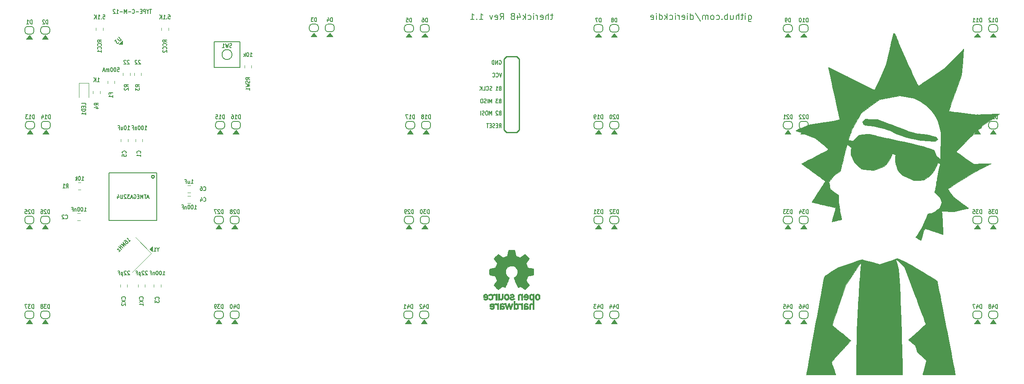
<source format=gbr>
G04 #@! TF.GenerationSoftware,KiCad,Pcbnew,(5.1.2-1)-1*
G04 #@! TF.CreationDate,2020-05-31T10:45:08-05:00*
G04 #@! TF.ProjectId,therick48,74686572-6963-46b3-9438-2e6b69636164,rev?*
G04 #@! TF.SameCoordinates,Original*
G04 #@! TF.FileFunction,Legend,Bot*
G04 #@! TF.FilePolarity,Positive*
%FSLAX46Y46*%
G04 Gerber Fmt 4.6, Leading zero omitted, Abs format (unit mm)*
G04 Created by KiCad (PCBNEW (5.1.2-1)-1) date 2020-05-31 10:45:08*
%MOMM*%
%LPD*%
G04 APERTURE LIST*
%ADD10C,0.200000*%
%ADD11C,0.010000*%
%ADD12C,0.254000*%
%ADD13C,0.120000*%
%ADD14C,0.150000*%
%ADD15C,0.100000*%
%ADD16C,0.203200*%
G04 APERTURE END LIST*
D10*
X207473526Y-38112041D02*
X207473526Y-39123946D01*
X207533050Y-39242994D01*
X207592574Y-39302518D01*
X207711621Y-39362041D01*
X207890193Y-39362041D01*
X208009240Y-39302518D01*
X207473526Y-38885851D02*
X207592574Y-38945375D01*
X207830669Y-38945375D01*
X207949717Y-38885851D01*
X208009240Y-38826327D01*
X208068764Y-38707279D01*
X208068764Y-38350137D01*
X208009240Y-38231089D01*
X207949717Y-38171565D01*
X207830669Y-38112041D01*
X207592574Y-38112041D01*
X207473526Y-38171565D01*
X206878288Y-38945375D02*
X206878288Y-38112041D01*
X206878288Y-37695375D02*
X206937812Y-37754899D01*
X206878288Y-37814422D01*
X206818764Y-37754899D01*
X206878288Y-37695375D01*
X206878288Y-37814422D01*
X206461621Y-38112041D02*
X205985431Y-38112041D01*
X206283050Y-37695375D02*
X206283050Y-38766803D01*
X206223526Y-38885851D01*
X206104479Y-38945375D01*
X205985431Y-38945375D01*
X205568764Y-38945375D02*
X205568764Y-37695375D01*
X205033050Y-38945375D02*
X205033050Y-38290613D01*
X205092574Y-38171565D01*
X205211621Y-38112041D01*
X205390193Y-38112041D01*
X205509240Y-38171565D01*
X205568764Y-38231089D01*
X203902098Y-38112041D02*
X203902098Y-38945375D01*
X204437812Y-38112041D02*
X204437812Y-38766803D01*
X204378288Y-38885851D01*
X204259240Y-38945375D01*
X204080669Y-38945375D01*
X203961621Y-38885851D01*
X203902098Y-38826327D01*
X203306859Y-38945375D02*
X203306859Y-37695375D01*
X203306859Y-38171565D02*
X203187812Y-38112041D01*
X202949717Y-38112041D01*
X202830669Y-38171565D01*
X202771145Y-38231089D01*
X202711621Y-38350137D01*
X202711621Y-38707279D01*
X202771145Y-38826327D01*
X202830669Y-38885851D01*
X202949717Y-38945375D01*
X203187812Y-38945375D01*
X203306859Y-38885851D01*
X202175907Y-38826327D02*
X202116383Y-38885851D01*
X202175907Y-38945375D01*
X202235431Y-38885851D01*
X202175907Y-38826327D01*
X202175907Y-38945375D01*
X201044955Y-38885851D02*
X201164002Y-38945375D01*
X201402098Y-38945375D01*
X201521145Y-38885851D01*
X201580669Y-38826327D01*
X201640193Y-38707279D01*
X201640193Y-38350137D01*
X201580669Y-38231089D01*
X201521145Y-38171565D01*
X201402098Y-38112041D01*
X201164002Y-38112041D01*
X201044955Y-38171565D01*
X200330669Y-38945375D02*
X200449717Y-38885851D01*
X200509240Y-38826327D01*
X200568764Y-38707279D01*
X200568764Y-38350137D01*
X200509240Y-38231089D01*
X200449717Y-38171565D01*
X200330669Y-38112041D01*
X200152098Y-38112041D01*
X200033050Y-38171565D01*
X199973526Y-38231089D01*
X199914002Y-38350137D01*
X199914002Y-38707279D01*
X199973526Y-38826327D01*
X200033050Y-38885851D01*
X200152098Y-38945375D01*
X200330669Y-38945375D01*
X199378288Y-38945375D02*
X199378288Y-38112041D01*
X199378288Y-38231089D02*
X199318764Y-38171565D01*
X199199717Y-38112041D01*
X199021145Y-38112041D01*
X198902098Y-38171565D01*
X198842574Y-38290613D01*
X198842574Y-38945375D01*
X198842574Y-38290613D02*
X198783050Y-38171565D01*
X198664002Y-38112041D01*
X198485431Y-38112041D01*
X198366383Y-38171565D01*
X198306859Y-38290613D01*
X198306859Y-38945375D01*
X196818764Y-37635851D02*
X197890193Y-39242994D01*
X195866383Y-38945375D02*
X195866383Y-37695375D01*
X195866383Y-38885851D02*
X195985431Y-38945375D01*
X196223526Y-38945375D01*
X196342574Y-38885851D01*
X196402098Y-38826327D01*
X196461621Y-38707279D01*
X196461621Y-38350137D01*
X196402098Y-38231089D01*
X196342574Y-38171565D01*
X196223526Y-38112041D01*
X195985431Y-38112041D01*
X195866383Y-38171565D01*
X195271145Y-38945375D02*
X195271145Y-38112041D01*
X195271145Y-37695375D02*
X195330669Y-37754899D01*
X195271145Y-37814422D01*
X195211621Y-37754899D01*
X195271145Y-37695375D01*
X195271145Y-37814422D01*
X194199717Y-38885851D02*
X194318764Y-38945375D01*
X194556859Y-38945375D01*
X194675907Y-38885851D01*
X194735431Y-38766803D01*
X194735431Y-38290613D01*
X194675907Y-38171565D01*
X194556859Y-38112041D01*
X194318764Y-38112041D01*
X194199717Y-38171565D01*
X194140193Y-38290613D01*
X194140193Y-38409660D01*
X194735431Y-38528708D01*
X193604479Y-38945375D02*
X193604479Y-38112041D01*
X193604479Y-38350137D02*
X193544955Y-38231089D01*
X193485431Y-38171565D01*
X193366383Y-38112041D01*
X193247336Y-38112041D01*
X192830669Y-38945375D02*
X192830669Y-38112041D01*
X192830669Y-37695375D02*
X192890193Y-37754899D01*
X192830669Y-37814422D01*
X192771145Y-37754899D01*
X192830669Y-37695375D01*
X192830669Y-37814422D01*
X191699717Y-38885851D02*
X191818764Y-38945375D01*
X192056859Y-38945375D01*
X192175907Y-38885851D01*
X192235431Y-38826327D01*
X192294955Y-38707279D01*
X192294955Y-38350137D01*
X192235431Y-38231089D01*
X192175907Y-38171565D01*
X192056859Y-38112041D01*
X191818764Y-38112041D01*
X191699717Y-38171565D01*
X191164002Y-38945375D02*
X191164002Y-37695375D01*
X191044955Y-38469184D02*
X190687812Y-38945375D01*
X190687812Y-38112041D02*
X191164002Y-38588232D01*
X189616383Y-38945375D02*
X189616383Y-37695375D01*
X189616383Y-38885851D02*
X189735431Y-38945375D01*
X189973526Y-38945375D01*
X190092574Y-38885851D01*
X190152098Y-38826327D01*
X190211621Y-38707279D01*
X190211621Y-38350137D01*
X190152098Y-38231089D01*
X190092574Y-38171565D01*
X189973526Y-38112041D01*
X189735431Y-38112041D01*
X189616383Y-38171565D01*
X189021145Y-38945375D02*
X189021145Y-38112041D01*
X189021145Y-37695375D02*
X189080669Y-37754899D01*
X189021145Y-37814422D01*
X188961621Y-37754899D01*
X189021145Y-37695375D01*
X189021145Y-37814422D01*
X187949717Y-38885851D02*
X188068764Y-38945375D01*
X188306859Y-38945375D01*
X188425907Y-38885851D01*
X188485431Y-38766803D01*
X188485431Y-38290613D01*
X188425907Y-38171565D01*
X188306859Y-38112041D01*
X188068764Y-38112041D01*
X187949717Y-38171565D01*
X187890193Y-38290613D01*
X187890193Y-38409660D01*
X188485431Y-38528708D01*
X168312912Y-38112041D02*
X167836721Y-38112041D01*
X168134340Y-37695375D02*
X168134340Y-38766803D01*
X168074817Y-38885851D01*
X167955769Y-38945375D01*
X167836721Y-38945375D01*
X167420055Y-38945375D02*
X167420055Y-37695375D01*
X166884340Y-38945375D02*
X166884340Y-38290613D01*
X166943864Y-38171565D01*
X167062912Y-38112041D01*
X167241483Y-38112041D01*
X167360531Y-38171565D01*
X167420055Y-38231089D01*
X165812912Y-38885851D02*
X165931959Y-38945375D01*
X166170055Y-38945375D01*
X166289102Y-38885851D01*
X166348626Y-38766803D01*
X166348626Y-38290613D01*
X166289102Y-38171565D01*
X166170055Y-38112041D01*
X165931959Y-38112041D01*
X165812912Y-38171565D01*
X165753388Y-38290613D01*
X165753388Y-38409660D01*
X166348626Y-38528708D01*
X165217674Y-38945375D02*
X165217674Y-38112041D01*
X165217674Y-38350137D02*
X165158150Y-38231089D01*
X165098626Y-38171565D01*
X164979579Y-38112041D01*
X164860531Y-38112041D01*
X164443864Y-38945375D02*
X164443864Y-38112041D01*
X164443864Y-37695375D02*
X164503388Y-37754899D01*
X164443864Y-37814422D01*
X164384340Y-37754899D01*
X164443864Y-37695375D01*
X164443864Y-37814422D01*
X163312912Y-38885851D02*
X163431959Y-38945375D01*
X163670055Y-38945375D01*
X163789102Y-38885851D01*
X163848626Y-38826327D01*
X163908150Y-38707279D01*
X163908150Y-38350137D01*
X163848626Y-38231089D01*
X163789102Y-38171565D01*
X163670055Y-38112041D01*
X163431959Y-38112041D01*
X163312912Y-38171565D01*
X162777198Y-38945375D02*
X162777198Y-37695375D01*
X162658150Y-38469184D02*
X162301007Y-38945375D01*
X162301007Y-38112041D02*
X162777198Y-38588232D01*
X161229579Y-38112041D02*
X161229579Y-38945375D01*
X161527198Y-37635851D02*
X161824817Y-38528708D01*
X161051007Y-38528708D01*
X160396245Y-38231089D02*
X160515293Y-38171565D01*
X160574817Y-38112041D01*
X160634340Y-37992994D01*
X160634340Y-37933470D01*
X160574817Y-37814422D01*
X160515293Y-37754899D01*
X160396245Y-37695375D01*
X160158150Y-37695375D01*
X160039102Y-37754899D01*
X159979579Y-37814422D01*
X159920055Y-37933470D01*
X159920055Y-37992994D01*
X159979579Y-38112041D01*
X160039102Y-38171565D01*
X160158150Y-38231089D01*
X160396245Y-38231089D01*
X160515293Y-38290613D01*
X160574817Y-38350137D01*
X160634340Y-38469184D01*
X160634340Y-38707279D01*
X160574817Y-38826327D01*
X160515293Y-38885851D01*
X160396245Y-38945375D01*
X160158150Y-38945375D01*
X160039102Y-38885851D01*
X159979579Y-38826327D01*
X159920055Y-38707279D01*
X159920055Y-38469184D01*
X159979579Y-38350137D01*
X160039102Y-38290613D01*
X160158150Y-38231089D01*
X157717674Y-38945375D02*
X158134340Y-38350137D01*
X158431959Y-38945375D02*
X158431959Y-37695375D01*
X157955769Y-37695375D01*
X157836721Y-37754899D01*
X157777198Y-37814422D01*
X157717674Y-37933470D01*
X157717674Y-38112041D01*
X157777198Y-38231089D01*
X157836721Y-38290613D01*
X157955769Y-38350137D01*
X158431959Y-38350137D01*
X156705769Y-38885851D02*
X156824817Y-38945375D01*
X157062912Y-38945375D01*
X157181959Y-38885851D01*
X157241483Y-38766803D01*
X157241483Y-38290613D01*
X157181959Y-38171565D01*
X157062912Y-38112041D01*
X156824817Y-38112041D01*
X156705769Y-38171565D01*
X156646245Y-38290613D01*
X156646245Y-38409660D01*
X157241483Y-38528708D01*
X156229579Y-38112041D02*
X155931959Y-38945375D01*
X155634340Y-38112041D01*
X153551007Y-38945375D02*
X154265293Y-38945375D01*
X153908150Y-38945375D02*
X153908150Y-37695375D01*
X154027198Y-37873946D01*
X154146245Y-37992994D01*
X154265293Y-38052518D01*
X153015293Y-38826327D02*
X152955769Y-38885851D01*
X153015293Y-38945375D01*
X153074817Y-38885851D01*
X153015293Y-38826327D01*
X153015293Y-38945375D01*
X151765293Y-38945375D02*
X152479579Y-38945375D01*
X152122436Y-38945375D02*
X152122436Y-37695375D01*
X152241483Y-37873946D01*
X152360531Y-37992994D01*
X152479579Y-38052518D01*
D11*
G36*
X159273465Y-85819172D02*
G01*
X159160883Y-86416363D01*
X158745469Y-86587610D01*
X158330056Y-86758857D01*
X157831698Y-86419978D01*
X157692132Y-86325622D01*
X157565972Y-86241375D01*
X157459105Y-86171083D01*
X157377418Y-86118592D01*
X157326799Y-86087749D01*
X157313014Y-86081098D01*
X157288180Y-86098203D01*
X157235112Y-86145489D01*
X157159760Y-86216917D01*
X157068071Y-86306445D01*
X156965993Y-86408034D01*
X156859474Y-86515643D01*
X156754464Y-86623232D01*
X156656909Y-86724760D01*
X156572758Y-86814186D01*
X156507960Y-86885471D01*
X156468462Y-86932573D01*
X156459020Y-86948337D01*
X156472609Y-86977398D01*
X156510707Y-87041066D01*
X156569306Y-87133112D01*
X156644403Y-87247309D01*
X156731991Y-87377429D01*
X156782746Y-87451646D01*
X156875255Y-87587167D01*
X156957460Y-87709461D01*
X157025370Y-87812440D01*
X157075000Y-87890018D01*
X157102360Y-87936106D01*
X157106471Y-87945792D01*
X157097151Y-87973319D01*
X157071746Y-88037473D01*
X157034089Y-88129235D01*
X156988014Y-88239584D01*
X156937354Y-88359500D01*
X156885941Y-88479964D01*
X156837611Y-88591954D01*
X156796194Y-88686452D01*
X156765526Y-88754437D01*
X156749438Y-88786888D01*
X156748489Y-88788165D01*
X156723228Y-88794362D01*
X156655954Y-88808185D01*
X156553640Y-88828277D01*
X156423259Y-88853279D01*
X156271784Y-88881831D01*
X156183406Y-88898296D01*
X156021548Y-88929114D01*
X155875351Y-88958439D01*
X155752213Y-88984666D01*
X155659531Y-89006191D01*
X155604699Y-89021410D01*
X155593677Y-89026238D01*
X155582881Y-89058919D01*
X155574171Y-89132730D01*
X155567540Y-89239037D01*
X155562982Y-89369212D01*
X155560491Y-89514621D01*
X155560062Y-89666635D01*
X155561689Y-89816622D01*
X155565365Y-89955951D01*
X155571085Y-90075990D01*
X155578842Y-90168110D01*
X155588632Y-90223677D01*
X155594504Y-90235245D01*
X155629601Y-90249110D01*
X155703972Y-90268933D01*
X155807777Y-90292384D01*
X155931181Y-90317136D01*
X155974259Y-90325143D01*
X156181953Y-90363186D01*
X156346016Y-90393824D01*
X156471870Y-90418274D01*
X156564935Y-90437754D01*
X156630633Y-90453481D01*
X156674383Y-90466673D01*
X156701608Y-90478549D01*
X156717728Y-90490325D01*
X156719983Y-90492653D01*
X156742497Y-90530145D01*
X156776842Y-90603110D01*
X156819589Y-90702612D01*
X156867308Y-90819718D01*
X156916570Y-90945493D01*
X156963945Y-91071002D01*
X157006005Y-91187310D01*
X157039320Y-91285484D01*
X157060459Y-91356588D01*
X157065995Y-91391687D01*
X157065534Y-91392917D01*
X157046777Y-91421606D01*
X157004224Y-91484730D01*
X156942347Y-91575718D01*
X156865618Y-91688000D01*
X156778509Y-91815005D01*
X156753701Y-91851098D01*
X156665247Y-91981948D01*
X156587412Y-92101336D01*
X156524434Y-92202407D01*
X156480555Y-92278304D01*
X156460015Y-92322172D01*
X156459020Y-92327562D01*
X156476278Y-92355889D01*
X156523964Y-92412006D01*
X156595950Y-92489882D01*
X156686103Y-92583485D01*
X156788295Y-92686786D01*
X156896394Y-92793751D01*
X157004272Y-92898351D01*
X157105796Y-92994554D01*
X157194838Y-93076329D01*
X157265267Y-93137645D01*
X157310953Y-93172471D01*
X157323591Y-93178157D01*
X157353009Y-93164765D01*
X157413239Y-93128644D01*
X157494470Y-93075881D01*
X157556970Y-93033412D01*
X157670215Y-92955485D01*
X157804326Y-92863729D01*
X157938845Y-92772120D01*
X158011167Y-92723091D01*
X158255962Y-92557515D01*
X158461449Y-92668620D01*
X158555064Y-92717293D01*
X158634670Y-92755126D01*
X158688533Y-92776703D01*
X158702243Y-92779706D01*
X158718730Y-92757538D01*
X158751255Y-92694894D01*
X158797391Y-92597554D01*
X158854710Y-92471294D01*
X158920784Y-92321895D01*
X158993185Y-92155133D01*
X159069484Y-91976787D01*
X159147254Y-91792636D01*
X159224066Y-91608457D01*
X159297494Y-91430030D01*
X159365108Y-91263132D01*
X159424480Y-91113542D01*
X159473184Y-90987038D01*
X159508790Y-90889399D01*
X159528870Y-90826402D01*
X159532100Y-90804766D01*
X159506504Y-90777169D01*
X159450461Y-90732370D01*
X159375689Y-90679679D01*
X159369413Y-90675510D01*
X159176155Y-90520814D01*
X159020326Y-90340336D01*
X158903276Y-90139847D01*
X158826355Y-89925119D01*
X158790914Y-89701922D01*
X158798303Y-89476026D01*
X158849873Y-89253204D01*
X158946974Y-89039224D01*
X158975542Y-88992409D01*
X159124132Y-88803363D01*
X159299673Y-88651557D01*
X159496090Y-88537779D01*
X159707307Y-88462820D01*
X159927247Y-88427467D01*
X160149837Y-88432512D01*
X160368999Y-88478744D01*
X160578658Y-88566951D01*
X160772739Y-88697924D01*
X160832774Y-88751082D01*
X160985565Y-88917484D01*
X161096903Y-89092657D01*
X161173277Y-89289011D01*
X161215813Y-89483462D01*
X161226314Y-89702087D01*
X161191299Y-89921797D01*
X161114327Y-90135165D01*
X160998953Y-90334767D01*
X160848734Y-90513174D01*
X160667227Y-90662962D01*
X160643373Y-90678751D01*
X160567799Y-90730457D01*
X160510349Y-90775257D01*
X160482883Y-90803862D01*
X160482483Y-90804766D01*
X160488380Y-90835709D01*
X160511755Y-90905936D01*
X160550179Y-91009670D01*
X160601223Y-91141135D01*
X160662458Y-91294552D01*
X160731456Y-91464146D01*
X160805786Y-91644138D01*
X160883022Y-91828753D01*
X160960732Y-92012213D01*
X161036489Y-92188741D01*
X161107863Y-92352559D01*
X161172426Y-92497892D01*
X161227748Y-92618962D01*
X161271400Y-92709992D01*
X161300954Y-92765205D01*
X161312856Y-92779706D01*
X161349223Y-92768414D01*
X161417270Y-92738130D01*
X161505263Y-92694265D01*
X161553649Y-92668620D01*
X161759137Y-92557515D01*
X162003932Y-92723091D01*
X162128894Y-92807915D01*
X162265705Y-92901261D01*
X162393911Y-92989153D01*
X162458129Y-93033412D01*
X162548449Y-93094063D01*
X162624929Y-93142126D01*
X162677593Y-93171515D01*
X162694698Y-93177727D01*
X162719595Y-93160968D01*
X162774695Y-93114181D01*
X162854657Y-93042225D01*
X162954139Y-92949957D01*
X163067800Y-92842235D01*
X163139685Y-92773071D01*
X163265449Y-92649502D01*
X163374137Y-92538979D01*
X163461355Y-92446230D01*
X163522711Y-92375982D01*
X163553809Y-92332965D01*
X163556792Y-92324235D01*
X163542947Y-92291029D01*
X163504688Y-92223887D01*
X163446258Y-92129608D01*
X163371903Y-92014990D01*
X163285865Y-91886828D01*
X163261397Y-91851098D01*
X163172245Y-91721234D01*
X163092262Y-91604314D01*
X163025920Y-91506907D01*
X162977689Y-91435584D01*
X162952043Y-91396915D01*
X162949565Y-91392917D01*
X162953271Y-91362100D01*
X162972939Y-91294344D01*
X163005140Y-91198584D01*
X163046445Y-91083754D01*
X163093425Y-90958789D01*
X163142651Y-90832624D01*
X163190692Y-90714193D01*
X163234119Y-90612430D01*
X163269504Y-90536271D01*
X163293416Y-90494649D01*
X163295116Y-90492653D01*
X163309738Y-90480758D01*
X163334435Y-90468995D01*
X163374628Y-90456146D01*
X163435737Y-90440994D01*
X163523183Y-90422321D01*
X163642388Y-90398910D01*
X163798773Y-90369542D01*
X163997757Y-90333000D01*
X164040840Y-90325143D01*
X164168529Y-90300472D01*
X164279847Y-90276338D01*
X164364955Y-90255069D01*
X164414017Y-90238993D01*
X164420595Y-90235245D01*
X164431436Y-90202018D01*
X164440247Y-90127766D01*
X164447024Y-90021121D01*
X164451760Y-89890712D01*
X164454450Y-89745172D01*
X164455087Y-89593131D01*
X164453666Y-89443221D01*
X164450180Y-89304073D01*
X164444624Y-89184317D01*
X164436992Y-89092586D01*
X164427278Y-89037511D01*
X164421422Y-89026238D01*
X164388820Y-89014868D01*
X164314582Y-88996369D01*
X164206104Y-88972347D01*
X164070783Y-88944407D01*
X163916015Y-88914153D01*
X163831692Y-88898296D01*
X163671704Y-88868389D01*
X163529033Y-88841295D01*
X163410652Y-88818376D01*
X163323535Y-88800988D01*
X163274655Y-88790492D01*
X163266610Y-88788165D01*
X163253013Y-88761931D01*
X163224271Y-88698740D01*
X163184215Y-88607622D01*
X163136676Y-88497602D01*
X163085485Y-88377710D01*
X163034474Y-88256972D01*
X162987474Y-88144416D01*
X162948316Y-88049071D01*
X162920831Y-87979962D01*
X162908851Y-87946119D01*
X162908628Y-87944640D01*
X162922209Y-87917942D01*
X162960285Y-87856505D01*
X163018853Y-87766434D01*
X163093912Y-87653835D01*
X163181460Y-87524815D01*
X163232353Y-87450706D01*
X163325091Y-87314822D01*
X163407459Y-87191454D01*
X163475439Y-87086842D01*
X163525012Y-87007228D01*
X163552158Y-86958852D01*
X163556079Y-86948007D01*
X163539225Y-86922765D01*
X163492632Y-86868869D01*
X163422251Y-86792358D01*
X163334035Y-86699268D01*
X163233935Y-86595640D01*
X163127902Y-86487509D01*
X163021889Y-86380915D01*
X162921848Y-86281895D01*
X162833730Y-86196487D01*
X162763487Y-86130730D01*
X162717072Y-86090661D01*
X162701544Y-86081098D01*
X162676261Y-86094545D01*
X162615789Y-86132320D01*
X162526008Y-86190580D01*
X162412797Y-86265479D01*
X162282036Y-86353170D01*
X162183400Y-86419978D01*
X161685043Y-86758857D01*
X161269629Y-86587610D01*
X160854216Y-86416363D01*
X160741634Y-85819172D01*
X160629051Y-85221980D01*
X159386048Y-85221980D01*
X159273465Y-85819172D01*
X159273465Y-85819172D01*
G37*
X159273465Y-85819172D02*
X159160883Y-86416363D01*
X158745469Y-86587610D01*
X158330056Y-86758857D01*
X157831698Y-86419978D01*
X157692132Y-86325622D01*
X157565972Y-86241375D01*
X157459105Y-86171083D01*
X157377418Y-86118592D01*
X157326799Y-86087749D01*
X157313014Y-86081098D01*
X157288180Y-86098203D01*
X157235112Y-86145489D01*
X157159760Y-86216917D01*
X157068071Y-86306445D01*
X156965993Y-86408034D01*
X156859474Y-86515643D01*
X156754464Y-86623232D01*
X156656909Y-86724760D01*
X156572758Y-86814186D01*
X156507960Y-86885471D01*
X156468462Y-86932573D01*
X156459020Y-86948337D01*
X156472609Y-86977398D01*
X156510707Y-87041066D01*
X156569306Y-87133112D01*
X156644403Y-87247309D01*
X156731991Y-87377429D01*
X156782746Y-87451646D01*
X156875255Y-87587167D01*
X156957460Y-87709461D01*
X157025370Y-87812440D01*
X157075000Y-87890018D01*
X157102360Y-87936106D01*
X157106471Y-87945792D01*
X157097151Y-87973319D01*
X157071746Y-88037473D01*
X157034089Y-88129235D01*
X156988014Y-88239584D01*
X156937354Y-88359500D01*
X156885941Y-88479964D01*
X156837611Y-88591954D01*
X156796194Y-88686452D01*
X156765526Y-88754437D01*
X156749438Y-88786888D01*
X156748489Y-88788165D01*
X156723228Y-88794362D01*
X156655954Y-88808185D01*
X156553640Y-88828277D01*
X156423259Y-88853279D01*
X156271784Y-88881831D01*
X156183406Y-88898296D01*
X156021548Y-88929114D01*
X155875351Y-88958439D01*
X155752213Y-88984666D01*
X155659531Y-89006191D01*
X155604699Y-89021410D01*
X155593677Y-89026238D01*
X155582881Y-89058919D01*
X155574171Y-89132730D01*
X155567540Y-89239037D01*
X155562982Y-89369212D01*
X155560491Y-89514621D01*
X155560062Y-89666635D01*
X155561689Y-89816622D01*
X155565365Y-89955951D01*
X155571085Y-90075990D01*
X155578842Y-90168110D01*
X155588632Y-90223677D01*
X155594504Y-90235245D01*
X155629601Y-90249110D01*
X155703972Y-90268933D01*
X155807777Y-90292384D01*
X155931181Y-90317136D01*
X155974259Y-90325143D01*
X156181953Y-90363186D01*
X156346016Y-90393824D01*
X156471870Y-90418274D01*
X156564935Y-90437754D01*
X156630633Y-90453481D01*
X156674383Y-90466673D01*
X156701608Y-90478549D01*
X156717728Y-90490325D01*
X156719983Y-90492653D01*
X156742497Y-90530145D01*
X156776842Y-90603110D01*
X156819589Y-90702612D01*
X156867308Y-90819718D01*
X156916570Y-90945493D01*
X156963945Y-91071002D01*
X157006005Y-91187310D01*
X157039320Y-91285484D01*
X157060459Y-91356588D01*
X157065995Y-91391687D01*
X157065534Y-91392917D01*
X157046777Y-91421606D01*
X157004224Y-91484730D01*
X156942347Y-91575718D01*
X156865618Y-91688000D01*
X156778509Y-91815005D01*
X156753701Y-91851098D01*
X156665247Y-91981948D01*
X156587412Y-92101336D01*
X156524434Y-92202407D01*
X156480555Y-92278304D01*
X156460015Y-92322172D01*
X156459020Y-92327562D01*
X156476278Y-92355889D01*
X156523964Y-92412006D01*
X156595950Y-92489882D01*
X156686103Y-92583485D01*
X156788295Y-92686786D01*
X156896394Y-92793751D01*
X157004272Y-92898351D01*
X157105796Y-92994554D01*
X157194838Y-93076329D01*
X157265267Y-93137645D01*
X157310953Y-93172471D01*
X157323591Y-93178157D01*
X157353009Y-93164765D01*
X157413239Y-93128644D01*
X157494470Y-93075881D01*
X157556970Y-93033412D01*
X157670215Y-92955485D01*
X157804326Y-92863729D01*
X157938845Y-92772120D01*
X158011167Y-92723091D01*
X158255962Y-92557515D01*
X158461449Y-92668620D01*
X158555064Y-92717293D01*
X158634670Y-92755126D01*
X158688533Y-92776703D01*
X158702243Y-92779706D01*
X158718730Y-92757538D01*
X158751255Y-92694894D01*
X158797391Y-92597554D01*
X158854710Y-92471294D01*
X158920784Y-92321895D01*
X158993185Y-92155133D01*
X159069484Y-91976787D01*
X159147254Y-91792636D01*
X159224066Y-91608457D01*
X159297494Y-91430030D01*
X159365108Y-91263132D01*
X159424480Y-91113542D01*
X159473184Y-90987038D01*
X159508790Y-90889399D01*
X159528870Y-90826402D01*
X159532100Y-90804766D01*
X159506504Y-90777169D01*
X159450461Y-90732370D01*
X159375689Y-90679679D01*
X159369413Y-90675510D01*
X159176155Y-90520814D01*
X159020326Y-90340336D01*
X158903276Y-90139847D01*
X158826355Y-89925119D01*
X158790914Y-89701922D01*
X158798303Y-89476026D01*
X158849873Y-89253204D01*
X158946974Y-89039224D01*
X158975542Y-88992409D01*
X159124132Y-88803363D01*
X159299673Y-88651557D01*
X159496090Y-88537779D01*
X159707307Y-88462820D01*
X159927247Y-88427467D01*
X160149837Y-88432512D01*
X160368999Y-88478744D01*
X160578658Y-88566951D01*
X160772739Y-88697924D01*
X160832774Y-88751082D01*
X160985565Y-88917484D01*
X161096903Y-89092657D01*
X161173277Y-89289011D01*
X161215813Y-89483462D01*
X161226314Y-89702087D01*
X161191299Y-89921797D01*
X161114327Y-90135165D01*
X160998953Y-90334767D01*
X160848734Y-90513174D01*
X160667227Y-90662962D01*
X160643373Y-90678751D01*
X160567799Y-90730457D01*
X160510349Y-90775257D01*
X160482883Y-90803862D01*
X160482483Y-90804766D01*
X160488380Y-90835709D01*
X160511755Y-90905936D01*
X160550179Y-91009670D01*
X160601223Y-91141135D01*
X160662458Y-91294552D01*
X160731456Y-91464146D01*
X160805786Y-91644138D01*
X160883022Y-91828753D01*
X160960732Y-92012213D01*
X161036489Y-92188741D01*
X161107863Y-92352559D01*
X161172426Y-92497892D01*
X161227748Y-92618962D01*
X161271400Y-92709992D01*
X161300954Y-92765205D01*
X161312856Y-92779706D01*
X161349223Y-92768414D01*
X161417270Y-92738130D01*
X161505263Y-92694265D01*
X161553649Y-92668620D01*
X161759137Y-92557515D01*
X162003932Y-92723091D01*
X162128894Y-92807915D01*
X162265705Y-92901261D01*
X162393911Y-92989153D01*
X162458129Y-93033412D01*
X162548449Y-93094063D01*
X162624929Y-93142126D01*
X162677593Y-93171515D01*
X162694698Y-93177727D01*
X162719595Y-93160968D01*
X162774695Y-93114181D01*
X162854657Y-93042225D01*
X162954139Y-92949957D01*
X163067800Y-92842235D01*
X163139685Y-92773071D01*
X163265449Y-92649502D01*
X163374137Y-92538979D01*
X163461355Y-92446230D01*
X163522711Y-92375982D01*
X163553809Y-92332965D01*
X163556792Y-92324235D01*
X163542947Y-92291029D01*
X163504688Y-92223887D01*
X163446258Y-92129608D01*
X163371903Y-92014990D01*
X163285865Y-91886828D01*
X163261397Y-91851098D01*
X163172245Y-91721234D01*
X163092262Y-91604314D01*
X163025920Y-91506907D01*
X162977689Y-91435584D01*
X162952043Y-91396915D01*
X162949565Y-91392917D01*
X162953271Y-91362100D01*
X162972939Y-91294344D01*
X163005140Y-91198584D01*
X163046445Y-91083754D01*
X163093425Y-90958789D01*
X163142651Y-90832624D01*
X163190692Y-90714193D01*
X163234119Y-90612430D01*
X163269504Y-90536271D01*
X163293416Y-90494649D01*
X163295116Y-90492653D01*
X163309738Y-90480758D01*
X163334435Y-90468995D01*
X163374628Y-90456146D01*
X163435737Y-90440994D01*
X163523183Y-90422321D01*
X163642388Y-90398910D01*
X163798773Y-90369542D01*
X163997757Y-90333000D01*
X164040840Y-90325143D01*
X164168529Y-90300472D01*
X164279847Y-90276338D01*
X164364955Y-90255069D01*
X164414017Y-90238993D01*
X164420595Y-90235245D01*
X164431436Y-90202018D01*
X164440247Y-90127766D01*
X164447024Y-90021121D01*
X164451760Y-89890712D01*
X164454450Y-89745172D01*
X164455087Y-89593131D01*
X164453666Y-89443221D01*
X164450180Y-89304073D01*
X164444624Y-89184317D01*
X164436992Y-89092586D01*
X164427278Y-89037511D01*
X164421422Y-89026238D01*
X164388820Y-89014868D01*
X164314582Y-88996369D01*
X164206104Y-88972347D01*
X164070783Y-88944407D01*
X163916015Y-88914153D01*
X163831692Y-88898296D01*
X163671704Y-88868389D01*
X163529033Y-88841295D01*
X163410652Y-88818376D01*
X163323535Y-88800988D01*
X163274655Y-88790492D01*
X163266610Y-88788165D01*
X163253013Y-88761931D01*
X163224271Y-88698740D01*
X163184215Y-88607622D01*
X163136676Y-88497602D01*
X163085485Y-88377710D01*
X163034474Y-88256972D01*
X162987474Y-88144416D01*
X162948316Y-88049071D01*
X162920831Y-87979962D01*
X162908851Y-87946119D01*
X162908628Y-87944640D01*
X162922209Y-87917942D01*
X162960285Y-87856505D01*
X163018853Y-87766434D01*
X163093912Y-87653835D01*
X163181460Y-87524815D01*
X163232353Y-87450706D01*
X163325091Y-87314822D01*
X163407459Y-87191454D01*
X163475439Y-87086842D01*
X163525012Y-87007228D01*
X163552158Y-86958852D01*
X163556079Y-86948007D01*
X163539225Y-86922765D01*
X163492632Y-86868869D01*
X163422251Y-86792358D01*
X163334035Y-86699268D01*
X163233935Y-86595640D01*
X163127902Y-86487509D01*
X163021889Y-86380915D01*
X162921848Y-86281895D01*
X162833730Y-86196487D01*
X162763487Y-86130730D01*
X162717072Y-86090661D01*
X162701544Y-86081098D01*
X162676261Y-86094545D01*
X162615789Y-86132320D01*
X162526008Y-86190580D01*
X162412797Y-86265479D01*
X162282036Y-86353170D01*
X162183400Y-86419978D01*
X161685043Y-86758857D01*
X161269629Y-86587610D01*
X160854216Y-86416363D01*
X160741634Y-85819172D01*
X160629051Y-85221980D01*
X159386048Y-85221980D01*
X159273465Y-85819172D01*
G36*
X156456363Y-94073472D02*
G01*
X156370710Y-94099641D01*
X156315563Y-94132707D01*
X156297599Y-94158855D01*
X156302543Y-94189852D01*
X156334628Y-94238547D01*
X156361757Y-94273035D01*
X156417683Y-94335383D01*
X156459701Y-94361615D01*
X156495520Y-94359903D01*
X156601776Y-94332863D01*
X156679811Y-94334091D01*
X156743180Y-94364735D01*
X156764454Y-94382670D01*
X156832549Y-94445779D01*
X156832549Y-95269922D01*
X157106471Y-95269922D01*
X157106471Y-94074628D01*
X156969510Y-94074628D01*
X156887281Y-94077879D01*
X156844856Y-94089426D01*
X156832555Y-94111952D01*
X156832549Y-94112620D01*
X156826740Y-94136215D01*
X156800469Y-94133138D01*
X156764069Y-94116115D01*
X156688889Y-94084439D01*
X156627842Y-94065381D01*
X156549292Y-94060496D01*
X156456363Y-94073472D01*
X156456363Y-94073472D01*
G37*
X156456363Y-94073472D02*
X156370710Y-94099641D01*
X156315563Y-94132707D01*
X156297599Y-94158855D01*
X156302543Y-94189852D01*
X156334628Y-94238547D01*
X156361757Y-94273035D01*
X156417683Y-94335383D01*
X156459701Y-94361615D01*
X156495520Y-94359903D01*
X156601776Y-94332863D01*
X156679811Y-94334091D01*
X156743180Y-94364735D01*
X156764454Y-94382670D01*
X156832549Y-94445779D01*
X156832549Y-95269922D01*
X157106471Y-95269922D01*
X157106471Y-94074628D01*
X156969510Y-94074628D01*
X156887281Y-94077879D01*
X156844856Y-94089426D01*
X156832555Y-94111952D01*
X156832549Y-94112620D01*
X156826740Y-94136215D01*
X156800469Y-94133138D01*
X156764069Y-94116115D01*
X156688889Y-94084439D01*
X156627842Y-94065381D01*
X156549292Y-94060496D01*
X156456363Y-94073472D01*
G36*
X161513240Y-94095199D02*
G01*
X161451264Y-94124802D01*
X161391241Y-94167561D01*
X161345514Y-94216775D01*
X161312207Y-94279544D01*
X161289445Y-94362971D01*
X161275353Y-94474159D01*
X161268058Y-94620209D01*
X161265682Y-94808223D01*
X161265645Y-94827912D01*
X161265098Y-95269922D01*
X161539020Y-95269922D01*
X161539020Y-94862435D01*
X161539215Y-94711471D01*
X161540564Y-94602056D01*
X161544212Y-94525933D01*
X161551304Y-94474848D01*
X161562987Y-94440545D01*
X161580406Y-94414768D01*
X161604671Y-94389298D01*
X161689565Y-94334571D01*
X161782239Y-94324416D01*
X161870527Y-94359017D01*
X161901230Y-94384770D01*
X161923771Y-94408982D01*
X161939954Y-94434912D01*
X161950832Y-94470708D01*
X161957458Y-94524519D01*
X161960885Y-94604493D01*
X161962166Y-94718779D01*
X161962353Y-94857907D01*
X161962353Y-95269922D01*
X162236275Y-95269922D01*
X162236275Y-94074628D01*
X162099314Y-94074628D01*
X162017084Y-94077879D01*
X161974660Y-94089426D01*
X161962359Y-94111952D01*
X161962353Y-94112620D01*
X161956646Y-94134681D01*
X161931473Y-94132177D01*
X161881422Y-94107937D01*
X161767906Y-94072271D01*
X161638055Y-94068305D01*
X161513240Y-94095199D01*
X161513240Y-94095199D01*
G37*
X161513240Y-94095199D02*
X161451264Y-94124802D01*
X161391241Y-94167561D01*
X161345514Y-94216775D01*
X161312207Y-94279544D01*
X161289445Y-94362971D01*
X161275353Y-94474159D01*
X161268058Y-94620209D01*
X161265682Y-94808223D01*
X161265645Y-94827912D01*
X161265098Y-95269922D01*
X161539020Y-95269922D01*
X161539020Y-94862435D01*
X161539215Y-94711471D01*
X161540564Y-94602056D01*
X161544212Y-94525933D01*
X161551304Y-94474848D01*
X161562987Y-94440545D01*
X161580406Y-94414768D01*
X161604671Y-94389298D01*
X161689565Y-94334571D01*
X161782239Y-94324416D01*
X161870527Y-94359017D01*
X161901230Y-94384770D01*
X161923771Y-94408982D01*
X161939954Y-94434912D01*
X161950832Y-94470708D01*
X161957458Y-94524519D01*
X161960885Y-94604493D01*
X161962166Y-94718779D01*
X161962353Y-94857907D01*
X161962353Y-95269922D01*
X162236275Y-95269922D01*
X162236275Y-94074628D01*
X162099314Y-94074628D01*
X162017084Y-94077879D01*
X161974660Y-94089426D01*
X161962359Y-94111952D01*
X161962353Y-94112620D01*
X161956646Y-94134681D01*
X161931473Y-94132177D01*
X161881422Y-94107937D01*
X161767906Y-94072271D01*
X161638055Y-94068305D01*
X161513240Y-94095199D01*
G36*
X154716713Y-94070355D02*
G01*
X154652949Y-94085845D01*
X154530700Y-94142569D01*
X154426166Y-94229202D01*
X154353820Y-94333074D01*
X154343881Y-94356396D01*
X154330246Y-94417484D01*
X154320702Y-94507853D01*
X154317451Y-94599190D01*
X154317451Y-94771882D01*
X154678530Y-94771882D01*
X154827454Y-94772445D01*
X154932368Y-94775864D01*
X154999063Y-94784731D01*
X155033334Y-94801641D01*
X155040972Y-94829189D01*
X155027771Y-94869968D01*
X155004123Y-94917683D01*
X154938157Y-94997314D01*
X154846488Y-95036987D01*
X154734445Y-95035695D01*
X154607528Y-94992514D01*
X154497842Y-94939224D01*
X154406827Y-95011191D01*
X154315812Y-95083157D01*
X154401437Y-95162269D01*
X154515750Y-95237017D01*
X154656334Y-95282084D01*
X154807551Y-95294696D01*
X154953764Y-95272079D01*
X154977353Y-95264405D01*
X155105859Y-95197296D01*
X155201449Y-95097247D01*
X155266139Y-94961271D01*
X155301943Y-94786380D01*
X155302360Y-94782632D01*
X155305566Y-94592032D01*
X155292607Y-94524035D01*
X155039608Y-94524035D01*
X155016373Y-94534491D01*
X154953290Y-94542500D01*
X154860294Y-94547073D01*
X154801362Y-94547765D01*
X154691463Y-94547332D01*
X154622748Y-94544578D01*
X154586595Y-94537321D01*
X154574385Y-94523376D01*
X154577496Y-94500562D01*
X154580106Y-94491735D01*
X154624656Y-94408800D01*
X154694721Y-94341960D01*
X154756554Y-94312589D01*
X154838699Y-94314362D01*
X154921938Y-94350990D01*
X154991762Y-94411634D01*
X155033663Y-94485456D01*
X155039608Y-94524035D01*
X155292607Y-94524035D01*
X155273615Y-94424395D01*
X155210227Y-94283711D01*
X155119122Y-94173974D01*
X155004022Y-94099174D01*
X154868645Y-94063304D01*
X154716713Y-94070355D01*
X154716713Y-94070355D01*
G37*
X154716713Y-94070355D02*
X154652949Y-94085845D01*
X154530700Y-94142569D01*
X154426166Y-94229202D01*
X154353820Y-94333074D01*
X154343881Y-94356396D01*
X154330246Y-94417484D01*
X154320702Y-94507853D01*
X154317451Y-94599190D01*
X154317451Y-94771882D01*
X154678530Y-94771882D01*
X154827454Y-94772445D01*
X154932368Y-94775864D01*
X154999063Y-94784731D01*
X155033334Y-94801641D01*
X155040972Y-94829189D01*
X155027771Y-94869968D01*
X155004123Y-94917683D01*
X154938157Y-94997314D01*
X154846488Y-95036987D01*
X154734445Y-95035695D01*
X154607528Y-94992514D01*
X154497842Y-94939224D01*
X154406827Y-95011191D01*
X154315812Y-95083157D01*
X154401437Y-95162269D01*
X154515750Y-95237017D01*
X154656334Y-95282084D01*
X154807551Y-95294696D01*
X154953764Y-95272079D01*
X154977353Y-95264405D01*
X155105859Y-95197296D01*
X155201449Y-95097247D01*
X155266139Y-94961271D01*
X155301943Y-94786380D01*
X155302360Y-94782632D01*
X155305566Y-94592032D01*
X155292607Y-94524035D01*
X155039608Y-94524035D01*
X155016373Y-94534491D01*
X154953290Y-94542500D01*
X154860294Y-94547073D01*
X154801362Y-94547765D01*
X154691463Y-94547332D01*
X154622748Y-94544578D01*
X154586595Y-94537321D01*
X154574385Y-94523376D01*
X154577496Y-94500562D01*
X154580106Y-94491735D01*
X154624656Y-94408800D01*
X154694721Y-94341960D01*
X154756554Y-94312589D01*
X154838699Y-94314362D01*
X154921938Y-94350990D01*
X154991762Y-94411634D01*
X155033663Y-94485456D01*
X155039608Y-94524035D01*
X155292607Y-94524035D01*
X155273615Y-94424395D01*
X155210227Y-94283711D01*
X155119122Y-94173974D01*
X155004022Y-94099174D01*
X154868645Y-94063304D01*
X154716713Y-94070355D01*
G36*
X155629024Y-94085056D02*
G01*
X155484744Y-94146348D01*
X155439301Y-94176185D01*
X155381221Y-94222036D01*
X155344762Y-94258089D01*
X155338432Y-94269832D01*
X155356307Y-94295889D01*
X155402050Y-94340105D01*
X155438672Y-94370965D01*
X155538912Y-94451520D01*
X155618065Y-94384918D01*
X155679231Y-94341921D01*
X155738871Y-94327079D01*
X155807128Y-94330704D01*
X155915518Y-94357652D01*
X155990128Y-94413587D01*
X156035470Y-94504014D01*
X156056053Y-94634435D01*
X156056058Y-94634517D01*
X156054278Y-94780290D01*
X156026613Y-94887245D01*
X155971429Y-94960064D01*
X155933808Y-94984723D01*
X155833895Y-95015431D01*
X155727178Y-95015449D01*
X155634331Y-94985655D01*
X155612353Y-94971098D01*
X155557235Y-94933914D01*
X155514141Y-94927820D01*
X155467665Y-94955496D01*
X155416284Y-95005205D01*
X155334954Y-95089116D01*
X155425251Y-95163546D01*
X155564764Y-95247549D01*
X155722088Y-95288947D01*
X155886497Y-95285950D01*
X155994469Y-95258500D01*
X156120669Y-95190620D01*
X156221599Y-95083831D01*
X156267452Y-95008451D01*
X156304590Y-94900297D01*
X156323173Y-94763318D01*
X156323316Y-94614864D01*
X156305135Y-94472281D01*
X156268745Y-94352918D01*
X156263013Y-94340680D01*
X156178135Y-94220655D01*
X156063218Y-94133267D01*
X155927341Y-94080329D01*
X155779583Y-94063654D01*
X155629024Y-94085056D01*
X155629024Y-94085056D01*
G37*
X155629024Y-94085056D02*
X155484744Y-94146348D01*
X155439301Y-94176185D01*
X155381221Y-94222036D01*
X155344762Y-94258089D01*
X155338432Y-94269832D01*
X155356307Y-94295889D01*
X155402050Y-94340105D01*
X155438672Y-94370965D01*
X155538912Y-94451520D01*
X155618065Y-94384918D01*
X155679231Y-94341921D01*
X155738871Y-94327079D01*
X155807128Y-94330704D01*
X155915518Y-94357652D01*
X155990128Y-94413587D01*
X156035470Y-94504014D01*
X156056053Y-94634435D01*
X156056058Y-94634517D01*
X156054278Y-94780290D01*
X156026613Y-94887245D01*
X155971429Y-94960064D01*
X155933808Y-94984723D01*
X155833895Y-95015431D01*
X155727178Y-95015449D01*
X155634331Y-94985655D01*
X155612353Y-94971098D01*
X155557235Y-94933914D01*
X155514141Y-94927820D01*
X155467665Y-94955496D01*
X155416284Y-95005205D01*
X155334954Y-95089116D01*
X155425251Y-95163546D01*
X155564764Y-95247549D01*
X155722088Y-95288947D01*
X155886497Y-95285950D01*
X155994469Y-95258500D01*
X156120669Y-95190620D01*
X156221599Y-95083831D01*
X156267452Y-95008451D01*
X156304590Y-94900297D01*
X156323173Y-94763318D01*
X156323316Y-94614864D01*
X156305135Y-94472281D01*
X156268745Y-94352918D01*
X156263013Y-94340680D01*
X156178135Y-94220655D01*
X156063218Y-94133267D01*
X155927341Y-94080329D01*
X155779583Y-94063654D01*
X155629024Y-94085056D01*
G36*
X158052746Y-94462245D02*
G01*
X158050392Y-94644879D01*
X158041793Y-94783600D01*
X158024640Y-94884147D01*
X157996626Y-94952254D01*
X157955443Y-94993659D01*
X157898783Y-95014097D01*
X157828628Y-95019318D01*
X157755152Y-95013468D01*
X157699343Y-94992093D01*
X157658891Y-94949458D01*
X157631491Y-94879825D01*
X157614833Y-94777460D01*
X157606611Y-94636624D01*
X157604510Y-94462245D01*
X157604510Y-94074628D01*
X157330589Y-94074628D01*
X157330589Y-95269922D01*
X157467549Y-95269922D01*
X157550116Y-95266576D01*
X157592632Y-95254826D01*
X157604510Y-95232520D01*
X157611664Y-95212654D01*
X157640135Y-95216857D01*
X157697524Y-95244971D01*
X157829055Y-95288342D01*
X157968562Y-95285270D01*
X158102235Y-95238174D01*
X158165892Y-95200971D01*
X158214447Y-95160691D01*
X158249919Y-95110291D01*
X158274326Y-95042729D01*
X158289687Y-94950965D01*
X158298018Y-94827955D01*
X158301338Y-94666659D01*
X158301765Y-94541928D01*
X158301765Y-94074628D01*
X158052746Y-94074628D01*
X158052746Y-94462245D01*
X158052746Y-94462245D01*
G37*
X158052746Y-94462245D02*
X158050392Y-94644879D01*
X158041793Y-94783600D01*
X158024640Y-94884147D01*
X157996626Y-94952254D01*
X157955443Y-94993659D01*
X157898783Y-95014097D01*
X157828628Y-95019318D01*
X157755152Y-95013468D01*
X157699343Y-94992093D01*
X157658891Y-94949458D01*
X157631491Y-94879825D01*
X157614833Y-94777460D01*
X157606611Y-94636624D01*
X157604510Y-94462245D01*
X157604510Y-94074628D01*
X157330589Y-94074628D01*
X157330589Y-95269922D01*
X157467549Y-95269922D01*
X157550116Y-95266576D01*
X157592632Y-95254826D01*
X157604510Y-95232520D01*
X157611664Y-95212654D01*
X157640135Y-95216857D01*
X157697524Y-95244971D01*
X157829055Y-95288342D01*
X157968562Y-95285270D01*
X158102235Y-95238174D01*
X158165892Y-95200971D01*
X158214447Y-95160691D01*
X158249919Y-95110291D01*
X158274326Y-95042729D01*
X158289687Y-94950965D01*
X158298018Y-94827955D01*
X158301338Y-94666659D01*
X158301765Y-94541928D01*
X158301765Y-94074628D01*
X158052746Y-94074628D01*
X158052746Y-94462245D01*
G36*
X158810453Y-94089364D02*
G01*
X158684498Y-94157959D01*
X158585953Y-94266245D01*
X158539522Y-94354315D01*
X158519588Y-94432101D01*
X158506672Y-94542993D01*
X158501137Y-94670738D01*
X158503346Y-94799084D01*
X158513663Y-94911779D01*
X158525714Y-94971969D01*
X158566366Y-95054311D01*
X158636770Y-95141770D01*
X158721618Y-95218251D01*
X158805603Y-95267655D01*
X158807651Y-95268439D01*
X158911866Y-95290027D01*
X159035373Y-95290562D01*
X159152739Y-95270908D01*
X159198058Y-95255155D01*
X159314780Y-95188966D01*
X159398376Y-95102246D01*
X159453299Y-94987438D01*
X159484005Y-94836982D01*
X159490953Y-94758173D01*
X159490067Y-94659145D01*
X159223138Y-94659145D01*
X159214146Y-94803645D01*
X159188264Y-94913760D01*
X159147132Y-94984116D01*
X159117828Y-95004235D01*
X159042749Y-95018265D01*
X158953506Y-95014111D01*
X158876350Y-94993922D01*
X158856117Y-94982815D01*
X158802735Y-94918123D01*
X158767500Y-94819119D01*
X158752502Y-94698632D01*
X158759828Y-94569494D01*
X158776201Y-94491775D01*
X158823210Y-94401771D01*
X158897418Y-94345509D01*
X158986791Y-94326057D01*
X159079293Y-94346481D01*
X159150347Y-94396437D01*
X159187688Y-94437655D01*
X159209482Y-94478281D01*
X159219870Y-94533264D01*
X159222994Y-94617549D01*
X159223138Y-94659145D01*
X159490067Y-94659145D01*
X159489070Y-94547874D01*
X159454820Y-94375423D01*
X159388198Y-94240814D01*
X159289201Y-94144040D01*
X159157825Y-94085094D01*
X159129615Y-94078259D01*
X158960074Y-94062213D01*
X158810453Y-94089364D01*
X158810453Y-94089364D01*
G37*
X158810453Y-94089364D02*
X158684498Y-94157959D01*
X158585953Y-94266245D01*
X158539522Y-94354315D01*
X158519588Y-94432101D01*
X158506672Y-94542993D01*
X158501137Y-94670738D01*
X158503346Y-94799084D01*
X158513663Y-94911779D01*
X158525714Y-94971969D01*
X158566366Y-95054311D01*
X158636770Y-95141770D01*
X158721618Y-95218251D01*
X158805603Y-95267655D01*
X158807651Y-95268439D01*
X158911866Y-95290027D01*
X159035373Y-95290562D01*
X159152739Y-95270908D01*
X159198058Y-95255155D01*
X159314780Y-95188966D01*
X159398376Y-95102246D01*
X159453299Y-94987438D01*
X159484005Y-94836982D01*
X159490953Y-94758173D01*
X159490067Y-94659145D01*
X159223138Y-94659145D01*
X159214146Y-94803645D01*
X159188264Y-94913760D01*
X159147132Y-94984116D01*
X159117828Y-95004235D01*
X159042749Y-95018265D01*
X158953506Y-95014111D01*
X158876350Y-94993922D01*
X158856117Y-94982815D01*
X158802735Y-94918123D01*
X158767500Y-94819119D01*
X158752502Y-94698632D01*
X158759828Y-94569494D01*
X158776201Y-94491775D01*
X158823210Y-94401771D01*
X158897418Y-94345509D01*
X158986791Y-94326057D01*
X159079293Y-94346481D01*
X159150347Y-94396437D01*
X159187688Y-94437655D01*
X159209482Y-94478281D01*
X159219870Y-94533264D01*
X159222994Y-94617549D01*
X159223138Y-94659145D01*
X159490067Y-94659145D01*
X159489070Y-94547874D01*
X159454820Y-94375423D01*
X159388198Y-94240814D01*
X159289201Y-94144040D01*
X159157825Y-94085094D01*
X159129615Y-94078259D01*
X158960074Y-94062213D01*
X158810453Y-94089364D01*
G36*
X159992241Y-94070345D02*
G01*
X159897941Y-94088229D01*
X159800110Y-94125633D01*
X159789657Y-94130402D01*
X159715469Y-94169412D01*
X159664090Y-94205664D01*
X159647483Y-94228887D01*
X159663298Y-94266761D01*
X159701712Y-94322644D01*
X159718763Y-94343505D01*
X159789031Y-94425618D01*
X159879621Y-94372168D01*
X159965836Y-94336561D01*
X160065451Y-94317529D01*
X160160981Y-94316326D01*
X160234939Y-94334210D01*
X160252688Y-94345373D01*
X160286488Y-94396553D01*
X160290596Y-94455509D01*
X160265304Y-94501567D01*
X160250344Y-94510499D01*
X160205514Y-94521592D01*
X160126714Y-94534630D01*
X160029574Y-94547088D01*
X160011654Y-94549042D01*
X159855635Y-94576030D01*
X159742477Y-94621873D01*
X159667431Y-94690803D01*
X159625747Y-94787054D01*
X159612762Y-94904617D01*
X159630701Y-95038254D01*
X159688950Y-95143195D01*
X159787745Y-95219630D01*
X159927318Y-95267748D01*
X160082255Y-95286732D01*
X160208602Y-95286504D01*
X160311087Y-95269262D01*
X160381079Y-95245457D01*
X160469517Y-95203978D01*
X160551246Y-95155842D01*
X160580295Y-95134655D01*
X160655000Y-95073676D01*
X160564902Y-94982508D01*
X160474804Y-94891339D01*
X160372368Y-94959128D01*
X160269626Y-95010042D01*
X160159913Y-95036673D01*
X160054449Y-95039483D01*
X159964454Y-95018935D01*
X159901146Y-94975493D01*
X159880704Y-94938838D01*
X159883771Y-94880053D01*
X159934566Y-94835099D01*
X160032952Y-94804057D01*
X160140744Y-94789710D01*
X160306635Y-94762337D01*
X160429876Y-94710693D01*
X160512114Y-94633266D01*
X160554999Y-94528544D01*
X160560940Y-94404387D01*
X160531594Y-94274702D01*
X160464691Y-94176677D01*
X160359629Y-94109866D01*
X160215810Y-94073820D01*
X160109262Y-94066754D01*
X159992241Y-94070345D01*
X159992241Y-94070345D01*
G37*
X159992241Y-94070345D02*
X159897941Y-94088229D01*
X159800110Y-94125633D01*
X159789657Y-94130402D01*
X159715469Y-94169412D01*
X159664090Y-94205664D01*
X159647483Y-94228887D01*
X159663298Y-94266761D01*
X159701712Y-94322644D01*
X159718763Y-94343505D01*
X159789031Y-94425618D01*
X159879621Y-94372168D01*
X159965836Y-94336561D01*
X160065451Y-94317529D01*
X160160981Y-94316326D01*
X160234939Y-94334210D01*
X160252688Y-94345373D01*
X160286488Y-94396553D01*
X160290596Y-94455509D01*
X160265304Y-94501567D01*
X160250344Y-94510499D01*
X160205514Y-94521592D01*
X160126714Y-94534630D01*
X160029574Y-94547088D01*
X160011654Y-94549042D01*
X159855635Y-94576030D01*
X159742477Y-94621873D01*
X159667431Y-94690803D01*
X159625747Y-94787054D01*
X159612762Y-94904617D01*
X159630701Y-95038254D01*
X159688950Y-95143195D01*
X159787745Y-95219630D01*
X159927318Y-95267748D01*
X160082255Y-95286732D01*
X160208602Y-95286504D01*
X160311087Y-95269262D01*
X160381079Y-95245457D01*
X160469517Y-95203978D01*
X160551246Y-95155842D01*
X160580295Y-95134655D01*
X160655000Y-95073676D01*
X160564902Y-94982508D01*
X160474804Y-94891339D01*
X160372368Y-94959128D01*
X160269626Y-95010042D01*
X160159913Y-95036673D01*
X160054449Y-95039483D01*
X159964454Y-95018935D01*
X159901146Y-94975493D01*
X159880704Y-94938838D01*
X159883771Y-94880053D01*
X159934566Y-94835099D01*
X160032952Y-94804057D01*
X160140744Y-94789710D01*
X160306635Y-94762337D01*
X160429876Y-94710693D01*
X160512114Y-94633266D01*
X160554999Y-94528544D01*
X160560940Y-94404387D01*
X160531594Y-94274702D01*
X160464691Y-94176677D01*
X160359629Y-94109866D01*
X160215810Y-94073820D01*
X160109262Y-94066754D01*
X159992241Y-94070345D01*
G36*
X162706796Y-94102354D02*
G01*
X162681981Y-94114037D01*
X162596094Y-94176951D01*
X162514879Y-94268769D01*
X162454236Y-94369868D01*
X162436988Y-94416349D01*
X162421251Y-94499376D01*
X162411867Y-94599713D01*
X162410728Y-94641147D01*
X162410589Y-94771882D01*
X163163047Y-94771882D01*
X163147007Y-94840363D01*
X163107637Y-94921355D01*
X163038806Y-94991351D01*
X162956919Y-95036441D01*
X162904737Y-95045804D01*
X162833971Y-95034441D01*
X162749540Y-95005943D01*
X162720858Y-94992831D01*
X162614791Y-94939858D01*
X162524272Y-95008901D01*
X162472039Y-95055597D01*
X162444247Y-95094140D01*
X162442840Y-95105452D01*
X162467668Y-95132868D01*
X162522083Y-95174532D01*
X162571472Y-95207037D01*
X162704748Y-95265468D01*
X162854161Y-95291915D01*
X163002249Y-95285039D01*
X163120295Y-95249096D01*
X163241982Y-95172101D01*
X163328460Y-95070728D01*
X163382559Y-94939570D01*
X163407109Y-94773224D01*
X163409286Y-94697108D01*
X163400573Y-94522685D01*
X163399503Y-94517611D01*
X163150173Y-94517611D01*
X163143306Y-94533968D01*
X163115083Y-94542988D01*
X163056873Y-94546854D01*
X162960042Y-94547749D01*
X162922757Y-94547765D01*
X162809317Y-94546413D01*
X162737378Y-94541505D01*
X162698687Y-94531760D01*
X162684995Y-94515899D01*
X162684510Y-94510805D01*
X162700137Y-94470326D01*
X162739247Y-94413621D01*
X162756061Y-94393766D01*
X162818481Y-94337611D01*
X162883547Y-94315532D01*
X162918603Y-94313686D01*
X163013442Y-94336766D01*
X163092973Y-94398759D01*
X163143423Y-94488802D01*
X163144317Y-94491735D01*
X163150173Y-94517611D01*
X163399503Y-94517611D01*
X163371601Y-94385343D01*
X163319410Y-94275461D01*
X163255579Y-94197461D01*
X163137567Y-94112882D01*
X162998842Y-94067686D01*
X162851290Y-94063600D01*
X162706796Y-94102354D01*
X162706796Y-94102354D01*
G37*
X162706796Y-94102354D02*
X162681981Y-94114037D01*
X162596094Y-94176951D01*
X162514879Y-94268769D01*
X162454236Y-94369868D01*
X162436988Y-94416349D01*
X162421251Y-94499376D01*
X162411867Y-94599713D01*
X162410728Y-94641147D01*
X162410589Y-94771882D01*
X163163047Y-94771882D01*
X163147007Y-94840363D01*
X163107637Y-94921355D01*
X163038806Y-94991351D01*
X162956919Y-95036441D01*
X162904737Y-95045804D01*
X162833971Y-95034441D01*
X162749540Y-95005943D01*
X162720858Y-94992831D01*
X162614791Y-94939858D01*
X162524272Y-95008901D01*
X162472039Y-95055597D01*
X162444247Y-95094140D01*
X162442840Y-95105452D01*
X162467668Y-95132868D01*
X162522083Y-95174532D01*
X162571472Y-95207037D01*
X162704748Y-95265468D01*
X162854161Y-95291915D01*
X163002249Y-95285039D01*
X163120295Y-95249096D01*
X163241982Y-95172101D01*
X163328460Y-95070728D01*
X163382559Y-94939570D01*
X163407109Y-94773224D01*
X163409286Y-94697108D01*
X163400573Y-94522685D01*
X163399503Y-94517611D01*
X163150173Y-94517611D01*
X163143306Y-94533968D01*
X163115083Y-94542988D01*
X163056873Y-94546854D01*
X162960042Y-94547749D01*
X162922757Y-94547765D01*
X162809317Y-94546413D01*
X162737378Y-94541505D01*
X162698687Y-94531760D01*
X162684995Y-94515899D01*
X162684510Y-94510805D01*
X162700137Y-94470326D01*
X162739247Y-94413621D01*
X162756061Y-94393766D01*
X162818481Y-94337611D01*
X162883547Y-94315532D01*
X162918603Y-94313686D01*
X163013442Y-94336766D01*
X163092973Y-94398759D01*
X163143423Y-94488802D01*
X163144317Y-94491735D01*
X163150173Y-94517611D01*
X163399503Y-94517611D01*
X163371601Y-94385343D01*
X163319410Y-94275461D01*
X163255579Y-94197461D01*
X163137567Y-94112882D01*
X162998842Y-94067686D01*
X162851290Y-94063600D01*
X162706796Y-94102354D01*
G36*
X165046753Y-94087568D02*
G01*
X164916478Y-94145163D01*
X164817581Y-94241334D01*
X164749918Y-94376229D01*
X164713345Y-94549996D01*
X164710724Y-94577126D01*
X164708670Y-94768408D01*
X164735301Y-94936073D01*
X164788999Y-95071967D01*
X164817753Y-95115681D01*
X164917909Y-95208198D01*
X165045463Y-95268119D01*
X165188163Y-95292985D01*
X165333760Y-95280339D01*
X165444438Y-95241391D01*
X165539616Y-95175755D01*
X165617406Y-95089699D01*
X165618751Y-95087685D01*
X165650343Y-95034570D01*
X165670873Y-94981160D01*
X165683305Y-94913754D01*
X165690603Y-94818653D01*
X165693818Y-94740666D01*
X165695156Y-94669944D01*
X165446186Y-94669944D01*
X165443753Y-94740348D01*
X165434920Y-94834068D01*
X165419336Y-94894214D01*
X165391234Y-94937006D01*
X165364914Y-94962002D01*
X165271608Y-95014338D01*
X165173980Y-95021333D01*
X165083058Y-94983676D01*
X165037598Y-94941479D01*
X165004838Y-94898956D01*
X164985677Y-94858267D01*
X164977267Y-94805314D01*
X164976763Y-94725997D01*
X164979355Y-94652950D01*
X164984929Y-94548601D01*
X164993766Y-94480920D01*
X165009693Y-94436774D01*
X165036538Y-94403031D01*
X165057811Y-94383746D01*
X165146794Y-94333086D01*
X165242789Y-94330560D01*
X165323281Y-94360567D01*
X165391947Y-94423231D01*
X165432856Y-94526168D01*
X165446186Y-94669944D01*
X165695156Y-94669944D01*
X165696754Y-94585582D01*
X165691740Y-94469600D01*
X165676717Y-94382367D01*
X165649624Y-94313530D01*
X165608400Y-94252737D01*
X165593115Y-94234686D01*
X165497546Y-94144746D01*
X165395039Y-94092211D01*
X165269679Y-94070201D01*
X165208550Y-94068402D01*
X165046753Y-94087568D01*
X165046753Y-94087568D01*
G37*
X165046753Y-94087568D02*
X164916478Y-94145163D01*
X164817581Y-94241334D01*
X164749918Y-94376229D01*
X164713345Y-94549996D01*
X164710724Y-94577126D01*
X164708670Y-94768408D01*
X164735301Y-94936073D01*
X164788999Y-95071967D01*
X164817753Y-95115681D01*
X164917909Y-95208198D01*
X165045463Y-95268119D01*
X165188163Y-95292985D01*
X165333760Y-95280339D01*
X165444438Y-95241391D01*
X165539616Y-95175755D01*
X165617406Y-95089699D01*
X165618751Y-95087685D01*
X165650343Y-95034570D01*
X165670873Y-94981160D01*
X165683305Y-94913754D01*
X165690603Y-94818653D01*
X165693818Y-94740666D01*
X165695156Y-94669944D01*
X165446186Y-94669944D01*
X165443753Y-94740348D01*
X165434920Y-94834068D01*
X165419336Y-94894214D01*
X165391234Y-94937006D01*
X165364914Y-94962002D01*
X165271608Y-95014338D01*
X165173980Y-95021333D01*
X165083058Y-94983676D01*
X165037598Y-94941479D01*
X165004838Y-94898956D01*
X164985677Y-94858267D01*
X164977267Y-94805314D01*
X164976763Y-94725997D01*
X164979355Y-94652950D01*
X164984929Y-94548601D01*
X164993766Y-94480920D01*
X165009693Y-94436774D01*
X165036538Y-94403031D01*
X165057811Y-94383746D01*
X165146794Y-94333086D01*
X165242789Y-94330560D01*
X165323281Y-94360567D01*
X165391947Y-94423231D01*
X165432856Y-94526168D01*
X165446186Y-94669944D01*
X165695156Y-94669944D01*
X165696754Y-94585582D01*
X165691740Y-94469600D01*
X165676717Y-94382367D01*
X165649624Y-94313530D01*
X165608400Y-94252737D01*
X165593115Y-94234686D01*
X165497546Y-94144746D01*
X165395039Y-94092211D01*
X165269679Y-94070201D01*
X165208550Y-94068402D01*
X165046753Y-94087568D01*
G36*
X155994693Y-95948784D02*
G01*
X155875663Y-95979731D01*
X155775979Y-96043600D01*
X155727712Y-96091313D01*
X155648592Y-96204106D01*
X155603248Y-96334950D01*
X155587670Y-96495792D01*
X155587590Y-96508794D01*
X155587451Y-96639530D01*
X156339909Y-96639530D01*
X156323870Y-96708010D01*
X156294909Y-96770031D01*
X156244222Y-96834654D01*
X156233621Y-96844971D01*
X156142506Y-96900805D01*
X156038600Y-96910275D01*
X155919000Y-96873540D01*
X155898726Y-96863647D01*
X155836544Y-96833574D01*
X155794894Y-96816440D01*
X155787627Y-96814855D01*
X155762260Y-96830242D01*
X155713880Y-96867887D01*
X155689321Y-96888459D01*
X155638430Y-96935714D01*
X155621719Y-96966917D01*
X155633317Y-96995620D01*
X155639517Y-97003468D01*
X155681507Y-97037819D01*
X155750794Y-97079565D01*
X155799118Y-97103935D01*
X155936289Y-97146873D01*
X156088153Y-97160786D01*
X156231976Y-97144300D01*
X156272255Y-97132496D01*
X156396922Y-97065689D01*
X156489329Y-96962892D01*
X156550010Y-96823105D01*
X156579502Y-96645330D01*
X156582740Y-96552373D01*
X156573286Y-96417033D01*
X156334510Y-96417033D01*
X156311416Y-96427038D01*
X156249338Y-96434888D01*
X156159086Y-96439521D01*
X156097942Y-96440314D01*
X155987960Y-96439549D01*
X155918543Y-96435970D01*
X155880462Y-96427649D01*
X155864485Y-96412657D01*
X155861373Y-96390903D01*
X155882722Y-96323892D01*
X155936471Y-96257664D01*
X156007178Y-96206832D01*
X156077911Y-96186038D01*
X156173984Y-96204484D01*
X156257151Y-96257811D01*
X156314814Y-96334677D01*
X156334510Y-96417033D01*
X156573286Y-96417033D01*
X156568972Y-96355291D01*
X156526480Y-96198271D01*
X156454365Y-96080069D01*
X156351727Y-95999440D01*
X156217668Y-95955139D01*
X156145043Y-95946607D01*
X155994693Y-95948784D01*
X155994693Y-95948784D01*
G37*
X155994693Y-95948784D02*
X155875663Y-95979731D01*
X155775979Y-96043600D01*
X155727712Y-96091313D01*
X155648592Y-96204106D01*
X155603248Y-96334950D01*
X155587670Y-96495792D01*
X155587590Y-96508794D01*
X155587451Y-96639530D01*
X156339909Y-96639530D01*
X156323870Y-96708010D01*
X156294909Y-96770031D01*
X156244222Y-96834654D01*
X156233621Y-96844971D01*
X156142506Y-96900805D01*
X156038600Y-96910275D01*
X155919000Y-96873540D01*
X155898726Y-96863647D01*
X155836544Y-96833574D01*
X155794894Y-96816440D01*
X155787627Y-96814855D01*
X155762260Y-96830242D01*
X155713880Y-96867887D01*
X155689321Y-96888459D01*
X155638430Y-96935714D01*
X155621719Y-96966917D01*
X155633317Y-96995620D01*
X155639517Y-97003468D01*
X155681507Y-97037819D01*
X155750794Y-97079565D01*
X155799118Y-97103935D01*
X155936289Y-97146873D01*
X156088153Y-97160786D01*
X156231976Y-97144300D01*
X156272255Y-97132496D01*
X156396922Y-97065689D01*
X156489329Y-96962892D01*
X156550010Y-96823105D01*
X156579502Y-96645330D01*
X156582740Y-96552373D01*
X156573286Y-96417033D01*
X156334510Y-96417033D01*
X156311416Y-96427038D01*
X156249338Y-96434888D01*
X156159086Y-96439521D01*
X156097942Y-96440314D01*
X155987960Y-96439549D01*
X155918543Y-96435970D01*
X155880462Y-96427649D01*
X155864485Y-96412657D01*
X155861373Y-96390903D01*
X155882722Y-96323892D01*
X155936471Y-96257664D01*
X156007178Y-96206832D01*
X156077911Y-96186038D01*
X156173984Y-96204484D01*
X156257151Y-96257811D01*
X156314814Y-96334677D01*
X156334510Y-96417033D01*
X156573286Y-96417033D01*
X156568972Y-96355291D01*
X156526480Y-96198271D01*
X156454365Y-96080069D01*
X156351727Y-95999440D01*
X156217668Y-95955139D01*
X156145043Y-95946607D01*
X155994693Y-95948784D01*
G36*
X156781554Y-95941883D02*
G01*
X156685823Y-95960755D01*
X156631323Y-95988699D01*
X156573992Y-96035123D01*
X156655559Y-96138111D01*
X156705850Y-96200479D01*
X156739999Y-96230907D01*
X156773937Y-96235555D01*
X156823594Y-96220586D01*
X156846904Y-96212117D01*
X156941937Y-96199622D01*
X157028968Y-96226406D01*
X157092862Y-96286915D01*
X157103241Y-96306208D01*
X157114544Y-96357314D01*
X157123268Y-96451500D01*
X157129003Y-96582089D01*
X157131340Y-96742405D01*
X157131373Y-96765211D01*
X157131373Y-97162471D01*
X157405295Y-97162471D01*
X157405295Y-95942275D01*
X157268334Y-95942275D01*
X157189362Y-95944337D01*
X157148221Y-95953513D01*
X157133008Y-95974290D01*
X157131373Y-95993886D01*
X157131373Y-96045497D01*
X157065760Y-95993886D01*
X156990525Y-95958675D01*
X156889456Y-95941265D01*
X156781554Y-95941883D01*
X156781554Y-95941883D01*
G37*
X156781554Y-95941883D02*
X156685823Y-95960755D01*
X156631323Y-95988699D01*
X156573992Y-96035123D01*
X156655559Y-96138111D01*
X156705850Y-96200479D01*
X156739999Y-96230907D01*
X156773937Y-96235555D01*
X156823594Y-96220586D01*
X156846904Y-96212117D01*
X156941937Y-96199622D01*
X157028968Y-96226406D01*
X157092862Y-96286915D01*
X157103241Y-96306208D01*
X157114544Y-96357314D01*
X157123268Y-96451500D01*
X157129003Y-96582089D01*
X157131340Y-96742405D01*
X157131373Y-96765211D01*
X157131373Y-97162471D01*
X157405295Y-97162471D01*
X157405295Y-95942275D01*
X157268334Y-95942275D01*
X157189362Y-95944337D01*
X157148221Y-95953513D01*
X157133008Y-95974290D01*
X157131373Y-95993886D01*
X157131373Y-96045497D01*
X157065760Y-95993886D01*
X156990525Y-95958675D01*
X156889456Y-95941265D01*
X156781554Y-95941883D01*
G36*
X157963541Y-95949669D02*
G01*
X157858580Y-95975163D01*
X157828239Y-95988669D01*
X157769427Y-96024046D01*
X157724291Y-96063890D01*
X157690894Y-96115120D01*
X157667299Y-96184654D01*
X157651567Y-96279409D01*
X157641761Y-96406305D01*
X157635943Y-96572258D01*
X157633734Y-96683108D01*
X157625604Y-97162471D01*
X157764469Y-97162471D01*
X157848713Y-97158938D01*
X157892116Y-97146866D01*
X157903334Y-97126594D01*
X157909256Y-97104674D01*
X157935734Y-97108865D01*
X157971814Y-97126441D01*
X158062138Y-97153382D01*
X158178223Y-97160642D01*
X158300320Y-97148767D01*
X158408679Y-97118305D01*
X158418398Y-97114077D01*
X158517432Y-97044505D01*
X158582719Y-96947789D01*
X158612760Y-96834738D01*
X158610465Y-96794122D01*
X158365367Y-96794122D01*
X158343771Y-96848782D01*
X158279741Y-96887952D01*
X158176435Y-96908974D01*
X158121226Y-96911766D01*
X158029218Y-96904620D01*
X157968059Y-96876848D01*
X157953138Y-96863647D01*
X157912713Y-96791829D01*
X157903334Y-96726686D01*
X157903334Y-96639530D01*
X158024731Y-96639530D01*
X158165847Y-96646722D01*
X158264827Y-96669345D01*
X158327367Y-96708964D01*
X158341369Y-96726628D01*
X158365367Y-96794122D01*
X158610465Y-96794122D01*
X158606059Y-96716157D01*
X158561120Y-96602855D01*
X158499804Y-96526285D01*
X158462668Y-96493181D01*
X158426313Y-96471425D01*
X158379010Y-96458161D01*
X158309027Y-96450528D01*
X158204636Y-96445670D01*
X158163230Y-96444273D01*
X157903334Y-96435780D01*
X157903715Y-96357116D01*
X157913781Y-96274428D01*
X157950171Y-96224431D01*
X158023689Y-96192489D01*
X158025661Y-96191920D01*
X158129895Y-96179361D01*
X158231892Y-96195766D01*
X158307695Y-96235657D01*
X158338110Y-96255354D01*
X158370868Y-96252629D01*
X158421279Y-96224091D01*
X158450881Y-96203950D01*
X158508782Y-96160919D01*
X158544648Y-96128662D01*
X158550403Y-96119427D01*
X158526705Y-96071636D01*
X158456687Y-96014562D01*
X158426275Y-95995305D01*
X158338845Y-95962140D01*
X158221017Y-95943350D01*
X158090134Y-95939129D01*
X157963541Y-95949669D01*
X157963541Y-95949669D01*
G37*
X157963541Y-95949669D02*
X157858580Y-95975163D01*
X157828239Y-95988669D01*
X157769427Y-96024046D01*
X157724291Y-96063890D01*
X157690894Y-96115120D01*
X157667299Y-96184654D01*
X157651567Y-96279409D01*
X157641761Y-96406305D01*
X157635943Y-96572258D01*
X157633734Y-96683108D01*
X157625604Y-97162471D01*
X157764469Y-97162471D01*
X157848713Y-97158938D01*
X157892116Y-97146866D01*
X157903334Y-97126594D01*
X157909256Y-97104674D01*
X157935734Y-97108865D01*
X157971814Y-97126441D01*
X158062138Y-97153382D01*
X158178223Y-97160642D01*
X158300320Y-97148767D01*
X158408679Y-97118305D01*
X158418398Y-97114077D01*
X158517432Y-97044505D01*
X158582719Y-96947789D01*
X158612760Y-96834738D01*
X158610465Y-96794122D01*
X158365367Y-96794122D01*
X158343771Y-96848782D01*
X158279741Y-96887952D01*
X158176435Y-96908974D01*
X158121226Y-96911766D01*
X158029218Y-96904620D01*
X157968059Y-96876848D01*
X157953138Y-96863647D01*
X157912713Y-96791829D01*
X157903334Y-96726686D01*
X157903334Y-96639530D01*
X158024731Y-96639530D01*
X158165847Y-96646722D01*
X158264827Y-96669345D01*
X158327367Y-96708964D01*
X158341369Y-96726628D01*
X158365367Y-96794122D01*
X158610465Y-96794122D01*
X158606059Y-96716157D01*
X158561120Y-96602855D01*
X158499804Y-96526285D01*
X158462668Y-96493181D01*
X158426313Y-96471425D01*
X158379010Y-96458161D01*
X158309027Y-96450528D01*
X158204636Y-96445670D01*
X158163230Y-96444273D01*
X157903334Y-96435780D01*
X157903715Y-96357116D01*
X157913781Y-96274428D01*
X157950171Y-96224431D01*
X158023689Y-96192489D01*
X158025661Y-96191920D01*
X158129895Y-96179361D01*
X158231892Y-96195766D01*
X158307695Y-96235657D01*
X158338110Y-96255354D01*
X158370868Y-96252629D01*
X158421279Y-96224091D01*
X158450881Y-96203950D01*
X158508782Y-96160919D01*
X158544648Y-96128662D01*
X158550403Y-96119427D01*
X158526705Y-96071636D01*
X158456687Y-96014562D01*
X158426275Y-95995305D01*
X158338845Y-95962140D01*
X158221017Y-95943350D01*
X158090134Y-95939129D01*
X157963541Y-95949669D01*
G36*
X159462472Y-95947332D02*
G01*
X159363986Y-95954726D01*
X159235224Y-96340706D01*
X159106463Y-96726686D01*
X159066089Y-96589726D01*
X159041793Y-96505083D01*
X159009833Y-96390697D01*
X158975321Y-96264963D01*
X158957072Y-96197520D01*
X158888429Y-95942275D01*
X158605227Y-95942275D01*
X158689878Y-96209971D01*
X158731565Y-96341638D01*
X158781926Y-96500458D01*
X158834519Y-96666128D01*
X158881470Y-96813843D01*
X158988411Y-97150020D01*
X159219339Y-97165044D01*
X159281950Y-96958316D01*
X159320562Y-96829896D01*
X159362700Y-96688322D01*
X159399528Y-96563285D01*
X159400982Y-96558309D01*
X159428489Y-96473586D01*
X159452758Y-96415778D01*
X159469757Y-96393918D01*
X159473250Y-96396446D01*
X159485510Y-96430336D01*
X159508805Y-96502930D01*
X159540300Y-96605101D01*
X159577158Y-96727720D01*
X159597101Y-96795167D01*
X159705105Y-97162471D01*
X159934321Y-97162471D01*
X160117561Y-96583500D01*
X160169037Y-96421091D01*
X160215930Y-96273602D01*
X160256023Y-96147960D01*
X160287103Y-96051095D01*
X160306955Y-95989934D01*
X160312989Y-95972065D01*
X160308212Y-95953768D01*
X160270703Y-95945755D01*
X160192645Y-95946557D01*
X160180426Y-95947163D01*
X160035674Y-95954726D01*
X159940870Y-96303353D01*
X159906023Y-96430497D01*
X159874883Y-96542265D01*
X159850191Y-96628953D01*
X159834688Y-96680856D01*
X159831824Y-96689318D01*
X159819954Y-96679587D01*
X159796017Y-96629172D01*
X159762761Y-96544935D01*
X159722936Y-96433741D01*
X159689270Y-96333297D01*
X159560959Y-95939939D01*
X159462472Y-95947332D01*
X159462472Y-95947332D01*
G37*
X159462472Y-95947332D02*
X159363986Y-95954726D01*
X159235224Y-96340706D01*
X159106463Y-96726686D01*
X159066089Y-96589726D01*
X159041793Y-96505083D01*
X159009833Y-96390697D01*
X158975321Y-96264963D01*
X158957072Y-96197520D01*
X158888429Y-95942275D01*
X158605227Y-95942275D01*
X158689878Y-96209971D01*
X158731565Y-96341638D01*
X158781926Y-96500458D01*
X158834519Y-96666128D01*
X158881470Y-96813843D01*
X158988411Y-97150020D01*
X159219339Y-97165044D01*
X159281950Y-96958316D01*
X159320562Y-96829896D01*
X159362700Y-96688322D01*
X159399528Y-96563285D01*
X159400982Y-96558309D01*
X159428489Y-96473586D01*
X159452758Y-96415778D01*
X159469757Y-96393918D01*
X159473250Y-96396446D01*
X159485510Y-96430336D01*
X159508805Y-96502930D01*
X159540300Y-96605101D01*
X159577158Y-96727720D01*
X159597101Y-96795167D01*
X159705105Y-97162471D01*
X159934321Y-97162471D01*
X160117561Y-96583500D01*
X160169037Y-96421091D01*
X160215930Y-96273602D01*
X160256023Y-96147960D01*
X160287103Y-96051095D01*
X160306955Y-95989934D01*
X160312989Y-95972065D01*
X160308212Y-95953768D01*
X160270703Y-95945755D01*
X160192645Y-95946557D01*
X160180426Y-95947163D01*
X160035674Y-95954726D01*
X159940870Y-96303353D01*
X159906023Y-96430497D01*
X159874883Y-96542265D01*
X159850191Y-96628953D01*
X159834688Y-96680856D01*
X159831824Y-96689318D01*
X159819954Y-96679587D01*
X159796017Y-96629172D01*
X159762761Y-96544935D01*
X159722936Y-96433741D01*
X159689270Y-96333297D01*
X159560959Y-95939939D01*
X159462472Y-95947332D01*
G36*
X160418432Y-97162471D02*
G01*
X160555393Y-97162471D01*
X160634889Y-97160140D01*
X160676292Y-97150488D01*
X160691199Y-97129525D01*
X160692353Y-97115351D01*
X160694867Y-97086927D01*
X160710720Y-97081475D01*
X160752379Y-97098998D01*
X160784776Y-97115351D01*
X160909151Y-97154103D01*
X161044354Y-97156346D01*
X161154274Y-97127444D01*
X161256634Y-97057619D01*
X161334660Y-96954555D01*
X161377386Y-96832989D01*
X161378474Y-96826192D01*
X161384822Y-96752032D01*
X161387979Y-96645570D01*
X161387725Y-96565052D01*
X161115711Y-96565052D01*
X161109410Y-96672070D01*
X161095075Y-96760278D01*
X161075669Y-96810090D01*
X161002254Y-96878162D01*
X160915086Y-96902564D01*
X160825196Y-96882831D01*
X160748383Y-96823968D01*
X160719292Y-96784379D01*
X160702283Y-96737138D01*
X160694316Y-96668181D01*
X160692353Y-96564607D01*
X160695866Y-96462039D01*
X160705143Y-96371921D01*
X160718294Y-96311613D01*
X160720486Y-96306208D01*
X160773522Y-96241940D01*
X160850933Y-96206656D01*
X160937546Y-96200959D01*
X161018193Y-96225453D01*
X161077703Y-96280742D01*
X161083876Y-96291743D01*
X161103199Y-96358827D01*
X161113726Y-96455284D01*
X161115711Y-96565052D01*
X161387725Y-96565052D01*
X161387596Y-96524225D01*
X161385806Y-96458918D01*
X161373627Y-96297355D01*
X161348315Y-96176053D01*
X161306207Y-96086379D01*
X161243641Y-96019699D01*
X161182900Y-95980557D01*
X161098036Y-95953040D01*
X160992485Y-95943603D01*
X160884402Y-95951290D01*
X160791942Y-95975146D01*
X160743090Y-96003685D01*
X160692353Y-96049601D01*
X160692353Y-95469137D01*
X160418432Y-95469137D01*
X160418432Y-97162471D01*
X160418432Y-97162471D01*
G37*
X160418432Y-97162471D02*
X160555393Y-97162471D01*
X160634889Y-97160140D01*
X160676292Y-97150488D01*
X160691199Y-97129525D01*
X160692353Y-97115351D01*
X160694867Y-97086927D01*
X160710720Y-97081475D01*
X160752379Y-97098998D01*
X160784776Y-97115351D01*
X160909151Y-97154103D01*
X161044354Y-97156346D01*
X161154274Y-97127444D01*
X161256634Y-97057619D01*
X161334660Y-96954555D01*
X161377386Y-96832989D01*
X161378474Y-96826192D01*
X161384822Y-96752032D01*
X161387979Y-96645570D01*
X161387725Y-96565052D01*
X161115711Y-96565052D01*
X161109410Y-96672070D01*
X161095075Y-96760278D01*
X161075669Y-96810090D01*
X161002254Y-96878162D01*
X160915086Y-96902564D01*
X160825196Y-96882831D01*
X160748383Y-96823968D01*
X160719292Y-96784379D01*
X160702283Y-96737138D01*
X160694316Y-96668181D01*
X160692353Y-96564607D01*
X160695866Y-96462039D01*
X160705143Y-96371921D01*
X160718294Y-96311613D01*
X160720486Y-96306208D01*
X160773522Y-96241940D01*
X160850933Y-96206656D01*
X160937546Y-96200959D01*
X161018193Y-96225453D01*
X161077703Y-96280742D01*
X161083876Y-96291743D01*
X161103199Y-96358827D01*
X161113726Y-96455284D01*
X161115711Y-96565052D01*
X161387725Y-96565052D01*
X161387596Y-96524225D01*
X161385806Y-96458918D01*
X161373627Y-96297355D01*
X161348315Y-96176053D01*
X161306207Y-96086379D01*
X161243641Y-96019699D01*
X161182900Y-95980557D01*
X161098036Y-95953040D01*
X160992485Y-95943603D01*
X160884402Y-95951290D01*
X160791942Y-95975146D01*
X160743090Y-96003685D01*
X160692353Y-96049601D01*
X160692353Y-95469137D01*
X160418432Y-95469137D01*
X160418432Y-97162471D01*
G36*
X161987236Y-95944921D02*
G01*
X161949970Y-95956091D01*
X161937957Y-95980633D01*
X161937451Y-95991712D01*
X161935296Y-96022572D01*
X161920449Y-96027417D01*
X161880343Y-96006260D01*
X161856520Y-95991806D01*
X161781362Y-95960850D01*
X161691594Y-95945544D01*
X161597471Y-95944367D01*
X161509246Y-95955799D01*
X161437174Y-95978320D01*
X161391508Y-96010409D01*
X161382502Y-96050545D01*
X161387047Y-96061415D01*
X161420179Y-96106534D01*
X161471555Y-96162026D01*
X161480848Y-96170996D01*
X161529818Y-96212245D01*
X161572069Y-96225572D01*
X161631159Y-96216271D01*
X161654831Y-96210090D01*
X161728496Y-96195246D01*
X161780290Y-96201921D01*
X161824031Y-96225465D01*
X161864098Y-96257061D01*
X161893608Y-96296798D01*
X161914116Y-96352252D01*
X161927176Y-96431003D01*
X161934344Y-96540629D01*
X161937176Y-96688706D01*
X161937451Y-96778111D01*
X161937451Y-97162471D01*
X162186471Y-97162471D01*
X162186471Y-95942275D01*
X162061961Y-95942275D01*
X161987236Y-95944921D01*
X161987236Y-95944921D01*
G37*
X161987236Y-95944921D02*
X161949970Y-95956091D01*
X161937957Y-95980633D01*
X161937451Y-95991712D01*
X161935296Y-96022572D01*
X161920449Y-96027417D01*
X161880343Y-96006260D01*
X161856520Y-95991806D01*
X161781362Y-95960850D01*
X161691594Y-95945544D01*
X161597471Y-95944367D01*
X161509246Y-95955799D01*
X161437174Y-95978320D01*
X161391508Y-96010409D01*
X161382502Y-96050545D01*
X161387047Y-96061415D01*
X161420179Y-96106534D01*
X161471555Y-96162026D01*
X161480848Y-96170996D01*
X161529818Y-96212245D01*
X161572069Y-96225572D01*
X161631159Y-96216271D01*
X161654831Y-96210090D01*
X161728496Y-96195246D01*
X161780290Y-96201921D01*
X161824031Y-96225465D01*
X161864098Y-96257061D01*
X161893608Y-96296798D01*
X161914116Y-96352252D01*
X161927176Y-96431003D01*
X161934344Y-96540629D01*
X161937176Y-96688706D01*
X161937451Y-96778111D01*
X161937451Y-97162471D01*
X162186471Y-97162471D01*
X162186471Y-95942275D01*
X162061961Y-95942275D01*
X161987236Y-95944921D01*
G36*
X162761280Y-95951922D02*
G01*
X162644130Y-95983180D01*
X162554949Y-96039837D01*
X162492016Y-96114045D01*
X162472452Y-96145716D01*
X162458008Y-96178891D01*
X162447911Y-96221329D01*
X162441385Y-96280788D01*
X162437658Y-96365029D01*
X162435954Y-96481810D01*
X162435500Y-96638890D01*
X162435491Y-96680565D01*
X162435491Y-97162471D01*
X162555020Y-97162471D01*
X162631261Y-97157131D01*
X162687634Y-97143604D01*
X162701758Y-97135262D01*
X162740370Y-97120864D01*
X162779808Y-97135262D01*
X162844738Y-97153237D01*
X162939055Y-97160472D01*
X163043593Y-97157333D01*
X163139189Y-97144186D01*
X163195000Y-97127318D01*
X163303002Y-97057986D01*
X163370497Y-96961772D01*
X163400841Y-96833844D01*
X163401123Y-96830559D01*
X163398460Y-96773808D01*
X163157647Y-96773808D01*
X163136595Y-96838358D01*
X163102303Y-96874686D01*
X163033468Y-96902162D01*
X162942610Y-96913129D01*
X162849958Y-96907731D01*
X162775744Y-96886110D01*
X162754951Y-96872239D01*
X162718619Y-96808143D01*
X162709412Y-96735278D01*
X162709412Y-96639530D01*
X162847173Y-96639530D01*
X162978047Y-96649605D01*
X163077259Y-96678148D01*
X163138977Y-96722639D01*
X163157647Y-96773808D01*
X163398460Y-96773808D01*
X163394564Y-96690790D01*
X163348466Y-96580282D01*
X163261800Y-96496712D01*
X163249821Y-96489110D01*
X163198345Y-96464357D01*
X163134632Y-96449368D01*
X163045565Y-96442082D01*
X162939755Y-96440407D01*
X162709412Y-96440314D01*
X162709412Y-96343755D01*
X162719183Y-96268836D01*
X162744116Y-96218644D01*
X162747035Y-96215972D01*
X162802519Y-96194015D01*
X162886273Y-96185505D01*
X162978833Y-96189687D01*
X163060730Y-96205809D01*
X163109327Y-96229990D01*
X163135659Y-96249359D01*
X163163465Y-96253057D01*
X163201839Y-96237188D01*
X163259875Y-96197855D01*
X163346669Y-96131164D01*
X163354635Y-96124916D01*
X163350553Y-96101800D01*
X163316499Y-96063352D01*
X163264740Y-96020627D01*
X163207545Y-95984679D01*
X163189575Y-95976191D01*
X163124028Y-95959252D01*
X163027980Y-95947170D01*
X162920671Y-95942323D01*
X162915653Y-95942313D01*
X162761280Y-95951922D01*
X162761280Y-95951922D01*
G37*
X162761280Y-95951922D02*
X162644130Y-95983180D01*
X162554949Y-96039837D01*
X162492016Y-96114045D01*
X162472452Y-96145716D01*
X162458008Y-96178891D01*
X162447911Y-96221329D01*
X162441385Y-96280788D01*
X162437658Y-96365029D01*
X162435954Y-96481810D01*
X162435500Y-96638890D01*
X162435491Y-96680565D01*
X162435491Y-97162471D01*
X162555020Y-97162471D01*
X162631261Y-97157131D01*
X162687634Y-97143604D01*
X162701758Y-97135262D01*
X162740370Y-97120864D01*
X162779808Y-97135262D01*
X162844738Y-97153237D01*
X162939055Y-97160472D01*
X163043593Y-97157333D01*
X163139189Y-97144186D01*
X163195000Y-97127318D01*
X163303002Y-97057986D01*
X163370497Y-96961772D01*
X163400841Y-96833844D01*
X163401123Y-96830559D01*
X163398460Y-96773808D01*
X163157647Y-96773808D01*
X163136595Y-96838358D01*
X163102303Y-96874686D01*
X163033468Y-96902162D01*
X162942610Y-96913129D01*
X162849958Y-96907731D01*
X162775744Y-96886110D01*
X162754951Y-96872239D01*
X162718619Y-96808143D01*
X162709412Y-96735278D01*
X162709412Y-96639530D01*
X162847173Y-96639530D01*
X162978047Y-96649605D01*
X163077259Y-96678148D01*
X163138977Y-96722639D01*
X163157647Y-96773808D01*
X163398460Y-96773808D01*
X163394564Y-96690790D01*
X163348466Y-96580282D01*
X163261800Y-96496712D01*
X163249821Y-96489110D01*
X163198345Y-96464357D01*
X163134632Y-96449368D01*
X163045565Y-96442082D01*
X162939755Y-96440407D01*
X162709412Y-96440314D01*
X162709412Y-96343755D01*
X162719183Y-96268836D01*
X162744116Y-96218644D01*
X162747035Y-96215972D01*
X162802519Y-96194015D01*
X162886273Y-96185505D01*
X162978833Y-96189687D01*
X163060730Y-96205809D01*
X163109327Y-96229990D01*
X163135659Y-96249359D01*
X163163465Y-96253057D01*
X163201839Y-96237188D01*
X163259875Y-96197855D01*
X163346669Y-96131164D01*
X163354635Y-96124916D01*
X163350553Y-96101800D01*
X163316499Y-96063352D01*
X163264740Y-96020627D01*
X163207545Y-95984679D01*
X163189575Y-95976191D01*
X163124028Y-95959252D01*
X163027980Y-95947170D01*
X162920671Y-95942323D01*
X162915653Y-95942313D01*
X162761280Y-95951922D01*
G36*
X163800091Y-94095560D02*
G01*
X163747588Y-94121499D01*
X163682842Y-94166700D01*
X163635653Y-94215991D01*
X163603335Y-94277885D01*
X163583203Y-94360896D01*
X163572570Y-94473538D01*
X163568753Y-94624324D01*
X163568530Y-94689149D01*
X163569182Y-94831221D01*
X163571888Y-94932757D01*
X163577776Y-95003015D01*
X163587973Y-95051256D01*
X163603606Y-95086738D01*
X163619872Y-95110943D01*
X163723705Y-95213929D01*
X163845979Y-95275874D01*
X163977886Y-95294506D01*
X164110616Y-95267549D01*
X164152667Y-95248486D01*
X164253334Y-95196015D01*
X164253334Y-96018259D01*
X164179865Y-95980267D01*
X164083059Y-95950872D01*
X163964072Y-95943342D01*
X163845255Y-95957245D01*
X163755527Y-95988476D01*
X163681101Y-96047954D01*
X163617510Y-96133066D01*
X163612729Y-96141805D01*
X163592563Y-96182966D01*
X163577835Y-96224454D01*
X163567697Y-96274713D01*
X163561301Y-96342184D01*
X163557799Y-96435309D01*
X163556342Y-96562531D01*
X163556079Y-96705701D01*
X163556079Y-97162471D01*
X163830000Y-97162471D01*
X163830000Y-96320231D01*
X163906617Y-96255763D01*
X163986207Y-96204194D01*
X164061578Y-96194818D01*
X164137367Y-96218947D01*
X164177759Y-96242574D01*
X164207821Y-96276227D01*
X164229203Y-96327087D01*
X164243550Y-96402334D01*
X164252510Y-96509146D01*
X164257730Y-96654704D01*
X164259569Y-96751588D01*
X164265785Y-97150020D01*
X164396520Y-97157547D01*
X164527255Y-97165073D01*
X164527255Y-94692582D01*
X164253334Y-94692582D01*
X164246350Y-94830423D01*
X164222818Y-94926107D01*
X164178865Y-94985641D01*
X164110618Y-95015029D01*
X164041667Y-95020902D01*
X163963614Y-95014154D01*
X163911811Y-94987594D01*
X163879417Y-94952499D01*
X163853916Y-94914752D01*
X163838735Y-94872700D01*
X163831981Y-94813779D01*
X163831759Y-94725428D01*
X163834032Y-94651448D01*
X163839251Y-94540000D01*
X163847021Y-94466833D01*
X163860105Y-94420422D01*
X163881268Y-94389244D01*
X163901240Y-94371223D01*
X163984686Y-94331925D01*
X164083449Y-94325579D01*
X164140159Y-94339116D01*
X164196308Y-94387233D01*
X164233501Y-94480833D01*
X164251528Y-94619254D01*
X164253334Y-94692582D01*
X164527255Y-94692582D01*
X164527255Y-94074628D01*
X164390295Y-94074628D01*
X164308065Y-94077879D01*
X164265640Y-94089426D01*
X164253339Y-94111952D01*
X164253334Y-94112620D01*
X164247626Y-94134681D01*
X164222453Y-94132176D01*
X164172402Y-94107935D01*
X164055781Y-94070851D01*
X163924571Y-94066953D01*
X163800091Y-94095560D01*
X163800091Y-94095560D01*
G37*
X163800091Y-94095560D02*
X163747588Y-94121499D01*
X163682842Y-94166700D01*
X163635653Y-94215991D01*
X163603335Y-94277885D01*
X163583203Y-94360896D01*
X163572570Y-94473538D01*
X163568753Y-94624324D01*
X163568530Y-94689149D01*
X163569182Y-94831221D01*
X163571888Y-94932757D01*
X163577776Y-95003015D01*
X163587973Y-95051256D01*
X163603606Y-95086738D01*
X163619872Y-95110943D01*
X163723705Y-95213929D01*
X163845979Y-95275874D01*
X163977886Y-95294506D01*
X164110616Y-95267549D01*
X164152667Y-95248486D01*
X164253334Y-95196015D01*
X164253334Y-96018259D01*
X164179865Y-95980267D01*
X164083059Y-95950872D01*
X163964072Y-95943342D01*
X163845255Y-95957245D01*
X163755527Y-95988476D01*
X163681101Y-96047954D01*
X163617510Y-96133066D01*
X163612729Y-96141805D01*
X163592563Y-96182966D01*
X163577835Y-96224454D01*
X163567697Y-96274713D01*
X163561301Y-96342184D01*
X163557799Y-96435309D01*
X163556342Y-96562531D01*
X163556079Y-96705701D01*
X163556079Y-97162471D01*
X163830000Y-97162471D01*
X163830000Y-96320231D01*
X163906617Y-96255763D01*
X163986207Y-96204194D01*
X164061578Y-96194818D01*
X164137367Y-96218947D01*
X164177759Y-96242574D01*
X164207821Y-96276227D01*
X164229203Y-96327087D01*
X164243550Y-96402334D01*
X164252510Y-96509146D01*
X164257730Y-96654704D01*
X164259569Y-96751588D01*
X164265785Y-97150020D01*
X164396520Y-97157547D01*
X164527255Y-97165073D01*
X164527255Y-94692582D01*
X164253334Y-94692582D01*
X164246350Y-94830423D01*
X164222818Y-94926107D01*
X164178865Y-94985641D01*
X164110618Y-95015029D01*
X164041667Y-95020902D01*
X163963614Y-95014154D01*
X163911811Y-94987594D01*
X163879417Y-94952499D01*
X163853916Y-94914752D01*
X163838735Y-94872700D01*
X163831981Y-94813779D01*
X163831759Y-94725428D01*
X163834032Y-94651448D01*
X163839251Y-94540000D01*
X163847021Y-94466833D01*
X163860105Y-94420422D01*
X163881268Y-94389244D01*
X163901240Y-94371223D01*
X163984686Y-94331925D01*
X164083449Y-94325579D01*
X164140159Y-94339116D01*
X164196308Y-94387233D01*
X164233501Y-94480833D01*
X164251528Y-94619254D01*
X164253334Y-94692582D01*
X164527255Y-94692582D01*
X164527255Y-94074628D01*
X164390295Y-94074628D01*
X164308065Y-94077879D01*
X164265640Y-94089426D01*
X164253339Y-94111952D01*
X164253334Y-94112620D01*
X164247626Y-94134681D01*
X164222453Y-94132176D01*
X164172402Y-94107935D01*
X164055781Y-94070851D01*
X163924571Y-94066953D01*
X163800091Y-94095560D01*
D12*
X161504000Y-46848000D02*
X160996000Y-46340000D01*
X160996000Y-46340000D02*
X158964000Y-46340000D01*
X158964000Y-46340000D02*
X158456000Y-46848000D01*
X158456000Y-46848000D02*
X158456000Y-61072000D01*
X158456000Y-61072000D02*
X158964000Y-61580000D01*
X158964000Y-61580000D02*
X160996000Y-61580000D01*
X160996000Y-61580000D02*
X161504000Y-61072000D01*
X161504000Y-61072000D02*
X161504000Y-46848000D01*
D13*
X84640500Y-63455252D02*
X84640500Y-62932748D01*
X86060500Y-63455252D02*
X86060500Y-62932748D01*
D14*
X105580000Y-48580000D02*
X105580000Y-43380000D01*
X105580000Y-43380000D02*
X100380000Y-43380000D01*
X100380000Y-43380000D02*
X100380000Y-48580000D01*
X100380000Y-48580000D02*
X105580000Y-48580000D01*
X103980000Y-45980000D02*
G75*
G03X103980000Y-45980000I-1000000J0D01*
G01*
D13*
X95115748Y-74420000D02*
X95638252Y-74420000D01*
X95115748Y-75840000D02*
X95638252Y-75840000D01*
X95115748Y-72315000D02*
X95638252Y-72315000D01*
X95115748Y-73735000D02*
X95638252Y-73735000D01*
X89729000Y-92163748D02*
X89729000Y-92686252D01*
X88309000Y-92163748D02*
X88309000Y-92686252D01*
X86562000Y-92163748D02*
X86562000Y-92686252D01*
X85142000Y-92163748D02*
X85142000Y-92686252D01*
X83006000Y-92163748D02*
X83006000Y-92686252D01*
X81586000Y-92163748D02*
X81586000Y-92686252D01*
X87837679Y-85906802D02*
X84019302Y-89725179D01*
X84655698Y-82724821D02*
X87837679Y-85906802D01*
D15*
G36*
X88010920Y-85587897D02*
G01*
X87480590Y-85057567D01*
X88010920Y-84527237D01*
X88010920Y-85587897D01*
G37*
X88010920Y-85587897D02*
X87480590Y-85057567D01*
X88010920Y-84527237D01*
X88010920Y-85587897D01*
D13*
X83137000Y-63455252D02*
X83137000Y-62932748D01*
X81717000Y-63455252D02*
X81717000Y-62932748D01*
X73176248Y-71680000D02*
X73698752Y-71680000D01*
X73176248Y-73100000D02*
X73698752Y-73100000D01*
X106478000Y-48680002D02*
X106478000Y-48157498D01*
X107898000Y-48680002D02*
X107898000Y-48157498D01*
X79046000Y-51823252D02*
X79046000Y-51300748D01*
X80466000Y-51823252D02*
X80466000Y-51300748D01*
X84380000Y-50204252D02*
X84380000Y-49681748D01*
X85800000Y-50204252D02*
X85800000Y-49681748D01*
X82137000Y-50204252D02*
X82137000Y-49681748D01*
X83557000Y-50204252D02*
X83557000Y-49681748D01*
X91246000Y-40590748D02*
X91246000Y-41113252D01*
X89826000Y-40590748D02*
X89826000Y-41113252D01*
X78165000Y-40590748D02*
X78165000Y-41113252D01*
X76745000Y-40590748D02*
X76745000Y-41113252D01*
X73540252Y-79323000D02*
X73017748Y-79323000D01*
X73540252Y-77903000D02*
X73017748Y-77903000D01*
D15*
G36*
X142875000Y-61115575D02*
G01*
X142275000Y-61915575D01*
X143475000Y-61915575D01*
X142875000Y-61115575D01*
G37*
X142875000Y-61115575D02*
X142275000Y-61915575D01*
X143475000Y-61915575D01*
X142875000Y-61115575D01*
D10*
X143775000Y-60401337D02*
X143775000Y-59901375D01*
X143275000Y-60901375D02*
G75*
G03X143775000Y-60401375I0J500000D01*
G01*
X143775000Y-59901375D02*
G75*
G03X143275000Y-59401375I-500000J0D01*
G01*
X142475000Y-59401375D02*
X143275000Y-59401375D01*
X142475000Y-59401375D02*
G75*
G03X141975000Y-59901375I0J-500000D01*
G01*
X141975000Y-59901413D02*
X141975000Y-60401375D01*
X142475000Y-60901375D02*
X143275000Y-60901375D01*
X141975000Y-60401375D02*
G75*
G03X142475000Y-60901375I500000J0D01*
G01*
D15*
G36*
X256540000Y-99215575D02*
G01*
X255940000Y-100015575D01*
X257140000Y-100015575D01*
X256540000Y-99215575D01*
G37*
X256540000Y-99215575D02*
X255940000Y-100015575D01*
X257140000Y-100015575D01*
X256540000Y-99215575D01*
D10*
X257440000Y-98501337D02*
X257440000Y-98001375D01*
X256940000Y-99001375D02*
G75*
G03X257440000Y-98501375I0J500000D01*
G01*
X257440000Y-98001375D02*
G75*
G03X256940000Y-97501375I-500000J0D01*
G01*
X256140000Y-97501375D02*
X256940000Y-97501375D01*
X256140000Y-97501375D02*
G75*
G03X255640000Y-98001375I0J-500000D01*
G01*
X255640000Y-98001413D02*
X255640000Y-98501375D01*
X256140000Y-99001375D02*
X256940000Y-99001375D01*
X255640000Y-98501375D02*
G75*
G03X256140000Y-99001375I500000J0D01*
G01*
D15*
G36*
X253365000Y-99215575D02*
G01*
X252765000Y-100015575D01*
X253965000Y-100015575D01*
X253365000Y-99215575D01*
G37*
X253365000Y-99215575D02*
X252765000Y-100015575D01*
X253965000Y-100015575D01*
X253365000Y-99215575D01*
D10*
X254265000Y-98501337D02*
X254265000Y-98001375D01*
X253765000Y-99001375D02*
G75*
G03X254265000Y-98501375I0J500000D01*
G01*
X254265000Y-98001375D02*
G75*
G03X253765000Y-97501375I-500000J0D01*
G01*
X252965000Y-97501375D02*
X253765000Y-97501375D01*
X252965000Y-97501375D02*
G75*
G03X252465000Y-98001375I0J-500000D01*
G01*
X252465000Y-98001413D02*
X252465000Y-98501375D01*
X252965000Y-99001375D02*
X253765000Y-99001375D01*
X252465000Y-98501375D02*
G75*
G03X252965000Y-99001375I500000J0D01*
G01*
D15*
G36*
X218567000Y-99215575D02*
G01*
X217967000Y-100015575D01*
X219167000Y-100015575D01*
X218567000Y-99215575D01*
G37*
X218567000Y-99215575D02*
X217967000Y-100015575D01*
X219167000Y-100015575D01*
X218567000Y-99215575D01*
D10*
X219467000Y-98501337D02*
X219467000Y-98001375D01*
X218967000Y-99001375D02*
G75*
G03X219467000Y-98501375I0J500000D01*
G01*
X219467000Y-98001375D02*
G75*
G03X218967000Y-97501375I-500000J0D01*
G01*
X218167000Y-97501375D02*
X218967000Y-97501375D01*
X218167000Y-97501375D02*
G75*
G03X217667000Y-98001375I0J-500000D01*
G01*
X217667000Y-98001413D02*
X217667000Y-98501375D01*
X218167000Y-99001375D02*
X218967000Y-99001375D01*
X217667000Y-98501375D02*
G75*
G03X218167000Y-99001375I500000J0D01*
G01*
D15*
G36*
X215392000Y-99215575D02*
G01*
X214792000Y-100015575D01*
X215992000Y-100015575D01*
X215392000Y-99215575D01*
G37*
X215392000Y-99215575D02*
X214792000Y-100015575D01*
X215992000Y-100015575D01*
X215392000Y-99215575D01*
D10*
X216292000Y-98501337D02*
X216292000Y-98001375D01*
X215792000Y-99001375D02*
G75*
G03X216292000Y-98501375I0J500000D01*
G01*
X216292000Y-98001375D02*
G75*
G03X215792000Y-97501375I-500000J0D01*
G01*
X214992000Y-97501375D02*
X215792000Y-97501375D01*
X214992000Y-97501375D02*
G75*
G03X214492000Y-98001375I0J-500000D01*
G01*
X214492000Y-98001413D02*
X214492000Y-98501375D01*
X214992000Y-99001375D02*
X215792000Y-99001375D01*
X214492000Y-98501375D02*
G75*
G03X214992000Y-99001375I500000J0D01*
G01*
D15*
G36*
X180594000Y-99215575D02*
G01*
X179994000Y-100015575D01*
X181194000Y-100015575D01*
X180594000Y-99215575D01*
G37*
X180594000Y-99215575D02*
X179994000Y-100015575D01*
X181194000Y-100015575D01*
X180594000Y-99215575D01*
D10*
X181494000Y-98501337D02*
X181494000Y-98001375D01*
X180994000Y-99001375D02*
G75*
G03X181494000Y-98501375I0J500000D01*
G01*
X181494000Y-98001375D02*
G75*
G03X180994000Y-97501375I-500000J0D01*
G01*
X180194000Y-97501375D02*
X180994000Y-97501375D01*
X180194000Y-97501375D02*
G75*
G03X179694000Y-98001375I0J-500000D01*
G01*
X179694000Y-98001413D02*
X179694000Y-98501375D01*
X180194000Y-99001375D02*
X180994000Y-99001375D01*
X179694000Y-98501375D02*
G75*
G03X180194000Y-99001375I500000J0D01*
G01*
D15*
G36*
X177419000Y-99215575D02*
G01*
X176819000Y-100015575D01*
X178019000Y-100015575D01*
X177419000Y-99215575D01*
G37*
X177419000Y-99215575D02*
X176819000Y-100015575D01*
X178019000Y-100015575D01*
X177419000Y-99215575D01*
D10*
X178319000Y-98501337D02*
X178319000Y-98001375D01*
X177819000Y-99001375D02*
G75*
G03X178319000Y-98501375I0J500000D01*
G01*
X178319000Y-98001375D02*
G75*
G03X177819000Y-97501375I-500000J0D01*
G01*
X177019000Y-97501375D02*
X177819000Y-97501375D01*
X177019000Y-97501375D02*
G75*
G03X176519000Y-98001375I0J-500000D01*
G01*
X176519000Y-98001413D02*
X176519000Y-98501375D01*
X177019000Y-99001375D02*
X177819000Y-99001375D01*
X176519000Y-98501375D02*
G75*
G03X177019000Y-99001375I500000J0D01*
G01*
D15*
G36*
X142494000Y-99215575D02*
G01*
X141894000Y-100015575D01*
X143094000Y-100015575D01*
X142494000Y-99215575D01*
G37*
X142494000Y-99215575D02*
X141894000Y-100015575D01*
X143094000Y-100015575D01*
X142494000Y-99215575D01*
D10*
X143394000Y-98501337D02*
X143394000Y-98001375D01*
X142894000Y-99001375D02*
G75*
G03X143394000Y-98501375I0J500000D01*
G01*
X143394000Y-98001375D02*
G75*
G03X142894000Y-97501375I-500000J0D01*
G01*
X142094000Y-97501375D02*
X142894000Y-97501375D01*
X142094000Y-97501375D02*
G75*
G03X141594000Y-98001375I0J-500000D01*
G01*
X141594000Y-98001413D02*
X141594000Y-98501375D01*
X142094000Y-99001375D02*
X142894000Y-99001375D01*
X141594000Y-98501375D02*
G75*
G03X142094000Y-99001375I500000J0D01*
G01*
D15*
G36*
X139319000Y-99215575D02*
G01*
X138719000Y-100015575D01*
X139919000Y-100015575D01*
X139319000Y-99215575D01*
G37*
X139319000Y-99215575D02*
X138719000Y-100015575D01*
X139919000Y-100015575D01*
X139319000Y-99215575D01*
D10*
X140219000Y-98501337D02*
X140219000Y-98001375D01*
X139719000Y-99001375D02*
G75*
G03X140219000Y-98501375I0J500000D01*
G01*
X140219000Y-98001375D02*
G75*
G03X139719000Y-97501375I-500000J0D01*
G01*
X138919000Y-97501375D02*
X139719000Y-97501375D01*
X138919000Y-97501375D02*
G75*
G03X138419000Y-98001375I0J-500000D01*
G01*
X138419000Y-98001413D02*
X138419000Y-98501375D01*
X138919000Y-99001375D02*
X139719000Y-99001375D01*
X138419000Y-98501375D02*
G75*
G03X138919000Y-99001375I500000J0D01*
G01*
D15*
G36*
X104521000Y-99215575D02*
G01*
X103921000Y-100015575D01*
X105121000Y-100015575D01*
X104521000Y-99215575D01*
G37*
X104521000Y-99215575D02*
X103921000Y-100015575D01*
X105121000Y-100015575D01*
X104521000Y-99215575D01*
D10*
X105421000Y-98501337D02*
X105421000Y-98001375D01*
X104921000Y-99001375D02*
G75*
G03X105421000Y-98501375I0J500000D01*
G01*
X105421000Y-98001375D02*
G75*
G03X104921000Y-97501375I-500000J0D01*
G01*
X104121000Y-97501375D02*
X104921000Y-97501375D01*
X104121000Y-97501375D02*
G75*
G03X103621000Y-98001375I0J-500000D01*
G01*
X103621000Y-98001413D02*
X103621000Y-98501375D01*
X104121000Y-99001375D02*
X104921000Y-99001375D01*
X103621000Y-98501375D02*
G75*
G03X104121000Y-99001375I500000J0D01*
G01*
D15*
G36*
X101346000Y-99215575D02*
G01*
X100746000Y-100015575D01*
X101946000Y-100015575D01*
X101346000Y-99215575D01*
G37*
X101346000Y-99215575D02*
X100746000Y-100015575D01*
X101946000Y-100015575D01*
X101346000Y-99215575D01*
D10*
X102246000Y-98501337D02*
X102246000Y-98001375D01*
X101746000Y-99001375D02*
G75*
G03X102246000Y-98501375I0J500000D01*
G01*
X102246000Y-98001375D02*
G75*
G03X101746000Y-97501375I-500000J0D01*
G01*
X100946000Y-97501375D02*
X101746000Y-97501375D01*
X100946000Y-97501375D02*
G75*
G03X100446000Y-98001375I0J-500000D01*
G01*
X100446000Y-98001413D02*
X100446000Y-98501375D01*
X100946000Y-99001375D02*
X101746000Y-99001375D01*
X100446000Y-98501375D02*
G75*
G03X100946000Y-99001375I500000J0D01*
G01*
D15*
G36*
X66548000Y-99215575D02*
G01*
X65948000Y-100015575D01*
X67148000Y-100015575D01*
X66548000Y-99215575D01*
G37*
X66548000Y-99215575D02*
X65948000Y-100015575D01*
X67148000Y-100015575D01*
X66548000Y-99215575D01*
D10*
X67448000Y-98501337D02*
X67448000Y-98001375D01*
X66948000Y-99001375D02*
G75*
G03X67448000Y-98501375I0J500000D01*
G01*
X67448000Y-98001375D02*
G75*
G03X66948000Y-97501375I-500000J0D01*
G01*
X66148000Y-97501375D02*
X66948000Y-97501375D01*
X66148000Y-97501375D02*
G75*
G03X65648000Y-98001375I0J-500000D01*
G01*
X65648000Y-98001413D02*
X65648000Y-98501375D01*
X66148000Y-99001375D02*
X66948000Y-99001375D01*
X65648000Y-98501375D02*
G75*
G03X66148000Y-99001375I500000J0D01*
G01*
D15*
G36*
X63373805Y-99215575D02*
G01*
X62773805Y-100015575D01*
X63973805Y-100015575D01*
X63373805Y-99215575D01*
G37*
X63373805Y-99215575D02*
X62773805Y-100015575D01*
X63973805Y-100015575D01*
X63373805Y-99215575D01*
D10*
X64273805Y-98501337D02*
X64273805Y-98001375D01*
X63773805Y-99001375D02*
G75*
G03X64273805Y-98501375I0J500000D01*
G01*
X64273805Y-98001375D02*
G75*
G03X63773805Y-97501375I-500000J0D01*
G01*
X62973805Y-97501375D02*
X63773805Y-97501375D01*
X62973805Y-97501375D02*
G75*
G03X62473805Y-98001375I0J-500000D01*
G01*
X62473805Y-98001413D02*
X62473805Y-98501375D01*
X62973805Y-99001375D02*
X63773805Y-99001375D01*
X62473805Y-98501375D02*
G75*
G03X62973805Y-99001375I500000J0D01*
G01*
D15*
G36*
X256540000Y-80165575D02*
G01*
X255940000Y-80965575D01*
X257140000Y-80965575D01*
X256540000Y-80165575D01*
G37*
X256540000Y-80165575D02*
X255940000Y-80965575D01*
X257140000Y-80965575D01*
X256540000Y-80165575D01*
D10*
X257440000Y-79451337D02*
X257440000Y-78951375D01*
X256940000Y-79951375D02*
G75*
G03X257440000Y-79451375I0J500000D01*
G01*
X257440000Y-78951375D02*
G75*
G03X256940000Y-78451375I-500000J0D01*
G01*
X256140000Y-78451375D02*
X256940000Y-78451375D01*
X256140000Y-78451375D02*
G75*
G03X255640000Y-78951375I0J-500000D01*
G01*
X255640000Y-78951413D02*
X255640000Y-79451375D01*
X256140000Y-79951375D02*
X256940000Y-79951375D01*
X255640000Y-79451375D02*
G75*
G03X256140000Y-79951375I500000J0D01*
G01*
D15*
G36*
X253365000Y-80165575D02*
G01*
X252765000Y-80965575D01*
X253965000Y-80965575D01*
X253365000Y-80165575D01*
G37*
X253365000Y-80165575D02*
X252765000Y-80965575D01*
X253965000Y-80965575D01*
X253365000Y-80165575D01*
D10*
X254265000Y-79451337D02*
X254265000Y-78951375D01*
X253765000Y-79951375D02*
G75*
G03X254265000Y-79451375I0J500000D01*
G01*
X254265000Y-78951375D02*
G75*
G03X253765000Y-78451375I-500000J0D01*
G01*
X252965000Y-78451375D02*
X253765000Y-78451375D01*
X252965000Y-78451375D02*
G75*
G03X252465000Y-78951375I0J-500000D01*
G01*
X252465000Y-78951413D02*
X252465000Y-79451375D01*
X252965000Y-79951375D02*
X253765000Y-79951375D01*
X252465000Y-79451375D02*
G75*
G03X252965000Y-79951375I500000J0D01*
G01*
D15*
G36*
X218567000Y-80165575D02*
G01*
X217967000Y-80965575D01*
X219167000Y-80965575D01*
X218567000Y-80165575D01*
G37*
X218567000Y-80165575D02*
X217967000Y-80965575D01*
X219167000Y-80965575D01*
X218567000Y-80165575D01*
D10*
X219467000Y-79451337D02*
X219467000Y-78951375D01*
X218967000Y-79951375D02*
G75*
G03X219467000Y-79451375I0J500000D01*
G01*
X219467000Y-78951375D02*
G75*
G03X218967000Y-78451375I-500000J0D01*
G01*
X218167000Y-78451375D02*
X218967000Y-78451375D01*
X218167000Y-78451375D02*
G75*
G03X217667000Y-78951375I0J-500000D01*
G01*
X217667000Y-78951413D02*
X217667000Y-79451375D01*
X218167000Y-79951375D02*
X218967000Y-79951375D01*
X217667000Y-79451375D02*
G75*
G03X218167000Y-79951375I500000J0D01*
G01*
D15*
G36*
X215392000Y-80165575D02*
G01*
X214792000Y-80965575D01*
X215992000Y-80965575D01*
X215392000Y-80165575D01*
G37*
X215392000Y-80165575D02*
X214792000Y-80965575D01*
X215992000Y-80965575D01*
X215392000Y-80165575D01*
D10*
X216292000Y-79451337D02*
X216292000Y-78951375D01*
X215792000Y-79951375D02*
G75*
G03X216292000Y-79451375I0J500000D01*
G01*
X216292000Y-78951375D02*
G75*
G03X215792000Y-78451375I-500000J0D01*
G01*
X214992000Y-78451375D02*
X215792000Y-78451375D01*
X214992000Y-78451375D02*
G75*
G03X214492000Y-78951375I0J-500000D01*
G01*
X214492000Y-78951413D02*
X214492000Y-79451375D01*
X214992000Y-79951375D02*
X215792000Y-79951375D01*
X214492000Y-79451375D02*
G75*
G03X214992000Y-79951375I500000J0D01*
G01*
D15*
G36*
X180594000Y-80165575D02*
G01*
X179994000Y-80965575D01*
X181194000Y-80965575D01*
X180594000Y-80165575D01*
G37*
X180594000Y-80165575D02*
X179994000Y-80965575D01*
X181194000Y-80965575D01*
X180594000Y-80165575D01*
D10*
X181494000Y-79451337D02*
X181494000Y-78951375D01*
X180994000Y-79951375D02*
G75*
G03X181494000Y-79451375I0J500000D01*
G01*
X181494000Y-78951375D02*
G75*
G03X180994000Y-78451375I-500000J0D01*
G01*
X180194000Y-78451375D02*
X180994000Y-78451375D01*
X180194000Y-78451375D02*
G75*
G03X179694000Y-78951375I0J-500000D01*
G01*
X179694000Y-78951413D02*
X179694000Y-79451375D01*
X180194000Y-79951375D02*
X180994000Y-79951375D01*
X179694000Y-79451375D02*
G75*
G03X180194000Y-79951375I500000J0D01*
G01*
D15*
G36*
X177419000Y-80165575D02*
G01*
X176819000Y-80965575D01*
X178019000Y-80965575D01*
X177419000Y-80165575D01*
G37*
X177419000Y-80165575D02*
X176819000Y-80965575D01*
X178019000Y-80965575D01*
X177419000Y-80165575D01*
D10*
X178319000Y-79451337D02*
X178319000Y-78951375D01*
X177819000Y-79951375D02*
G75*
G03X178319000Y-79451375I0J500000D01*
G01*
X178319000Y-78951375D02*
G75*
G03X177819000Y-78451375I-500000J0D01*
G01*
X177019000Y-78451375D02*
X177819000Y-78451375D01*
X177019000Y-78451375D02*
G75*
G03X176519000Y-78951375I0J-500000D01*
G01*
X176519000Y-78951413D02*
X176519000Y-79451375D01*
X177019000Y-79951375D02*
X177819000Y-79951375D01*
X176519000Y-79451375D02*
G75*
G03X177019000Y-79951375I500000J0D01*
G01*
D15*
G36*
X142621000Y-80165575D02*
G01*
X142021000Y-80965575D01*
X143221000Y-80965575D01*
X142621000Y-80165575D01*
G37*
X142621000Y-80165575D02*
X142021000Y-80965575D01*
X143221000Y-80965575D01*
X142621000Y-80165575D01*
D10*
X143521000Y-79451337D02*
X143521000Y-78951375D01*
X143021000Y-79951375D02*
G75*
G03X143521000Y-79451375I0J500000D01*
G01*
X143521000Y-78951375D02*
G75*
G03X143021000Y-78451375I-500000J0D01*
G01*
X142221000Y-78451375D02*
X143021000Y-78451375D01*
X142221000Y-78451375D02*
G75*
G03X141721000Y-78951375I0J-500000D01*
G01*
X141721000Y-78951413D02*
X141721000Y-79451375D01*
X142221000Y-79951375D02*
X143021000Y-79951375D01*
X141721000Y-79451375D02*
G75*
G03X142221000Y-79951375I500000J0D01*
G01*
D15*
G36*
X139446000Y-80165575D02*
G01*
X138846000Y-80965575D01*
X140046000Y-80965575D01*
X139446000Y-80165575D01*
G37*
X139446000Y-80165575D02*
X138846000Y-80965575D01*
X140046000Y-80965575D01*
X139446000Y-80165575D01*
D10*
X140346000Y-79451337D02*
X140346000Y-78951375D01*
X139846000Y-79951375D02*
G75*
G03X140346000Y-79451375I0J500000D01*
G01*
X140346000Y-78951375D02*
G75*
G03X139846000Y-78451375I-500000J0D01*
G01*
X139046000Y-78451375D02*
X139846000Y-78451375D01*
X139046000Y-78451375D02*
G75*
G03X138546000Y-78951375I0J-500000D01*
G01*
X138546000Y-78951413D02*
X138546000Y-79451375D01*
X139046000Y-79951375D02*
X139846000Y-79951375D01*
X138546000Y-79451375D02*
G75*
G03X139046000Y-79951375I500000J0D01*
G01*
D15*
G36*
X104521000Y-80165575D02*
G01*
X103921000Y-80965575D01*
X105121000Y-80965575D01*
X104521000Y-80165575D01*
G37*
X104521000Y-80165575D02*
X103921000Y-80965575D01*
X105121000Y-80965575D01*
X104521000Y-80165575D01*
D10*
X105421000Y-79451337D02*
X105421000Y-78951375D01*
X104921000Y-79951375D02*
G75*
G03X105421000Y-79451375I0J500000D01*
G01*
X105421000Y-78951375D02*
G75*
G03X104921000Y-78451375I-500000J0D01*
G01*
X104121000Y-78451375D02*
X104921000Y-78451375D01*
X104121000Y-78451375D02*
G75*
G03X103621000Y-78951375I0J-500000D01*
G01*
X103621000Y-78951413D02*
X103621000Y-79451375D01*
X104121000Y-79951375D02*
X104921000Y-79951375D01*
X103621000Y-79451375D02*
G75*
G03X104121000Y-79951375I500000J0D01*
G01*
D15*
G36*
X101346000Y-80165575D02*
G01*
X100746000Y-80965575D01*
X101946000Y-80965575D01*
X101346000Y-80165575D01*
G37*
X101346000Y-80165575D02*
X100746000Y-80965575D01*
X101946000Y-80965575D01*
X101346000Y-80165575D01*
D10*
X102246000Y-79451337D02*
X102246000Y-78951375D01*
X101746000Y-79951375D02*
G75*
G03X102246000Y-79451375I0J500000D01*
G01*
X102246000Y-78951375D02*
G75*
G03X101746000Y-78451375I-500000J0D01*
G01*
X100946000Y-78451375D02*
X101746000Y-78451375D01*
X100946000Y-78451375D02*
G75*
G03X100446000Y-78951375I0J-500000D01*
G01*
X100446000Y-78951413D02*
X100446000Y-79451375D01*
X100946000Y-79951375D02*
X101746000Y-79951375D01*
X100446000Y-79451375D02*
G75*
G03X100946000Y-79951375I500000J0D01*
G01*
D15*
G36*
X66548000Y-80165575D02*
G01*
X65948000Y-80965575D01*
X67148000Y-80965575D01*
X66548000Y-80165575D01*
G37*
X66548000Y-80165575D02*
X65948000Y-80965575D01*
X67148000Y-80965575D01*
X66548000Y-80165575D01*
D10*
X67448000Y-79451337D02*
X67448000Y-78951375D01*
X66948000Y-79951375D02*
G75*
G03X67448000Y-79451375I0J500000D01*
G01*
X67448000Y-78951375D02*
G75*
G03X66948000Y-78451375I-500000J0D01*
G01*
X66148000Y-78451375D02*
X66948000Y-78451375D01*
X66148000Y-78451375D02*
G75*
G03X65648000Y-78951375I0J-500000D01*
G01*
X65648000Y-78951413D02*
X65648000Y-79451375D01*
X66148000Y-79951375D02*
X66948000Y-79951375D01*
X65648000Y-79451375D02*
G75*
G03X66148000Y-79951375I500000J0D01*
G01*
D15*
G36*
X63373000Y-80165575D02*
G01*
X62773000Y-80965575D01*
X63973000Y-80965575D01*
X63373000Y-80165575D01*
G37*
X63373000Y-80165575D02*
X62773000Y-80965575D01*
X63973000Y-80965575D01*
X63373000Y-80165575D01*
D10*
X64273000Y-79451337D02*
X64273000Y-78951375D01*
X63773000Y-79951375D02*
G75*
G03X64273000Y-79451375I0J500000D01*
G01*
X64273000Y-78951375D02*
G75*
G03X63773000Y-78451375I-500000J0D01*
G01*
X62973000Y-78451375D02*
X63773000Y-78451375D01*
X62973000Y-78451375D02*
G75*
G03X62473000Y-78951375I0J-500000D01*
G01*
X62473000Y-78951413D02*
X62473000Y-79451375D01*
X62973000Y-79951375D02*
X63773000Y-79951375D01*
X62473000Y-79451375D02*
G75*
G03X62973000Y-79951375I500000J0D01*
G01*
D15*
G36*
X256540000Y-61115575D02*
G01*
X255940000Y-61915575D01*
X257140000Y-61915575D01*
X256540000Y-61115575D01*
G37*
X256540000Y-61115575D02*
X255940000Y-61915575D01*
X257140000Y-61915575D01*
X256540000Y-61115575D01*
D10*
X257440000Y-60401337D02*
X257440000Y-59901375D01*
X256940000Y-60901375D02*
G75*
G03X257440000Y-60401375I0J500000D01*
G01*
X257440000Y-59901375D02*
G75*
G03X256940000Y-59401375I-500000J0D01*
G01*
X256140000Y-59401375D02*
X256940000Y-59401375D01*
X256140000Y-59401375D02*
G75*
G03X255640000Y-59901375I0J-500000D01*
G01*
X255640000Y-59901413D02*
X255640000Y-60401375D01*
X256140000Y-60901375D02*
X256940000Y-60901375D01*
X255640000Y-60401375D02*
G75*
G03X256140000Y-60901375I500000J0D01*
G01*
D15*
G36*
X253365000Y-61115575D02*
G01*
X252765000Y-61915575D01*
X253965000Y-61915575D01*
X253365000Y-61115575D01*
G37*
X253365000Y-61115575D02*
X252765000Y-61915575D01*
X253965000Y-61915575D01*
X253365000Y-61115575D01*
D10*
X254265000Y-60401337D02*
X254265000Y-59901375D01*
X253765000Y-60901375D02*
G75*
G03X254265000Y-60401375I0J500000D01*
G01*
X254265000Y-59901375D02*
G75*
G03X253765000Y-59401375I-500000J0D01*
G01*
X252965000Y-59401375D02*
X253765000Y-59401375D01*
X252965000Y-59401375D02*
G75*
G03X252465000Y-59901375I0J-500000D01*
G01*
X252465000Y-59901413D02*
X252465000Y-60401375D01*
X252965000Y-60901375D02*
X253765000Y-60901375D01*
X252465000Y-60401375D02*
G75*
G03X252965000Y-60901375I500000J0D01*
G01*
D15*
G36*
X218567000Y-61115575D02*
G01*
X217967000Y-61915575D01*
X219167000Y-61915575D01*
X218567000Y-61115575D01*
G37*
X218567000Y-61115575D02*
X217967000Y-61915575D01*
X219167000Y-61915575D01*
X218567000Y-61115575D01*
D10*
X219467000Y-60401337D02*
X219467000Y-59901375D01*
X218967000Y-60901375D02*
G75*
G03X219467000Y-60401375I0J500000D01*
G01*
X219467000Y-59901375D02*
G75*
G03X218967000Y-59401375I-500000J0D01*
G01*
X218167000Y-59401375D02*
X218967000Y-59401375D01*
X218167000Y-59401375D02*
G75*
G03X217667000Y-59901375I0J-500000D01*
G01*
X217667000Y-59901413D02*
X217667000Y-60401375D01*
X218167000Y-60901375D02*
X218967000Y-60901375D01*
X217667000Y-60401375D02*
G75*
G03X218167000Y-60901375I500000J0D01*
G01*
D15*
G36*
X215392000Y-61115575D02*
G01*
X214792000Y-61915575D01*
X215992000Y-61915575D01*
X215392000Y-61115575D01*
G37*
X215392000Y-61115575D02*
X214792000Y-61915575D01*
X215992000Y-61915575D01*
X215392000Y-61115575D01*
D10*
X216292000Y-60401337D02*
X216292000Y-59901375D01*
X215792000Y-60901375D02*
G75*
G03X216292000Y-60401375I0J500000D01*
G01*
X216292000Y-59901375D02*
G75*
G03X215792000Y-59401375I-500000J0D01*
G01*
X214992000Y-59401375D02*
X215792000Y-59401375D01*
X214992000Y-59401375D02*
G75*
G03X214492000Y-59901375I0J-500000D01*
G01*
X214492000Y-59901413D02*
X214492000Y-60401375D01*
X214992000Y-60901375D02*
X215792000Y-60901375D01*
X214492000Y-60401375D02*
G75*
G03X214992000Y-60901375I500000J0D01*
G01*
D15*
G36*
X180594000Y-61115575D02*
G01*
X179994000Y-61915575D01*
X181194000Y-61915575D01*
X180594000Y-61115575D01*
G37*
X180594000Y-61115575D02*
X179994000Y-61915575D01*
X181194000Y-61915575D01*
X180594000Y-61115575D01*
D10*
X181494000Y-60401337D02*
X181494000Y-59901375D01*
X180994000Y-60901375D02*
G75*
G03X181494000Y-60401375I0J500000D01*
G01*
X181494000Y-59901375D02*
G75*
G03X180994000Y-59401375I-500000J0D01*
G01*
X180194000Y-59401375D02*
X180994000Y-59401375D01*
X180194000Y-59401375D02*
G75*
G03X179694000Y-59901375I0J-500000D01*
G01*
X179694000Y-59901413D02*
X179694000Y-60401375D01*
X180194000Y-60901375D02*
X180994000Y-60901375D01*
X179694000Y-60401375D02*
G75*
G03X180194000Y-60901375I500000J0D01*
G01*
D15*
G36*
X177419000Y-61115575D02*
G01*
X176819000Y-61915575D01*
X178019000Y-61915575D01*
X177419000Y-61115575D01*
G37*
X177419000Y-61115575D02*
X176819000Y-61915575D01*
X178019000Y-61915575D01*
X177419000Y-61115575D01*
D10*
X178319000Y-60401337D02*
X178319000Y-59901375D01*
X177819000Y-60901375D02*
G75*
G03X178319000Y-60401375I0J500000D01*
G01*
X178319000Y-59901375D02*
G75*
G03X177819000Y-59401375I-500000J0D01*
G01*
X177019000Y-59401375D02*
X177819000Y-59401375D01*
X177019000Y-59401375D02*
G75*
G03X176519000Y-59901375I0J-500000D01*
G01*
X176519000Y-59901413D02*
X176519000Y-60401375D01*
X177019000Y-60901375D02*
X177819000Y-60901375D01*
X176519000Y-60401375D02*
G75*
G03X177019000Y-60901375I500000J0D01*
G01*
D15*
G36*
X139700000Y-61115575D02*
G01*
X139100000Y-61915575D01*
X140300000Y-61915575D01*
X139700000Y-61115575D01*
G37*
X139700000Y-61115575D02*
X139100000Y-61915575D01*
X140300000Y-61915575D01*
X139700000Y-61115575D01*
D10*
X140600000Y-60401337D02*
X140600000Y-59901375D01*
X140100000Y-60901375D02*
G75*
G03X140600000Y-60401375I0J500000D01*
G01*
X140600000Y-59901375D02*
G75*
G03X140100000Y-59401375I-500000J0D01*
G01*
X139300000Y-59401375D02*
X140100000Y-59401375D01*
X139300000Y-59401375D02*
G75*
G03X138800000Y-59901375I0J-500000D01*
G01*
X138800000Y-59901413D02*
X138800000Y-60401375D01*
X139300000Y-60901375D02*
X140100000Y-60901375D01*
X138800000Y-60401375D02*
G75*
G03X139300000Y-60901375I500000J0D01*
G01*
D15*
G36*
X104775000Y-61115575D02*
G01*
X104175000Y-61915575D01*
X105375000Y-61915575D01*
X104775000Y-61115575D01*
G37*
X104775000Y-61115575D02*
X104175000Y-61915575D01*
X105375000Y-61915575D01*
X104775000Y-61115575D01*
D10*
X105675000Y-60401337D02*
X105675000Y-59901375D01*
X105175000Y-60901375D02*
G75*
G03X105675000Y-60401375I0J500000D01*
G01*
X105675000Y-59901375D02*
G75*
G03X105175000Y-59401375I-500000J0D01*
G01*
X104375000Y-59401375D02*
X105175000Y-59401375D01*
X104375000Y-59401375D02*
G75*
G03X103875000Y-59901375I0J-500000D01*
G01*
X103875000Y-59901413D02*
X103875000Y-60401375D01*
X104375000Y-60901375D02*
X105175000Y-60901375D01*
X103875000Y-60401375D02*
G75*
G03X104375000Y-60901375I500000J0D01*
G01*
D15*
G36*
X101600000Y-61115575D02*
G01*
X101000000Y-61915575D01*
X102200000Y-61915575D01*
X101600000Y-61115575D01*
G37*
X101600000Y-61115575D02*
X101000000Y-61915575D01*
X102200000Y-61915575D01*
X101600000Y-61115575D01*
D10*
X102500000Y-60401337D02*
X102500000Y-59901375D01*
X102000000Y-60901375D02*
G75*
G03X102500000Y-60401375I0J500000D01*
G01*
X102500000Y-59901375D02*
G75*
G03X102000000Y-59401375I-500000J0D01*
G01*
X101200000Y-59401375D02*
X102000000Y-59401375D01*
X101200000Y-59401375D02*
G75*
G03X100700000Y-59901375I0J-500000D01*
G01*
X100700000Y-59901413D02*
X100700000Y-60401375D01*
X101200000Y-60901375D02*
X102000000Y-60901375D01*
X100700000Y-60401375D02*
G75*
G03X101200000Y-60901375I500000J0D01*
G01*
X65775000Y-60401375D02*
G75*
G03X66275000Y-60901375I500000J0D01*
G01*
X66275000Y-60901375D02*
X67075000Y-60901375D01*
X65775000Y-59901413D02*
X65775000Y-60401375D01*
X66275000Y-59401375D02*
G75*
G03X65775000Y-59901375I0J-500000D01*
G01*
X66275000Y-59401375D02*
X67075000Y-59401375D01*
X67575000Y-59901375D02*
G75*
G03X67075000Y-59401375I-500000J0D01*
G01*
X67075000Y-60901375D02*
G75*
G03X67575000Y-60401375I0J500000D01*
G01*
X67575000Y-60401337D02*
X67575000Y-59901375D01*
D15*
G36*
X66675000Y-61115575D02*
G01*
X66075000Y-61915575D01*
X67275000Y-61915575D01*
X66675000Y-61115575D01*
G37*
X66675000Y-61115575D02*
X66075000Y-61915575D01*
X67275000Y-61915575D01*
X66675000Y-61115575D01*
D10*
X62600000Y-60401375D02*
G75*
G03X63100000Y-60901375I500000J0D01*
G01*
X63100000Y-60901375D02*
X63900000Y-60901375D01*
X62600000Y-59901413D02*
X62600000Y-60401375D01*
X63100000Y-59401375D02*
G75*
G03X62600000Y-59901375I0J-500000D01*
G01*
X63100000Y-59401375D02*
X63900000Y-59401375D01*
X64400000Y-59901375D02*
G75*
G03X63900000Y-59401375I-500000J0D01*
G01*
X63900000Y-60901375D02*
G75*
G03X64400000Y-60401375I0J500000D01*
G01*
X64400000Y-60401337D02*
X64400000Y-59901375D01*
D15*
G36*
X63500000Y-61115575D02*
G01*
X62900000Y-61915575D01*
X64100000Y-61915575D01*
X63500000Y-61115575D01*
G37*
X63500000Y-61115575D02*
X62900000Y-61915575D01*
X64100000Y-61915575D01*
X63500000Y-61115575D01*
G36*
X256540000Y-41685575D02*
G01*
X255940000Y-42485575D01*
X257140000Y-42485575D01*
X256540000Y-41685575D01*
G37*
X256540000Y-41685575D02*
X255940000Y-42485575D01*
X257140000Y-42485575D01*
X256540000Y-41685575D01*
D10*
X257440000Y-40971337D02*
X257440000Y-40471375D01*
X256940000Y-41471375D02*
G75*
G03X257440000Y-40971375I0J500000D01*
G01*
X257440000Y-40471375D02*
G75*
G03X256940000Y-39971375I-500000J0D01*
G01*
X256140000Y-39971375D02*
X256940000Y-39971375D01*
X256140000Y-39971375D02*
G75*
G03X255640000Y-40471375I0J-500000D01*
G01*
X255640000Y-40471413D02*
X255640000Y-40971375D01*
X256140000Y-41471375D02*
X256940000Y-41471375D01*
X255640000Y-40971375D02*
G75*
G03X256140000Y-41471375I500000J0D01*
G01*
D15*
G36*
X253365000Y-41685575D02*
G01*
X252765000Y-42485575D01*
X253965000Y-42485575D01*
X253365000Y-41685575D01*
G37*
X253365000Y-41685575D02*
X252765000Y-42485575D01*
X253965000Y-42485575D01*
X253365000Y-41685575D01*
D10*
X254265000Y-40971337D02*
X254265000Y-40471375D01*
X253765000Y-41471375D02*
G75*
G03X254265000Y-40971375I0J500000D01*
G01*
X254265000Y-40471375D02*
G75*
G03X253765000Y-39971375I-500000J0D01*
G01*
X252965000Y-39971375D02*
X253765000Y-39971375D01*
X252965000Y-39971375D02*
G75*
G03X252465000Y-40471375I0J-500000D01*
G01*
X252465000Y-40471413D02*
X252465000Y-40971375D01*
X252965000Y-41471375D02*
X253765000Y-41471375D01*
X252465000Y-40971375D02*
G75*
G03X252965000Y-41471375I500000J0D01*
G01*
D15*
G36*
X218567000Y-41685575D02*
G01*
X217967000Y-42485575D01*
X219167000Y-42485575D01*
X218567000Y-41685575D01*
G37*
X218567000Y-41685575D02*
X217967000Y-42485575D01*
X219167000Y-42485575D01*
X218567000Y-41685575D01*
D10*
X219467000Y-40971337D02*
X219467000Y-40471375D01*
X218967000Y-41471375D02*
G75*
G03X219467000Y-40971375I0J500000D01*
G01*
X219467000Y-40471375D02*
G75*
G03X218967000Y-39971375I-500000J0D01*
G01*
X218167000Y-39971375D02*
X218967000Y-39971375D01*
X218167000Y-39971375D02*
G75*
G03X217667000Y-40471375I0J-500000D01*
G01*
X217667000Y-40471413D02*
X217667000Y-40971375D01*
X218167000Y-41471375D02*
X218967000Y-41471375D01*
X217667000Y-40971375D02*
G75*
G03X218167000Y-41471375I500000J0D01*
G01*
D15*
G36*
X215392000Y-41685575D02*
G01*
X214792000Y-42485575D01*
X215992000Y-42485575D01*
X215392000Y-41685575D01*
G37*
X215392000Y-41685575D02*
X214792000Y-42485575D01*
X215992000Y-42485575D01*
X215392000Y-41685575D01*
D10*
X216292000Y-40971337D02*
X216292000Y-40471375D01*
X215792000Y-41471375D02*
G75*
G03X216292000Y-40971375I0J500000D01*
G01*
X216292000Y-40471375D02*
G75*
G03X215792000Y-39971375I-500000J0D01*
G01*
X214992000Y-39971375D02*
X215792000Y-39971375D01*
X214992000Y-39971375D02*
G75*
G03X214492000Y-40471375I0J-500000D01*
G01*
X214492000Y-40471413D02*
X214492000Y-40971375D01*
X214992000Y-41471375D02*
X215792000Y-41471375D01*
X214492000Y-40971375D02*
G75*
G03X214992000Y-41471375I500000J0D01*
G01*
D15*
G36*
X180594000Y-41685575D02*
G01*
X179994000Y-42485575D01*
X181194000Y-42485575D01*
X180594000Y-41685575D01*
G37*
X180594000Y-41685575D02*
X179994000Y-42485575D01*
X181194000Y-42485575D01*
X180594000Y-41685575D01*
D10*
X181494000Y-40971337D02*
X181494000Y-40471375D01*
X180994000Y-41471375D02*
G75*
G03X181494000Y-40971375I0J500000D01*
G01*
X181494000Y-40471375D02*
G75*
G03X180994000Y-39971375I-500000J0D01*
G01*
X180194000Y-39971375D02*
X180994000Y-39971375D01*
X180194000Y-39971375D02*
G75*
G03X179694000Y-40471375I0J-500000D01*
G01*
X179694000Y-40471413D02*
X179694000Y-40971375D01*
X180194000Y-41471375D02*
X180994000Y-41471375D01*
X179694000Y-40971375D02*
G75*
G03X180194000Y-41471375I500000J0D01*
G01*
D15*
G36*
X177419000Y-41685575D02*
G01*
X176819000Y-42485575D01*
X178019000Y-42485575D01*
X177419000Y-41685575D01*
G37*
X177419000Y-41685575D02*
X176819000Y-42485575D01*
X178019000Y-42485575D01*
X177419000Y-41685575D01*
D10*
X178319000Y-40971337D02*
X178319000Y-40471375D01*
X177819000Y-41471375D02*
G75*
G03X178319000Y-40971375I0J500000D01*
G01*
X178319000Y-40471375D02*
G75*
G03X177819000Y-39971375I-500000J0D01*
G01*
X177019000Y-39971375D02*
X177819000Y-39971375D01*
X177019000Y-39971375D02*
G75*
G03X176519000Y-40471375I0J-500000D01*
G01*
X176519000Y-40471413D02*
X176519000Y-40971375D01*
X177019000Y-41471375D02*
X177819000Y-41471375D01*
X176519000Y-40971375D02*
G75*
G03X177019000Y-41471375I500000J0D01*
G01*
D15*
G36*
X142621000Y-41684575D02*
G01*
X142021000Y-42484575D01*
X143221000Y-42484575D01*
X142621000Y-41684575D01*
G37*
X142621000Y-41684575D02*
X142021000Y-42484575D01*
X143221000Y-42484575D01*
X142621000Y-41684575D01*
D10*
X143521000Y-40970337D02*
X143521000Y-40470375D01*
X143021000Y-41470375D02*
G75*
G03X143521000Y-40970375I0J500000D01*
G01*
X143521000Y-40470375D02*
G75*
G03X143021000Y-39970375I-500000J0D01*
G01*
X142221000Y-39970375D02*
X143021000Y-39970375D01*
X142221000Y-39970375D02*
G75*
G03X141721000Y-40470375I0J-500000D01*
G01*
X141721000Y-40470413D02*
X141721000Y-40970375D01*
X142221000Y-41470375D02*
X143021000Y-41470375D01*
X141721000Y-40970375D02*
G75*
G03X142221000Y-41470375I500000J0D01*
G01*
D15*
G36*
X139446000Y-41684575D02*
G01*
X138846000Y-42484575D01*
X140046000Y-42484575D01*
X139446000Y-41684575D01*
G37*
X139446000Y-41684575D02*
X138846000Y-42484575D01*
X140046000Y-42484575D01*
X139446000Y-41684575D01*
D10*
X140346000Y-40970337D02*
X140346000Y-40470375D01*
X139846000Y-41470375D02*
G75*
G03X140346000Y-40970375I0J500000D01*
G01*
X140346000Y-40470375D02*
G75*
G03X139846000Y-39970375I-500000J0D01*
G01*
X139046000Y-39970375D02*
X139846000Y-39970375D01*
X139046000Y-39970375D02*
G75*
G03X138546000Y-40470375I0J-500000D01*
G01*
X138546000Y-40470413D02*
X138546000Y-40970375D01*
X139046000Y-41470375D02*
X139846000Y-41470375D01*
X138546000Y-40970375D02*
G75*
G03X139046000Y-41470375I500000J0D01*
G01*
D15*
G36*
X123571000Y-41605200D02*
G01*
X122971000Y-42405200D01*
X124171000Y-42405200D01*
X123571000Y-41605200D01*
G37*
X123571000Y-41605200D02*
X122971000Y-42405200D01*
X124171000Y-42405200D01*
X123571000Y-41605200D01*
D10*
X124471000Y-40890962D02*
X124471000Y-40391000D01*
X123971000Y-41391000D02*
G75*
G03X124471000Y-40891000I0J500000D01*
G01*
X124471000Y-40391000D02*
G75*
G03X123971000Y-39891000I-500000J0D01*
G01*
X123171000Y-39891000D02*
X123971000Y-39891000D01*
X123171000Y-39891000D02*
G75*
G03X122671000Y-40391000I0J-500000D01*
G01*
X122671000Y-40391038D02*
X122671000Y-40891000D01*
X123171000Y-41391000D02*
X123971000Y-41391000D01*
X122671000Y-40891000D02*
G75*
G03X123171000Y-41391000I500000J0D01*
G01*
D15*
G36*
X120396000Y-41605200D02*
G01*
X119796000Y-42405200D01*
X120996000Y-42405200D01*
X120396000Y-41605200D01*
G37*
X120396000Y-41605200D02*
X119796000Y-42405200D01*
X120996000Y-42405200D01*
X120396000Y-41605200D01*
D10*
X121296000Y-40890962D02*
X121296000Y-40391000D01*
X120796000Y-41391000D02*
G75*
G03X121296000Y-40891000I0J500000D01*
G01*
X121296000Y-40391000D02*
G75*
G03X120796000Y-39891000I-500000J0D01*
G01*
X119996000Y-39891000D02*
X120796000Y-39891000D01*
X119996000Y-39891000D02*
G75*
G03X119496000Y-40391000I0J-500000D01*
G01*
X119496000Y-40391038D02*
X119496000Y-40891000D01*
X119996000Y-41391000D02*
X120796000Y-41391000D01*
X119496000Y-40891000D02*
G75*
G03X119996000Y-41391000I500000J0D01*
G01*
D15*
G36*
X66548000Y-42065575D02*
G01*
X65948000Y-42865575D01*
X67148000Y-42865575D01*
X66548000Y-42065575D01*
G37*
X66548000Y-42065575D02*
X65948000Y-42865575D01*
X67148000Y-42865575D01*
X66548000Y-42065575D01*
D10*
X67448000Y-41351337D02*
X67448000Y-40851375D01*
X66948000Y-41851375D02*
G75*
G03X67448000Y-41351375I0J500000D01*
G01*
X67448000Y-40851375D02*
G75*
G03X66948000Y-40351375I-500000J0D01*
G01*
X66148000Y-40351375D02*
X66948000Y-40351375D01*
X66148000Y-40351375D02*
G75*
G03X65648000Y-40851375I0J-500000D01*
G01*
X65648000Y-40851413D02*
X65648000Y-41351375D01*
X66148000Y-41851375D02*
X66948000Y-41851375D01*
X65648000Y-41351375D02*
G75*
G03X66148000Y-41851375I500000J0D01*
G01*
D15*
G36*
X63373000Y-42065575D02*
G01*
X62773000Y-42865575D01*
X63973000Y-42865575D01*
X63373000Y-42065575D01*
G37*
X63373000Y-42065575D02*
X62773000Y-42865575D01*
X63973000Y-42865575D01*
X63373000Y-42065575D01*
D10*
X64273000Y-41351337D02*
X64273000Y-40851375D01*
X63773000Y-41851375D02*
G75*
G03X64273000Y-41351375I0J500000D01*
G01*
X64273000Y-40851375D02*
G75*
G03X63773000Y-40351375I-500000J0D01*
G01*
X62973000Y-40351375D02*
X63773000Y-40351375D01*
X62973000Y-40351375D02*
G75*
G03X62473000Y-40851375I0J-500000D01*
G01*
X62473000Y-40851413D02*
X62473000Y-41351375D01*
X62973000Y-41851375D02*
X63773000Y-41851375D01*
X62473000Y-41351375D02*
G75*
G03X62973000Y-41851375I500000J0D01*
G01*
D11*
G36*
X230590902Y-59196124D02*
G01*
X230312778Y-59469082D01*
X230426787Y-59759325D01*
X230476739Y-59879338D01*
X230531360Y-59970142D01*
X230609011Y-60038283D01*
X230728048Y-60090305D01*
X230906831Y-60132756D01*
X231163717Y-60172179D01*
X231517065Y-60215122D01*
X231792899Y-60246414D01*
X232490353Y-60344629D01*
X233217939Y-60482601D01*
X233950465Y-60653258D01*
X234662737Y-60849529D01*
X235329562Y-61064342D01*
X235925749Y-61290625D01*
X236426104Y-61521308D01*
X236526750Y-61575222D01*
X237203908Y-61908375D01*
X237997630Y-62224153D01*
X238898275Y-62519350D01*
X239896198Y-62790761D01*
X240813000Y-63000213D01*
X241184550Y-63072275D01*
X241574258Y-63134650D01*
X242001074Y-63189317D01*
X242483949Y-63238256D01*
X243041831Y-63283445D01*
X243693671Y-63326862D01*
X244250141Y-63359151D01*
X244956782Y-63398201D01*
X245182799Y-63199756D01*
X245408816Y-63001310D01*
X245276501Y-62777054D01*
X245215096Y-62678294D01*
X245150937Y-62602426D01*
X245063436Y-62539953D01*
X244932008Y-62481377D01*
X244736064Y-62417202D01*
X244455018Y-62337931D01*
X244142357Y-62253863D01*
X243665137Y-62143713D01*
X243104647Y-62047389D01*
X242442624Y-61961925D01*
X242157155Y-61931323D01*
X241676792Y-61879628D01*
X241290924Y-61830487D01*
X240967331Y-61777977D01*
X240673790Y-61716177D01*
X240378080Y-61639167D01*
X240069588Y-61547691D01*
X239695451Y-61425585D01*
X239300895Y-61285394D01*
X238934610Y-61145025D01*
X238661933Y-61029981D01*
X238471147Y-60948537D01*
X238178186Y-60830075D01*
X237800149Y-60681207D01*
X237354131Y-60508546D01*
X236857230Y-60318704D01*
X236326543Y-60118292D01*
X235779166Y-59913922D01*
X235705058Y-59886440D01*
X233327616Y-59005507D01*
X232098321Y-58964337D01*
X230869025Y-58923167D01*
X230590902Y-59196124D01*
X230590902Y-59196124D01*
G37*
X230590902Y-59196124D02*
X230312778Y-59469082D01*
X230426787Y-59759325D01*
X230476739Y-59879338D01*
X230531360Y-59970142D01*
X230609011Y-60038283D01*
X230728048Y-60090305D01*
X230906831Y-60132756D01*
X231163717Y-60172179D01*
X231517065Y-60215122D01*
X231792899Y-60246414D01*
X232490353Y-60344629D01*
X233217939Y-60482601D01*
X233950465Y-60653258D01*
X234662737Y-60849529D01*
X235329562Y-61064342D01*
X235925749Y-61290625D01*
X236426104Y-61521308D01*
X236526750Y-61575222D01*
X237203908Y-61908375D01*
X237997630Y-62224153D01*
X238898275Y-62519350D01*
X239896198Y-62790761D01*
X240813000Y-63000213D01*
X241184550Y-63072275D01*
X241574258Y-63134650D01*
X242001074Y-63189317D01*
X242483949Y-63238256D01*
X243041831Y-63283445D01*
X243693671Y-63326862D01*
X244250141Y-63359151D01*
X244956782Y-63398201D01*
X245182799Y-63199756D01*
X245408816Y-63001310D01*
X245276501Y-62777054D01*
X245215096Y-62678294D01*
X245150937Y-62602426D01*
X245063436Y-62539953D01*
X244932008Y-62481377D01*
X244736064Y-62417202D01*
X244455018Y-62337931D01*
X244142357Y-62253863D01*
X243665137Y-62143713D01*
X243104647Y-62047389D01*
X242442624Y-61961925D01*
X242157155Y-61931323D01*
X241676792Y-61879628D01*
X241290924Y-61830487D01*
X240967331Y-61777977D01*
X240673790Y-61716177D01*
X240378080Y-61639167D01*
X240069588Y-61547691D01*
X239695451Y-61425585D01*
X239300895Y-61285394D01*
X238934610Y-61145025D01*
X238661933Y-61029981D01*
X238471147Y-60948537D01*
X238178186Y-60830075D01*
X237800149Y-60681207D01*
X237354131Y-60508546D01*
X236857230Y-60318704D01*
X236326543Y-60118292D01*
X235779166Y-59913922D01*
X235705058Y-59886440D01*
X233327616Y-59005507D01*
X232098321Y-58964337D01*
X230869025Y-58923167D01*
X230590902Y-59196124D01*
G36*
X236562403Y-41747196D02*
G01*
X236526750Y-41769092D01*
X236512217Y-41835634D01*
X236470495Y-42013825D01*
X236404407Y-42291909D01*
X236316774Y-42658133D01*
X236210416Y-43100742D01*
X236088154Y-43607980D01*
X235952809Y-44168092D01*
X235807202Y-44769325D01*
X235765897Y-44939647D01*
X235005043Y-48076108D01*
X233908522Y-50588508D01*
X233641668Y-51195469D01*
X233401580Y-51732574D01*
X233191888Y-52192108D01*
X233016221Y-52566353D01*
X232878209Y-52847593D01*
X232781483Y-53028114D01*
X232729672Y-53100199D01*
X232726415Y-53101203D01*
X232657708Y-53073237D01*
X232484361Y-52992092D01*
X232214997Y-52862046D01*
X231858237Y-52687373D01*
X231422704Y-52472349D01*
X230917020Y-52221249D01*
X230349806Y-51938348D01*
X229729685Y-51627921D01*
X229065279Y-51294244D01*
X228365210Y-50941593D01*
X228040563Y-50777707D01*
X227201346Y-50354127D01*
X226468426Y-49985061D01*
X225834994Y-49667264D01*
X225294240Y-49397494D01*
X224839355Y-49172506D01*
X224463529Y-48989055D01*
X224159954Y-48843899D01*
X223921820Y-48733792D01*
X223742318Y-48655492D01*
X223614639Y-48605753D01*
X223531973Y-48581332D01*
X223487510Y-48578985D01*
X223474443Y-48595468D01*
X223475439Y-48602832D01*
X223521777Y-48803490D01*
X223589659Y-49103513D01*
X223676674Y-49491900D01*
X223780412Y-49957648D01*
X223898461Y-50489755D01*
X224028410Y-51077219D01*
X224167847Y-51709038D01*
X224314361Y-52374210D01*
X224465541Y-53061732D01*
X224618975Y-53760603D01*
X224772253Y-54459821D01*
X224922964Y-55148383D01*
X225068695Y-55815288D01*
X225207035Y-56449533D01*
X225335575Y-57040116D01*
X225451901Y-57576035D01*
X225553603Y-58046288D01*
X225638270Y-58439873D01*
X225703490Y-58745787D01*
X225746852Y-58953029D01*
X225765945Y-59050597D01*
X225766574Y-59056842D01*
X225701916Y-59070541D01*
X225523876Y-59102373D01*
X225244468Y-59150331D01*
X224875703Y-59212408D01*
X224429593Y-59286598D01*
X223918150Y-59370895D01*
X223353387Y-59463291D01*
X222747315Y-59561780D01*
X222633569Y-59580194D01*
X219520220Y-60083889D01*
X218244485Y-60639468D01*
X217872830Y-60802770D01*
X217543826Y-60950100D01*
X217274173Y-61073751D01*
X217080568Y-61166017D01*
X216979712Y-61219189D01*
X216969017Y-61228149D01*
X217026225Y-61257724D01*
X217188505Y-61326484D01*
X217442041Y-61428956D01*
X217773014Y-61559666D01*
X218167607Y-61713143D01*
X218612003Y-61883914D01*
X218942093Y-62009592D01*
X220914902Y-62757935D01*
X222212076Y-63872514D01*
X222554858Y-64168592D01*
X222863662Y-64438289D01*
X223125995Y-64670453D01*
X223329364Y-64853932D01*
X223461274Y-64977573D01*
X223509233Y-65030225D01*
X223509250Y-65030463D01*
X223455161Y-65070251D01*
X223302211Y-65160895D01*
X223064377Y-65294974D01*
X222755636Y-65465064D01*
X222389966Y-65663741D01*
X221981343Y-65883583D01*
X221543743Y-66117165D01*
X221091145Y-66357066D01*
X220637525Y-66595860D01*
X220196861Y-66826126D01*
X219783128Y-67040440D01*
X219410304Y-67231378D01*
X219092367Y-67391517D01*
X218843292Y-67513434D01*
X218762625Y-67551434D01*
X218503497Y-67675318D01*
X218293308Y-67783342D01*
X218155226Y-67863087D01*
X218111750Y-67900274D01*
X218161836Y-67945738D01*
X218305276Y-68057184D01*
X218531844Y-68227107D01*
X218831316Y-68448004D01*
X219193465Y-68712368D01*
X219608067Y-69012697D01*
X220064896Y-69341485D01*
X220493000Y-69647890D01*
X220978686Y-69996075D01*
X221431074Y-70323189D01*
X221839927Y-70621627D01*
X222195008Y-70883784D01*
X222486081Y-71102058D01*
X222702910Y-71268844D01*
X222835256Y-71376539D01*
X222873710Y-71416321D01*
X222839786Y-71482911D01*
X222743294Y-71643529D01*
X222591783Y-71886316D01*
X222392802Y-72199409D01*
X222153902Y-72570950D01*
X221882630Y-72989076D01*
X221586538Y-73441928D01*
X221516541Y-73548500D01*
X221217012Y-74005463D01*
X220941403Y-74428462D01*
X220697102Y-74805969D01*
X220491494Y-75126454D01*
X220331967Y-75378390D01*
X220225907Y-75550248D01*
X220180700Y-75630501D01*
X220179741Y-75634868D01*
X220244030Y-75653331D01*
X220418691Y-75696199D01*
X220690121Y-75760320D01*
X221044717Y-75842544D01*
X221468876Y-75939720D01*
X221948996Y-76048698D01*
X222471474Y-76166327D01*
X222558928Y-76185927D01*
X223087090Y-76304662D01*
X223575197Y-76415238D01*
X224009628Y-76514504D01*
X224376762Y-76599313D01*
X224662977Y-76666512D01*
X224854652Y-76712953D01*
X224938165Y-76735486D01*
X224940584Y-76736666D01*
X224931237Y-76801648D01*
X224892802Y-76971579D01*
X224829646Y-77228895D01*
X224746134Y-77556030D01*
X224646631Y-77935419D01*
X224588750Y-78152250D01*
X224482170Y-78551615D01*
X224388494Y-78907344D01*
X224312205Y-79202027D01*
X224257783Y-79418256D01*
X224229708Y-79538621D01*
X224227059Y-79557612D01*
X224290135Y-79548810D01*
X224450742Y-79515317D01*
X224683207Y-79463248D01*
X224961853Y-79398721D01*
X225261006Y-79327853D01*
X225554992Y-79256761D01*
X225818135Y-79191562D01*
X226024761Y-79138373D01*
X226149196Y-79103311D01*
X226173382Y-79093898D01*
X226172589Y-79023799D01*
X226132646Y-78886035D01*
X226124545Y-78864201D01*
X226092192Y-78744856D01*
X226043533Y-78520513D01*
X225982512Y-78211548D01*
X225913074Y-77838339D01*
X225839163Y-77421261D01*
X225794038Y-77156816D01*
X225699126Y-76571808D01*
X225629002Y-76088396D01*
X225581097Y-75684157D01*
X225552844Y-75336668D01*
X225541675Y-75023506D01*
X225541250Y-74949373D01*
X225541250Y-74245362D01*
X224684000Y-73609696D01*
X224400844Y-73398646D01*
X224157127Y-73214926D01*
X223969569Y-73071305D01*
X223854886Y-72980555D01*
X223826750Y-72954818D01*
X223818473Y-72888048D01*
X223796059Y-72722096D01*
X223763135Y-72483530D01*
X223731288Y-72255550D01*
X223635825Y-71575494D01*
X224212800Y-70846793D01*
X224457579Y-70543203D01*
X224653769Y-70317594D01*
X224827480Y-70145239D01*
X225004823Y-70001410D01*
X225211908Y-69861379D01*
X225332350Y-69786534D01*
X225569486Y-69632506D01*
X225766170Y-69487786D01*
X225895590Y-69373002D01*
X225929894Y-69326863D01*
X225959669Y-69229491D01*
X226012547Y-69027894D01*
X226083682Y-68741736D01*
X226168228Y-68390677D01*
X226261337Y-67994380D01*
X226305836Y-67801750D01*
X226448539Y-67185631D01*
X226588907Y-66588952D01*
X226723799Y-66024360D01*
X226850075Y-65504504D01*
X226964594Y-65042033D01*
X227064216Y-64649596D01*
X227145800Y-64339840D01*
X227206204Y-64125414D01*
X227242289Y-64018967D01*
X227247178Y-64010670D01*
X227309092Y-64029792D01*
X227439679Y-64119024D01*
X227615194Y-64261369D01*
X227693726Y-64330327D01*
X228099693Y-64694563D01*
X228041658Y-65377653D01*
X227983624Y-66060744D01*
X228360845Y-66885067D01*
X228738066Y-67709391D01*
X230081500Y-68956901D01*
X231370744Y-69112550D01*
X232659987Y-69268199D01*
X233734687Y-68820724D01*
X234809386Y-68373250D01*
X235344229Y-67677958D01*
X235675988Y-67220135D01*
X235922025Y-66817599D01*
X236086837Y-66471458D01*
X236182105Y-66239124D01*
X236258653Y-66056318D01*
X236304533Y-65951410D01*
X236311673Y-65937544D01*
X236377122Y-65939221D01*
X236527055Y-65967817D01*
X236655880Y-65998682D01*
X236983016Y-66082524D01*
X236935232Y-66719887D01*
X236913221Y-67009686D01*
X236900385Y-67224434D01*
X236900524Y-67395774D01*
X236917443Y-67555350D01*
X236954942Y-67734805D01*
X237016824Y-67965781D01*
X237106891Y-68279922D01*
X237134034Y-68374384D01*
X237370431Y-69198750D01*
X237866359Y-69741373D01*
X238362286Y-70283996D01*
X239492393Y-70794432D01*
X240622500Y-71304869D01*
X241638500Y-71233148D01*
X242654500Y-71161428D01*
X243321250Y-70702465D01*
X243628882Y-70484174D01*
X243863988Y-70296180D01*
X244062929Y-70103598D01*
X244262068Y-69871548D01*
X244474568Y-69596063D01*
X244706893Y-69276146D01*
X244876852Y-69010544D01*
X245006751Y-68758913D01*
X245118896Y-68480913D01*
X245167139Y-68343437D01*
X245255426Y-68086922D01*
X245328645Y-67879504D01*
X245377265Y-67747886D01*
X245391323Y-67715414D01*
X245454042Y-67725622D01*
X245591206Y-67777951D01*
X245664722Y-67810664D01*
X245838251Y-67914584D01*
X245897054Y-68009797D01*
X245895101Y-68024000D01*
X245860245Y-68173260D01*
X245805841Y-68425352D01*
X245736295Y-68758385D01*
X245656011Y-69150470D01*
X245569396Y-69579717D01*
X245480854Y-70024236D01*
X245394792Y-70462139D01*
X245315615Y-70871535D01*
X245247728Y-71230535D01*
X245225241Y-71352286D01*
X245148932Y-71764019D01*
X245069070Y-72186322D01*
X244993078Y-72580496D01*
X244928379Y-72907840D01*
X244902444Y-73035036D01*
X244776298Y-73643750D01*
X245311012Y-74151750D01*
X245556517Y-74391291D01*
X245729689Y-74581354D01*
X245854772Y-74754933D01*
X245956013Y-74945018D01*
X246042750Y-75147475D01*
X246239773Y-75635200D01*
X246027314Y-76226975D01*
X245814854Y-76818750D01*
X245147202Y-77306431D01*
X244868844Y-77507573D01*
X244662605Y-77646695D01*
X244498951Y-77737911D01*
X244348349Y-77795332D01*
X244181264Y-77833070D01*
X243981641Y-77863366D01*
X243742516Y-77901465D01*
X243555028Y-77940377D01*
X243452468Y-77972943D01*
X243444261Y-77978934D01*
X243407724Y-78054213D01*
X243338886Y-78222848D01*
X243248150Y-78458588D01*
X243161625Y-78692000D01*
X242947555Y-79232685D01*
X242689657Y-79809335D01*
X242403229Y-80392531D01*
X242103571Y-80952853D01*
X241805981Y-81460884D01*
X241525761Y-81887204D01*
X241436487Y-82009203D01*
X241257163Y-82249304D01*
X241112259Y-82449681D01*
X241015661Y-82590655D01*
X240981257Y-82652548D01*
X240981744Y-82653611D01*
X241041472Y-82691684D01*
X241184441Y-82781730D01*
X241386219Y-82908380D01*
X241526206Y-82996082D01*
X242048911Y-83323345D01*
X242154533Y-82960297D01*
X242213061Y-82757804D01*
X242295596Y-82470518D01*
X242391422Y-82135809D01*
X242489825Y-81791045D01*
X242495323Y-81771750D01*
X242607835Y-81399573D01*
X242703589Y-81129860D01*
X242779496Y-80970581D01*
X242822000Y-80928293D01*
X242903438Y-80943443D01*
X243089129Y-80995036D01*
X243363259Y-81078132D01*
X243710012Y-81187795D01*
X244113573Y-81319086D01*
X244558126Y-81467068D01*
X244688367Y-81511015D01*
X245137430Y-81662180D01*
X245545982Y-81798144D01*
X245899010Y-81914036D01*
X246181503Y-82004985D01*
X246378449Y-82066121D01*
X246474835Y-82092571D01*
X246481936Y-82092981D01*
X246483199Y-82027742D01*
X246477964Y-81853561D01*
X246467160Y-81588278D01*
X246451713Y-81249733D01*
X246432552Y-80855767D01*
X246410603Y-80424220D01*
X246386795Y-79972932D01*
X246362056Y-79519745D01*
X246337312Y-79082497D01*
X246313491Y-78679030D01*
X246291522Y-78327184D01*
X246272331Y-78044799D01*
X246269316Y-78003698D01*
X246229904Y-77474146D01*
X248623500Y-77561832D01*
X250052250Y-77230074D01*
X250461745Y-77133529D01*
X250829907Y-77043947D01*
X251138634Y-76965962D01*
X251369821Y-76904204D01*
X251505363Y-76863308D01*
X251532716Y-76851267D01*
X251499627Y-76801701D01*
X251377354Y-76690579D01*
X251180410Y-76529668D01*
X250923306Y-76330737D01*
X250620553Y-76105554D01*
X250548466Y-76053082D01*
X250049457Y-75691030D01*
X249640675Y-75392630D01*
X249309606Y-75146877D01*
X249043739Y-74942767D01*
X248830560Y-74769296D01*
X248657556Y-74615459D01*
X248512214Y-74470251D01*
X248382021Y-74322669D01*
X248254465Y-74161708D01*
X248117032Y-73976363D01*
X247994156Y-73806720D01*
X247801030Y-73533944D01*
X247639954Y-73295673D01*
X247523491Y-73111360D01*
X247464205Y-73000456D01*
X247459669Y-72979212D01*
X247515891Y-72934004D01*
X247668717Y-72827856D01*
X247907456Y-72667779D01*
X248221418Y-72460785D01*
X248599914Y-72213885D01*
X249032254Y-71934090D01*
X249507749Y-71628411D01*
X249957000Y-71341270D01*
X250617925Y-70921692D01*
X251192756Y-70561165D01*
X251701059Y-70248273D01*
X252162397Y-69971602D01*
X252596337Y-69719735D01*
X253022442Y-69481258D01*
X253460276Y-69244756D01*
X253929405Y-68998812D01*
X254286683Y-68815027D01*
X254730755Y-68587027D01*
X255135386Y-68377476D01*
X255487524Y-68193275D01*
X255774118Y-68041325D01*
X255982117Y-67928526D01*
X256098471Y-67861779D01*
X256118747Y-67846329D01*
X256052300Y-67843215D01*
X255875557Y-67845109D01*
X255605101Y-67851551D01*
X255257518Y-67862084D01*
X254849393Y-67876251D01*
X254397311Y-67893595D01*
X254378600Y-67894346D01*
X252659572Y-67963482D01*
X250879661Y-66744045D01*
X250459200Y-66454830D01*
X250074150Y-66187757D01*
X249736587Y-65951371D01*
X249458584Y-65754223D01*
X249252216Y-65604858D01*
X249129558Y-65511826D01*
X249099750Y-65484008D01*
X249143571Y-65433053D01*
X249269675Y-65300916D01*
X249470026Y-65095699D01*
X249736587Y-64825500D01*
X250061322Y-64498420D01*
X250436193Y-64122560D01*
X250853165Y-63706020D01*
X251304200Y-63256900D01*
X251655686Y-62907828D01*
X252995434Y-61578750D01*
X246068722Y-61578750D01*
X246015422Y-63610750D01*
X246002269Y-64142946D01*
X245990819Y-64666396D01*
X245981449Y-65158949D01*
X245974532Y-65598450D01*
X245970444Y-65962749D01*
X245969558Y-66229692D01*
X245970045Y-66293625D01*
X245971030Y-66563765D01*
X245967434Y-66779144D01*
X245959967Y-66913216D01*
X245952592Y-66944500D01*
X245890112Y-66912973D01*
X245752488Y-66830806D01*
X245591586Y-66729799D01*
X245444298Y-66630224D01*
X245332768Y-66533149D01*
X245238256Y-66412095D01*
X245142021Y-66240585D01*
X245025326Y-65992139D01*
X244950308Y-65823685D01*
X244644661Y-65132272D01*
X243776581Y-64834320D01*
X243174167Y-64640722D01*
X242454074Y-64432556D01*
X241624529Y-64211870D01*
X240693760Y-63980712D01*
X239669997Y-63741131D01*
X238561466Y-63495176D01*
X237473523Y-63264966D01*
X236841191Y-63132211D01*
X236167807Y-62987573D01*
X235482502Y-62837529D01*
X234814407Y-62688556D01*
X234192654Y-62547130D01*
X233646374Y-62419728D01*
X233331208Y-62344002D01*
X232872689Y-62234222D01*
X232443650Y-62135658D01*
X232062757Y-62052271D01*
X231748675Y-61988025D01*
X231520068Y-61946882D01*
X231395602Y-61932805D01*
X231394458Y-61932824D01*
X231243657Y-61944964D01*
X231000003Y-61974644D01*
X230695746Y-62017555D01*
X230363141Y-62069391D01*
X230324720Y-62075699D01*
X229488440Y-62213750D01*
X228999217Y-62769375D01*
X228798299Y-62988668D01*
X228619866Y-63167147D01*
X228484164Y-63285586D01*
X228414069Y-63325000D01*
X228279021Y-63313260D01*
X228088043Y-63283205D01*
X227878441Y-63242580D01*
X227687518Y-63199131D01*
X227552579Y-63160603D01*
X227509750Y-63137235D01*
X227528957Y-63067080D01*
X227582167Y-62897105D01*
X227662766Y-62647818D01*
X227764140Y-62339730D01*
X227852933Y-62073128D01*
X227963912Y-61748622D01*
X228067768Y-61465645D01*
X228175008Y-61202000D01*
X228296140Y-60935490D01*
X228441673Y-60643919D01*
X228622115Y-60305090D01*
X228847973Y-59896805D01*
X229069389Y-59503542D01*
X229302732Y-59092261D01*
X229521129Y-58709889D01*
X229715236Y-58372586D01*
X229875710Y-58096510D01*
X229993207Y-57897819D01*
X230058382Y-57792672D01*
X230060483Y-57789607D01*
X230138559Y-57713316D01*
X230307279Y-57573056D01*
X230553899Y-57378608D01*
X230865674Y-57139759D01*
X231229860Y-56866292D01*
X231633712Y-56567991D01*
X231985457Y-56311769D01*
X233792611Y-55003575D01*
X237857707Y-54240749D01*
X239271854Y-54492110D01*
X240686000Y-54743470D01*
X241580454Y-55208360D01*
X242118897Y-55509395D01*
X242600616Y-55828616D01*
X243051937Y-56187671D01*
X243499185Y-56608204D01*
X243968688Y-57111862D01*
X244153859Y-57324250D01*
X244666610Y-57985561D01*
X245089834Y-58678592D01*
X245436826Y-59429453D01*
X245720881Y-60264251D01*
X245803113Y-60562750D01*
X246068722Y-61578750D01*
X252995434Y-61578750D01*
X254211621Y-60372250D01*
X256037985Y-59140091D01*
X256463788Y-58851672D01*
X256852992Y-58585823D01*
X257193808Y-58350771D01*
X257474444Y-58154742D01*
X257683110Y-58005962D01*
X257808017Y-57912657D01*
X257839549Y-57883131D01*
X257772733Y-57880090D01*
X257592925Y-57882067D01*
X257314017Y-57888647D01*
X256949902Y-57899411D01*
X256514470Y-57913945D01*
X256021614Y-57931830D01*
X255485226Y-57952651D01*
X255378124Y-57956961D01*
X252941500Y-58055593D01*
X250496750Y-57738519D01*
X249822974Y-57651127D01*
X249264347Y-57578406D01*
X248810086Y-57518583D01*
X248449411Y-57469886D01*
X248171539Y-57430539D01*
X247965688Y-57398772D01*
X247821077Y-57372809D01*
X247726924Y-57350878D01*
X247672446Y-57331205D01*
X247646863Y-57312018D01*
X247639391Y-57291542D01*
X247639250Y-57268544D01*
X247660218Y-57195495D01*
X247720610Y-57013730D01*
X247816658Y-56733966D01*
X247944594Y-56366916D01*
X248100649Y-55923295D01*
X248281057Y-55413818D01*
X248482049Y-54849200D01*
X248699856Y-54240156D01*
X248910805Y-53652718D01*
X250182359Y-50118593D01*
X250404823Y-47473731D01*
X250451931Y-46908568D01*
X250494811Y-46384211D01*
X250532447Y-45913829D01*
X250563823Y-45510595D01*
X250587924Y-45187679D01*
X250603733Y-44958253D01*
X250610235Y-44835489D01*
X250609643Y-44818194D01*
X250563232Y-44860044D01*
X250437503Y-44984066D01*
X250241429Y-45181144D01*
X249983982Y-45442162D01*
X249674135Y-45758000D01*
X249320861Y-46119544D01*
X248933132Y-46517674D01*
X248630261Y-46829500D01*
X246668522Y-48851480D01*
X244155643Y-50541529D01*
X243648630Y-50881672D01*
X243171808Y-51199922D01*
X242735899Y-51489240D01*
X242351624Y-51742586D01*
X242029705Y-51952919D01*
X241780864Y-52113199D01*
X241615824Y-52216388D01*
X241545383Y-52255425D01*
X241511053Y-52231925D01*
X241451628Y-52146129D01*
X241364086Y-51991840D01*
X241245404Y-51762856D01*
X241092561Y-51452978D01*
X240902536Y-51056007D01*
X240672306Y-50565743D01*
X240398851Y-49975987D01*
X240079148Y-49280538D01*
X239830784Y-48737511D01*
X239475002Y-47958231D01*
X239166965Y-47282971D01*
X238901651Y-46700234D01*
X238674039Y-46198521D01*
X238479106Y-45766334D01*
X238311832Y-45392174D01*
X238167193Y-45064544D01*
X238040168Y-44771944D01*
X237925735Y-44502878D01*
X237818873Y-44245845D01*
X237714559Y-43989349D01*
X237607772Y-43721890D01*
X237493490Y-43431971D01*
X237366691Y-43108093D01*
X237320198Y-42989124D01*
X237155780Y-42571080D01*
X237028725Y-42257155D01*
X236931517Y-42032666D01*
X236856641Y-41882925D01*
X236796583Y-41793247D01*
X236743828Y-41748945D01*
X236690860Y-41735334D01*
X236678453Y-41735000D01*
X236562403Y-41747196D01*
X236562403Y-41747196D01*
G37*
X236562403Y-41747196D02*
X236526750Y-41769092D01*
X236512217Y-41835634D01*
X236470495Y-42013825D01*
X236404407Y-42291909D01*
X236316774Y-42658133D01*
X236210416Y-43100742D01*
X236088154Y-43607980D01*
X235952809Y-44168092D01*
X235807202Y-44769325D01*
X235765897Y-44939647D01*
X235005043Y-48076108D01*
X233908522Y-50588508D01*
X233641668Y-51195469D01*
X233401580Y-51732574D01*
X233191888Y-52192108D01*
X233016221Y-52566353D01*
X232878209Y-52847593D01*
X232781483Y-53028114D01*
X232729672Y-53100199D01*
X232726415Y-53101203D01*
X232657708Y-53073237D01*
X232484361Y-52992092D01*
X232214997Y-52862046D01*
X231858237Y-52687373D01*
X231422704Y-52472349D01*
X230917020Y-52221249D01*
X230349806Y-51938348D01*
X229729685Y-51627921D01*
X229065279Y-51294244D01*
X228365210Y-50941593D01*
X228040563Y-50777707D01*
X227201346Y-50354127D01*
X226468426Y-49985061D01*
X225834994Y-49667264D01*
X225294240Y-49397494D01*
X224839355Y-49172506D01*
X224463529Y-48989055D01*
X224159954Y-48843899D01*
X223921820Y-48733792D01*
X223742318Y-48655492D01*
X223614639Y-48605753D01*
X223531973Y-48581332D01*
X223487510Y-48578985D01*
X223474443Y-48595468D01*
X223475439Y-48602832D01*
X223521777Y-48803490D01*
X223589659Y-49103513D01*
X223676674Y-49491900D01*
X223780412Y-49957648D01*
X223898461Y-50489755D01*
X224028410Y-51077219D01*
X224167847Y-51709038D01*
X224314361Y-52374210D01*
X224465541Y-53061732D01*
X224618975Y-53760603D01*
X224772253Y-54459821D01*
X224922964Y-55148383D01*
X225068695Y-55815288D01*
X225207035Y-56449533D01*
X225335575Y-57040116D01*
X225451901Y-57576035D01*
X225553603Y-58046288D01*
X225638270Y-58439873D01*
X225703490Y-58745787D01*
X225746852Y-58953029D01*
X225765945Y-59050597D01*
X225766574Y-59056842D01*
X225701916Y-59070541D01*
X225523876Y-59102373D01*
X225244468Y-59150331D01*
X224875703Y-59212408D01*
X224429593Y-59286598D01*
X223918150Y-59370895D01*
X223353387Y-59463291D01*
X222747315Y-59561780D01*
X222633569Y-59580194D01*
X219520220Y-60083889D01*
X218244485Y-60639468D01*
X217872830Y-60802770D01*
X217543826Y-60950100D01*
X217274173Y-61073751D01*
X217080568Y-61166017D01*
X216979712Y-61219189D01*
X216969017Y-61228149D01*
X217026225Y-61257724D01*
X217188505Y-61326484D01*
X217442041Y-61428956D01*
X217773014Y-61559666D01*
X218167607Y-61713143D01*
X218612003Y-61883914D01*
X218942093Y-62009592D01*
X220914902Y-62757935D01*
X222212076Y-63872514D01*
X222554858Y-64168592D01*
X222863662Y-64438289D01*
X223125995Y-64670453D01*
X223329364Y-64853932D01*
X223461274Y-64977573D01*
X223509233Y-65030225D01*
X223509250Y-65030463D01*
X223455161Y-65070251D01*
X223302211Y-65160895D01*
X223064377Y-65294974D01*
X222755636Y-65465064D01*
X222389966Y-65663741D01*
X221981343Y-65883583D01*
X221543743Y-66117165D01*
X221091145Y-66357066D01*
X220637525Y-66595860D01*
X220196861Y-66826126D01*
X219783128Y-67040440D01*
X219410304Y-67231378D01*
X219092367Y-67391517D01*
X218843292Y-67513434D01*
X218762625Y-67551434D01*
X218503497Y-67675318D01*
X218293308Y-67783342D01*
X218155226Y-67863087D01*
X218111750Y-67900274D01*
X218161836Y-67945738D01*
X218305276Y-68057184D01*
X218531844Y-68227107D01*
X218831316Y-68448004D01*
X219193465Y-68712368D01*
X219608067Y-69012697D01*
X220064896Y-69341485D01*
X220493000Y-69647890D01*
X220978686Y-69996075D01*
X221431074Y-70323189D01*
X221839927Y-70621627D01*
X222195008Y-70883784D01*
X222486081Y-71102058D01*
X222702910Y-71268844D01*
X222835256Y-71376539D01*
X222873710Y-71416321D01*
X222839786Y-71482911D01*
X222743294Y-71643529D01*
X222591783Y-71886316D01*
X222392802Y-72199409D01*
X222153902Y-72570950D01*
X221882630Y-72989076D01*
X221586538Y-73441928D01*
X221516541Y-73548500D01*
X221217012Y-74005463D01*
X220941403Y-74428462D01*
X220697102Y-74805969D01*
X220491494Y-75126454D01*
X220331967Y-75378390D01*
X220225907Y-75550248D01*
X220180700Y-75630501D01*
X220179741Y-75634868D01*
X220244030Y-75653331D01*
X220418691Y-75696199D01*
X220690121Y-75760320D01*
X221044717Y-75842544D01*
X221468876Y-75939720D01*
X221948996Y-76048698D01*
X222471474Y-76166327D01*
X222558928Y-76185927D01*
X223087090Y-76304662D01*
X223575197Y-76415238D01*
X224009628Y-76514504D01*
X224376762Y-76599313D01*
X224662977Y-76666512D01*
X224854652Y-76712953D01*
X224938165Y-76735486D01*
X224940584Y-76736666D01*
X224931237Y-76801648D01*
X224892802Y-76971579D01*
X224829646Y-77228895D01*
X224746134Y-77556030D01*
X224646631Y-77935419D01*
X224588750Y-78152250D01*
X224482170Y-78551615D01*
X224388494Y-78907344D01*
X224312205Y-79202027D01*
X224257783Y-79418256D01*
X224229708Y-79538621D01*
X224227059Y-79557612D01*
X224290135Y-79548810D01*
X224450742Y-79515317D01*
X224683207Y-79463248D01*
X224961853Y-79398721D01*
X225261006Y-79327853D01*
X225554992Y-79256761D01*
X225818135Y-79191562D01*
X226024761Y-79138373D01*
X226149196Y-79103311D01*
X226173382Y-79093898D01*
X226172589Y-79023799D01*
X226132646Y-78886035D01*
X226124545Y-78864201D01*
X226092192Y-78744856D01*
X226043533Y-78520513D01*
X225982512Y-78211548D01*
X225913074Y-77838339D01*
X225839163Y-77421261D01*
X225794038Y-77156816D01*
X225699126Y-76571808D01*
X225629002Y-76088396D01*
X225581097Y-75684157D01*
X225552844Y-75336668D01*
X225541675Y-75023506D01*
X225541250Y-74949373D01*
X225541250Y-74245362D01*
X224684000Y-73609696D01*
X224400844Y-73398646D01*
X224157127Y-73214926D01*
X223969569Y-73071305D01*
X223854886Y-72980555D01*
X223826750Y-72954818D01*
X223818473Y-72888048D01*
X223796059Y-72722096D01*
X223763135Y-72483530D01*
X223731288Y-72255550D01*
X223635825Y-71575494D01*
X224212800Y-70846793D01*
X224457579Y-70543203D01*
X224653769Y-70317594D01*
X224827480Y-70145239D01*
X225004823Y-70001410D01*
X225211908Y-69861379D01*
X225332350Y-69786534D01*
X225569486Y-69632506D01*
X225766170Y-69487786D01*
X225895590Y-69373002D01*
X225929894Y-69326863D01*
X225959669Y-69229491D01*
X226012547Y-69027894D01*
X226083682Y-68741736D01*
X226168228Y-68390677D01*
X226261337Y-67994380D01*
X226305836Y-67801750D01*
X226448539Y-67185631D01*
X226588907Y-66588952D01*
X226723799Y-66024360D01*
X226850075Y-65504504D01*
X226964594Y-65042033D01*
X227064216Y-64649596D01*
X227145800Y-64339840D01*
X227206204Y-64125414D01*
X227242289Y-64018967D01*
X227247178Y-64010670D01*
X227309092Y-64029792D01*
X227439679Y-64119024D01*
X227615194Y-64261369D01*
X227693726Y-64330327D01*
X228099693Y-64694563D01*
X228041658Y-65377653D01*
X227983624Y-66060744D01*
X228360845Y-66885067D01*
X228738066Y-67709391D01*
X230081500Y-68956901D01*
X231370744Y-69112550D01*
X232659987Y-69268199D01*
X233734687Y-68820724D01*
X234809386Y-68373250D01*
X235344229Y-67677958D01*
X235675988Y-67220135D01*
X235922025Y-66817599D01*
X236086837Y-66471458D01*
X236182105Y-66239124D01*
X236258653Y-66056318D01*
X236304533Y-65951410D01*
X236311673Y-65937544D01*
X236377122Y-65939221D01*
X236527055Y-65967817D01*
X236655880Y-65998682D01*
X236983016Y-66082524D01*
X236935232Y-66719887D01*
X236913221Y-67009686D01*
X236900385Y-67224434D01*
X236900524Y-67395774D01*
X236917443Y-67555350D01*
X236954942Y-67734805D01*
X237016824Y-67965781D01*
X237106891Y-68279922D01*
X237134034Y-68374384D01*
X237370431Y-69198750D01*
X237866359Y-69741373D01*
X238362286Y-70283996D01*
X239492393Y-70794432D01*
X240622500Y-71304869D01*
X241638500Y-71233148D01*
X242654500Y-71161428D01*
X243321250Y-70702465D01*
X243628882Y-70484174D01*
X243863988Y-70296180D01*
X244062929Y-70103598D01*
X244262068Y-69871548D01*
X244474568Y-69596063D01*
X244706893Y-69276146D01*
X244876852Y-69010544D01*
X245006751Y-68758913D01*
X245118896Y-68480913D01*
X245167139Y-68343437D01*
X245255426Y-68086922D01*
X245328645Y-67879504D01*
X245377265Y-67747886D01*
X245391323Y-67715414D01*
X245454042Y-67725622D01*
X245591206Y-67777951D01*
X245664722Y-67810664D01*
X245838251Y-67914584D01*
X245897054Y-68009797D01*
X245895101Y-68024000D01*
X245860245Y-68173260D01*
X245805841Y-68425352D01*
X245736295Y-68758385D01*
X245656011Y-69150470D01*
X245569396Y-69579717D01*
X245480854Y-70024236D01*
X245394792Y-70462139D01*
X245315615Y-70871535D01*
X245247728Y-71230535D01*
X245225241Y-71352286D01*
X245148932Y-71764019D01*
X245069070Y-72186322D01*
X244993078Y-72580496D01*
X244928379Y-72907840D01*
X244902444Y-73035036D01*
X244776298Y-73643750D01*
X245311012Y-74151750D01*
X245556517Y-74391291D01*
X245729689Y-74581354D01*
X245854772Y-74754933D01*
X245956013Y-74945018D01*
X246042750Y-75147475D01*
X246239773Y-75635200D01*
X246027314Y-76226975D01*
X245814854Y-76818750D01*
X245147202Y-77306431D01*
X244868844Y-77507573D01*
X244662605Y-77646695D01*
X244498951Y-77737911D01*
X244348349Y-77795332D01*
X244181264Y-77833070D01*
X243981641Y-77863366D01*
X243742516Y-77901465D01*
X243555028Y-77940377D01*
X243452468Y-77972943D01*
X243444261Y-77978934D01*
X243407724Y-78054213D01*
X243338886Y-78222848D01*
X243248150Y-78458588D01*
X243161625Y-78692000D01*
X242947555Y-79232685D01*
X242689657Y-79809335D01*
X242403229Y-80392531D01*
X242103571Y-80952853D01*
X241805981Y-81460884D01*
X241525761Y-81887204D01*
X241436487Y-82009203D01*
X241257163Y-82249304D01*
X241112259Y-82449681D01*
X241015661Y-82590655D01*
X240981257Y-82652548D01*
X240981744Y-82653611D01*
X241041472Y-82691684D01*
X241184441Y-82781730D01*
X241386219Y-82908380D01*
X241526206Y-82996082D01*
X242048911Y-83323345D01*
X242154533Y-82960297D01*
X242213061Y-82757804D01*
X242295596Y-82470518D01*
X242391422Y-82135809D01*
X242489825Y-81791045D01*
X242495323Y-81771750D01*
X242607835Y-81399573D01*
X242703589Y-81129860D01*
X242779496Y-80970581D01*
X242822000Y-80928293D01*
X242903438Y-80943443D01*
X243089129Y-80995036D01*
X243363259Y-81078132D01*
X243710012Y-81187795D01*
X244113573Y-81319086D01*
X244558126Y-81467068D01*
X244688367Y-81511015D01*
X245137430Y-81662180D01*
X245545982Y-81798144D01*
X245899010Y-81914036D01*
X246181503Y-82004985D01*
X246378449Y-82066121D01*
X246474835Y-82092571D01*
X246481936Y-82092981D01*
X246483199Y-82027742D01*
X246477964Y-81853561D01*
X246467160Y-81588278D01*
X246451713Y-81249733D01*
X246432552Y-80855767D01*
X246410603Y-80424220D01*
X246386795Y-79972932D01*
X246362056Y-79519745D01*
X246337312Y-79082497D01*
X246313491Y-78679030D01*
X246291522Y-78327184D01*
X246272331Y-78044799D01*
X246269316Y-78003698D01*
X246229904Y-77474146D01*
X248623500Y-77561832D01*
X250052250Y-77230074D01*
X250461745Y-77133529D01*
X250829907Y-77043947D01*
X251138634Y-76965962D01*
X251369821Y-76904204D01*
X251505363Y-76863308D01*
X251532716Y-76851267D01*
X251499627Y-76801701D01*
X251377354Y-76690579D01*
X251180410Y-76529668D01*
X250923306Y-76330737D01*
X250620553Y-76105554D01*
X250548466Y-76053082D01*
X250049457Y-75691030D01*
X249640675Y-75392630D01*
X249309606Y-75146877D01*
X249043739Y-74942767D01*
X248830560Y-74769296D01*
X248657556Y-74615459D01*
X248512214Y-74470251D01*
X248382021Y-74322669D01*
X248254465Y-74161708D01*
X248117032Y-73976363D01*
X247994156Y-73806720D01*
X247801030Y-73533944D01*
X247639954Y-73295673D01*
X247523491Y-73111360D01*
X247464205Y-73000456D01*
X247459669Y-72979212D01*
X247515891Y-72934004D01*
X247668717Y-72827856D01*
X247907456Y-72667779D01*
X248221418Y-72460785D01*
X248599914Y-72213885D01*
X249032254Y-71934090D01*
X249507749Y-71628411D01*
X249957000Y-71341270D01*
X250617925Y-70921692D01*
X251192756Y-70561165D01*
X251701059Y-70248273D01*
X252162397Y-69971602D01*
X252596337Y-69719735D01*
X253022442Y-69481258D01*
X253460276Y-69244756D01*
X253929405Y-68998812D01*
X254286683Y-68815027D01*
X254730755Y-68587027D01*
X255135386Y-68377476D01*
X255487524Y-68193275D01*
X255774118Y-68041325D01*
X255982117Y-67928526D01*
X256098471Y-67861779D01*
X256118747Y-67846329D01*
X256052300Y-67843215D01*
X255875557Y-67845109D01*
X255605101Y-67851551D01*
X255257518Y-67862084D01*
X254849393Y-67876251D01*
X254397311Y-67893595D01*
X254378600Y-67894346D01*
X252659572Y-67963482D01*
X250879661Y-66744045D01*
X250459200Y-66454830D01*
X250074150Y-66187757D01*
X249736587Y-65951371D01*
X249458584Y-65754223D01*
X249252216Y-65604858D01*
X249129558Y-65511826D01*
X249099750Y-65484008D01*
X249143571Y-65433053D01*
X249269675Y-65300916D01*
X249470026Y-65095699D01*
X249736587Y-64825500D01*
X250061322Y-64498420D01*
X250436193Y-64122560D01*
X250853165Y-63706020D01*
X251304200Y-63256900D01*
X251655686Y-62907828D01*
X252995434Y-61578750D01*
X246068722Y-61578750D01*
X246015422Y-63610750D01*
X246002269Y-64142946D01*
X245990819Y-64666396D01*
X245981449Y-65158949D01*
X245974532Y-65598450D01*
X245970444Y-65962749D01*
X245969558Y-66229692D01*
X245970045Y-66293625D01*
X245971030Y-66563765D01*
X245967434Y-66779144D01*
X245959967Y-66913216D01*
X245952592Y-66944500D01*
X245890112Y-66912973D01*
X245752488Y-66830806D01*
X245591586Y-66729799D01*
X245444298Y-66630224D01*
X245332768Y-66533149D01*
X245238256Y-66412095D01*
X245142021Y-66240585D01*
X245025326Y-65992139D01*
X244950308Y-65823685D01*
X244644661Y-65132272D01*
X243776581Y-64834320D01*
X243174167Y-64640722D01*
X242454074Y-64432556D01*
X241624529Y-64211870D01*
X240693760Y-63980712D01*
X239669997Y-63741131D01*
X238561466Y-63495176D01*
X237473523Y-63264966D01*
X236841191Y-63132211D01*
X236167807Y-62987573D01*
X235482502Y-62837529D01*
X234814407Y-62688556D01*
X234192654Y-62547130D01*
X233646374Y-62419728D01*
X233331208Y-62344002D01*
X232872689Y-62234222D01*
X232443650Y-62135658D01*
X232062757Y-62052271D01*
X231748675Y-61988025D01*
X231520068Y-61946882D01*
X231395602Y-61932805D01*
X231394458Y-61932824D01*
X231243657Y-61944964D01*
X231000003Y-61974644D01*
X230695746Y-62017555D01*
X230363141Y-62069391D01*
X230324720Y-62075699D01*
X229488440Y-62213750D01*
X228999217Y-62769375D01*
X228798299Y-62988668D01*
X228619866Y-63167147D01*
X228484164Y-63285586D01*
X228414069Y-63325000D01*
X228279021Y-63313260D01*
X228088043Y-63283205D01*
X227878441Y-63242580D01*
X227687518Y-63199131D01*
X227552579Y-63160603D01*
X227509750Y-63137235D01*
X227528957Y-63067080D01*
X227582167Y-62897105D01*
X227662766Y-62647818D01*
X227764140Y-62339730D01*
X227852933Y-62073128D01*
X227963912Y-61748622D01*
X228067768Y-61465645D01*
X228175008Y-61202000D01*
X228296140Y-60935490D01*
X228441673Y-60643919D01*
X228622115Y-60305090D01*
X228847973Y-59896805D01*
X229069389Y-59503542D01*
X229302732Y-59092261D01*
X229521129Y-58709889D01*
X229715236Y-58372586D01*
X229875710Y-58096510D01*
X229993207Y-57897819D01*
X230058382Y-57792672D01*
X230060483Y-57789607D01*
X230138559Y-57713316D01*
X230307279Y-57573056D01*
X230553899Y-57378608D01*
X230865674Y-57139759D01*
X231229860Y-56866292D01*
X231633712Y-56567991D01*
X231985457Y-56311769D01*
X233792611Y-55003575D01*
X237857707Y-54240749D01*
X239271854Y-54492110D01*
X240686000Y-54743470D01*
X241580454Y-55208360D01*
X242118897Y-55509395D01*
X242600616Y-55828616D01*
X243051937Y-56187671D01*
X243499185Y-56608204D01*
X243968688Y-57111862D01*
X244153859Y-57324250D01*
X244666610Y-57985561D01*
X245089834Y-58678592D01*
X245436826Y-59429453D01*
X245720881Y-60264251D01*
X245803113Y-60562750D01*
X246068722Y-61578750D01*
X252995434Y-61578750D01*
X254211621Y-60372250D01*
X256037985Y-59140091D01*
X256463788Y-58851672D01*
X256852992Y-58585823D01*
X257193808Y-58350771D01*
X257474444Y-58154742D01*
X257683110Y-58005962D01*
X257808017Y-57912657D01*
X257839549Y-57883131D01*
X257772733Y-57880090D01*
X257592925Y-57882067D01*
X257314017Y-57888647D01*
X256949902Y-57899411D01*
X256514470Y-57913945D01*
X256021614Y-57931830D01*
X255485226Y-57952651D01*
X255378124Y-57956961D01*
X252941500Y-58055593D01*
X250496750Y-57738519D01*
X249822974Y-57651127D01*
X249264347Y-57578406D01*
X248810086Y-57518583D01*
X248449411Y-57469886D01*
X248171539Y-57430539D01*
X247965688Y-57398772D01*
X247821077Y-57372809D01*
X247726924Y-57350878D01*
X247672446Y-57331205D01*
X247646863Y-57312018D01*
X247639391Y-57291542D01*
X247639250Y-57268544D01*
X247660218Y-57195495D01*
X247720610Y-57013730D01*
X247816658Y-56733966D01*
X247944594Y-56366916D01*
X248100649Y-55923295D01*
X248281057Y-55413818D01*
X248482049Y-54849200D01*
X248699856Y-54240156D01*
X248910805Y-53652718D01*
X250182359Y-50118593D01*
X250404823Y-47473731D01*
X250451931Y-46908568D01*
X250494811Y-46384211D01*
X250532447Y-45913829D01*
X250563823Y-45510595D01*
X250587924Y-45187679D01*
X250603733Y-44958253D01*
X250610235Y-44835489D01*
X250609643Y-44818194D01*
X250563232Y-44860044D01*
X250437503Y-44984066D01*
X250241429Y-45181144D01*
X249983982Y-45442162D01*
X249674135Y-45758000D01*
X249320861Y-46119544D01*
X248933132Y-46517674D01*
X248630261Y-46829500D01*
X246668522Y-48851480D01*
X244155643Y-50541529D01*
X243648630Y-50881672D01*
X243171808Y-51199922D01*
X242735899Y-51489240D01*
X242351624Y-51742586D01*
X242029705Y-51952919D01*
X241780864Y-52113199D01*
X241615824Y-52216388D01*
X241545383Y-52255425D01*
X241511053Y-52231925D01*
X241451628Y-52146129D01*
X241364086Y-51991840D01*
X241245404Y-51762856D01*
X241092561Y-51452978D01*
X240902536Y-51056007D01*
X240672306Y-50565743D01*
X240398851Y-49975987D01*
X240079148Y-49280538D01*
X239830784Y-48737511D01*
X239475002Y-47958231D01*
X239166965Y-47282971D01*
X238901651Y-46700234D01*
X238674039Y-46198521D01*
X238479106Y-45766334D01*
X238311832Y-45392174D01*
X238167193Y-45064544D01*
X238040168Y-44771944D01*
X237925735Y-44502878D01*
X237818873Y-44245845D01*
X237714559Y-43989349D01*
X237607772Y-43721890D01*
X237493490Y-43431971D01*
X237366691Y-43108093D01*
X237320198Y-42989124D01*
X237155780Y-42571080D01*
X237028725Y-42257155D01*
X236931517Y-42032666D01*
X236856641Y-41882925D01*
X236796583Y-41793247D01*
X236743828Y-41748945D01*
X236690860Y-41735334D01*
X236678453Y-41735000D01*
X236562403Y-41747196D01*
G36*
X237035475Y-86989189D02*
G01*
X237023796Y-87011614D01*
X236959872Y-87047391D01*
X236790756Y-87115142D01*
X236532537Y-87209164D01*
X236201306Y-87323759D01*
X235813154Y-87453224D01*
X235402228Y-87586109D01*
X233802200Y-88095990D01*
X232068850Y-87641289D01*
X231619485Y-87522022D01*
X231211194Y-87411001D01*
X230859865Y-87312759D01*
X230581390Y-87231830D01*
X230391658Y-87172750D01*
X230306560Y-87140051D01*
X230303750Y-87137625D01*
X230238956Y-87147250D01*
X230067275Y-87195209D01*
X229801500Y-87277341D01*
X229454424Y-87389488D01*
X229038841Y-87527490D01*
X228567543Y-87687187D01*
X228053324Y-87864420D01*
X227842451Y-87937904D01*
X225412902Y-88787146D01*
X224127701Y-89591816D01*
X223762737Y-89821204D01*
X223431335Y-90031171D01*
X223149524Y-90211427D01*
X222933328Y-90351684D01*
X222798776Y-90441652D01*
X222763052Y-90467959D01*
X222722053Y-90554500D01*
X222666422Y-90740363D01*
X222602959Y-90999689D01*
X222538467Y-91306623D01*
X222527718Y-91362591D01*
X222433325Y-91863615D01*
X222320134Y-92468794D01*
X222190382Y-93165919D01*
X222046305Y-93942782D01*
X221890139Y-94787175D01*
X221724120Y-95686889D01*
X221550484Y-96629716D01*
X221371467Y-97603446D01*
X221189306Y-98595872D01*
X221006236Y-99594786D01*
X220824495Y-100587977D01*
X220646316Y-101563239D01*
X220473938Y-102508362D01*
X220309596Y-103411139D01*
X220155527Y-104259360D01*
X220013965Y-105040817D01*
X219887149Y-105743302D01*
X219777313Y-106354606D01*
X219686693Y-106862521D01*
X219632073Y-107171750D01*
X219528214Y-107762400D01*
X219430130Y-108318033D01*
X219340183Y-108825418D01*
X219260738Y-109271326D01*
X219194156Y-109642528D01*
X219142800Y-109925792D01*
X219109034Y-110107890D01*
X219096204Y-110172125D01*
X219061831Y-110315000D01*
X222015791Y-110315000D01*
X222614645Y-110314068D01*
X223172812Y-110311399D01*
X223677828Y-110307182D01*
X224117229Y-110301605D01*
X224478550Y-110294859D01*
X224749327Y-110287131D01*
X224917095Y-110278612D01*
X224969750Y-110270193D01*
X224949838Y-110199067D01*
X224894317Y-110026991D01*
X224809516Y-109772889D01*
X224701760Y-109455688D01*
X224577377Y-109094313D01*
X224557001Y-109035517D01*
X224430134Y-108665337D01*
X224319062Y-108332736D01*
X224230186Y-108057588D01*
X224169909Y-107859769D01*
X224144632Y-107759154D01*
X224144251Y-107754105D01*
X224185825Y-107689581D01*
X224304804Y-107541486D01*
X224492570Y-107319680D01*
X224740508Y-107034026D01*
X225040001Y-106694382D01*
X225382433Y-106310610D01*
X225759186Y-105892571D01*
X226065125Y-105555868D01*
X226462179Y-105119755D01*
X226832070Y-104712226D01*
X227166152Y-104342896D01*
X227455781Y-104021382D01*
X227692311Y-103757298D01*
X227867097Y-103560260D01*
X227971493Y-103439885D01*
X227998480Y-103405460D01*
X227953333Y-103357467D01*
X227819308Y-103239679D01*
X227607199Y-103060999D01*
X227327805Y-102830333D01*
X226991920Y-102556587D01*
X226610343Y-102248665D01*
X226193868Y-101915472D01*
X226141105Y-101873455D01*
X225720065Y-101536032D01*
X225332148Y-101220719D01*
X224988281Y-100936737D01*
X224699390Y-100693306D01*
X224476403Y-100499644D01*
X224330246Y-100364972D01*
X224271848Y-100298509D01*
X224271250Y-100295767D01*
X224291409Y-100221809D01*
X224349605Y-100037974D01*
X224442422Y-99754432D01*
X224566444Y-99381349D01*
X224718253Y-98928895D01*
X224894432Y-98407236D01*
X225091564Y-97826541D01*
X225306233Y-97196978D01*
X225535020Y-96528714D01*
X225638326Y-96227811D01*
X227005402Y-92249250D01*
X228416451Y-90127458D01*
X228790903Y-89565020D01*
X229101619Y-89100033D01*
X229354698Y-88723871D01*
X229556238Y-88427908D01*
X229712337Y-88203516D01*
X229829093Y-88042072D01*
X229912604Y-87934948D01*
X229968969Y-87873518D01*
X230004285Y-87849157D01*
X230024389Y-87852971D01*
X230024289Y-87919078D01*
X230014592Y-88098614D01*
X229996245Y-88378450D01*
X229970194Y-88745453D01*
X229937386Y-89186492D01*
X229898768Y-89688437D01*
X229855287Y-90238154D01*
X229828463Y-90570620D01*
X229784748Y-91134561D01*
X229736412Y-91804099D01*
X229684800Y-92557969D01*
X229631256Y-93374909D01*
X229577126Y-94233654D01*
X229523754Y-95112941D01*
X229472486Y-95991507D01*
X229424665Y-96848088D01*
X229388939Y-97519750D01*
X229339015Y-98499267D01*
X229296435Y-99376938D01*
X229260444Y-100177165D01*
X229230290Y-100924356D01*
X229205219Y-101642913D01*
X229184477Y-102357244D01*
X229167312Y-103091752D01*
X229152970Y-103870843D01*
X229140698Y-104718922D01*
X229129742Y-105660395D01*
X229125798Y-106044625D01*
X229083237Y-110315000D01*
X238368250Y-110315000D01*
X238368076Y-109727625D01*
X238366062Y-109543732D01*
X238360363Y-109248522D01*
X238351383Y-108857611D01*
X238339527Y-108386615D01*
X238325201Y-107851150D01*
X238308808Y-107266833D01*
X238290753Y-106649280D01*
X238273859Y-106092250D01*
X238252583Y-105394301D01*
X238228755Y-104598013D01*
X238203206Y-103732002D01*
X238176764Y-102824883D01*
X238150260Y-101905272D01*
X238124525Y-101001785D01*
X238100387Y-100143038D01*
X238081386Y-99456500D01*
X238057024Y-98644962D01*
X238026518Y-97751755D01*
X237991145Y-96807632D01*
X237952180Y-95843344D01*
X237910903Y-94889646D01*
X237868588Y-93977289D01*
X237826515Y-93137027D01*
X237794504Y-92548239D01*
X237606052Y-89227728D01*
X237314512Y-88209670D01*
X237219753Y-87869732D01*
X237142138Y-87573670D01*
X237086741Y-87342350D01*
X237058637Y-87196637D01*
X237058307Y-87156277D01*
X237122372Y-87177437D01*
X237260398Y-87276812D01*
X237457750Y-87441625D01*
X237699790Y-87659098D01*
X237971882Y-87916456D01*
X238259388Y-88200921D01*
X238286226Y-88228135D01*
X238743952Y-88693250D01*
X240873851Y-94359171D01*
X241178611Y-95170766D01*
X241470333Y-95949354D01*
X241745940Y-96686626D01*
X242002355Y-97374270D01*
X242236501Y-98003977D01*
X242445299Y-98567436D01*
X242625672Y-99056338D01*
X242774543Y-99462372D01*
X242888834Y-99777229D01*
X242965468Y-99992597D01*
X243001367Y-100100168D01*
X243003750Y-100110560D01*
X242957480Y-100170641D01*
X242825816Y-100303825D01*
X242619481Y-100500204D01*
X242349197Y-100749870D01*
X242025688Y-101042915D01*
X241659676Y-101369432D01*
X241273375Y-101709463D01*
X240876806Y-102057543D01*
X240512224Y-102379916D01*
X240190313Y-102666953D01*
X239921755Y-102909027D01*
X239717231Y-103096510D01*
X239587425Y-103219774D01*
X239543000Y-103268998D01*
X239589627Y-103323744D01*
X239717461Y-103441764D01*
X239908433Y-103607124D01*
X240144475Y-103803894D01*
X240214477Y-103861062D01*
X240885954Y-104407025D01*
X241087005Y-105059137D01*
X241288056Y-105711250D01*
X242209403Y-106530694D01*
X242510590Y-106804179D01*
X242766326Y-107047405D01*
X242963589Y-107247211D01*
X243089356Y-107390434D01*
X243130750Y-107461901D01*
X243114646Y-107546551D01*
X243070299Y-107731345D01*
X243003659Y-107994116D01*
X242920678Y-108312699D01*
X242827304Y-108664927D01*
X242729490Y-109028634D01*
X242633184Y-109381653D01*
X242544337Y-109701819D01*
X242468900Y-109966964D01*
X242412822Y-110154922D01*
X242387478Y-110230788D01*
X242399050Y-110249964D01*
X242455761Y-110266122D01*
X242566695Y-110279496D01*
X242740940Y-110290323D01*
X242987581Y-110298839D01*
X243315705Y-110305279D01*
X243734397Y-110309879D01*
X244252743Y-110312875D01*
X244879830Y-110314504D01*
X245624745Y-110314999D01*
X245632207Y-110315000D01*
X246372066Y-110314595D01*
X246994565Y-110313201D01*
X247509341Y-110310552D01*
X247926031Y-110306381D01*
X248254272Y-110300418D01*
X248503702Y-110292398D01*
X248683957Y-110282053D01*
X248804677Y-110269115D01*
X248875496Y-110253317D01*
X248906054Y-110234391D01*
X248909250Y-110224076D01*
X248897428Y-110133661D01*
X248863036Y-109928417D01*
X248807685Y-109616684D01*
X248732986Y-109206805D01*
X248640550Y-108707121D01*
X248531988Y-108125973D01*
X248408911Y-107471702D01*
X248272930Y-106752651D01*
X248125656Y-105977160D01*
X247968701Y-105153571D01*
X247803674Y-104290226D01*
X247632187Y-103395466D01*
X247455851Y-102477632D01*
X247276277Y-101545066D01*
X247095076Y-100606109D01*
X246913860Y-99669103D01*
X246734238Y-98742390D01*
X246557822Y-97834310D01*
X246386224Y-96953205D01*
X246221054Y-96107417D01*
X246063922Y-95305286D01*
X245916441Y-94555156D01*
X245780221Y-93865366D01*
X245656873Y-93244259D01*
X245548008Y-92700175D01*
X245455237Y-92241457D01*
X245380171Y-91876446D01*
X245324421Y-91613483D01*
X245289598Y-91460909D01*
X245278362Y-91424067D01*
X245209572Y-91377366D01*
X245042435Y-91271110D01*
X244787189Y-91111616D01*
X244454070Y-90905201D01*
X244053313Y-90658180D01*
X243595155Y-90376869D01*
X243089833Y-90067586D01*
X242547582Y-89736645D01*
X242243721Y-89551585D01*
X241553807Y-89132762D01*
X240960058Y-88774889D01*
X240451010Y-88471493D01*
X240015204Y-88216097D01*
X239641178Y-88002229D01*
X239317472Y-87823415D01*
X239032624Y-87673180D01*
X238775173Y-87545051D01*
X238533658Y-87432552D01*
X238348747Y-87351396D01*
X237894570Y-87164002D01*
X237543852Y-87036058D01*
X237288896Y-86965591D01*
X237122003Y-86950626D01*
X237035475Y-86989189D01*
X237035475Y-86989189D01*
G37*
X237035475Y-86989189D02*
X237023796Y-87011614D01*
X236959872Y-87047391D01*
X236790756Y-87115142D01*
X236532537Y-87209164D01*
X236201306Y-87323759D01*
X235813154Y-87453224D01*
X235402228Y-87586109D01*
X233802200Y-88095990D01*
X232068850Y-87641289D01*
X231619485Y-87522022D01*
X231211194Y-87411001D01*
X230859865Y-87312759D01*
X230581390Y-87231830D01*
X230391658Y-87172750D01*
X230306560Y-87140051D01*
X230303750Y-87137625D01*
X230238956Y-87147250D01*
X230067275Y-87195209D01*
X229801500Y-87277341D01*
X229454424Y-87389488D01*
X229038841Y-87527490D01*
X228567543Y-87687187D01*
X228053324Y-87864420D01*
X227842451Y-87937904D01*
X225412902Y-88787146D01*
X224127701Y-89591816D01*
X223762737Y-89821204D01*
X223431335Y-90031171D01*
X223149524Y-90211427D01*
X222933328Y-90351684D01*
X222798776Y-90441652D01*
X222763052Y-90467959D01*
X222722053Y-90554500D01*
X222666422Y-90740363D01*
X222602959Y-90999689D01*
X222538467Y-91306623D01*
X222527718Y-91362591D01*
X222433325Y-91863615D01*
X222320134Y-92468794D01*
X222190382Y-93165919D01*
X222046305Y-93942782D01*
X221890139Y-94787175D01*
X221724120Y-95686889D01*
X221550484Y-96629716D01*
X221371467Y-97603446D01*
X221189306Y-98595872D01*
X221006236Y-99594786D01*
X220824495Y-100587977D01*
X220646316Y-101563239D01*
X220473938Y-102508362D01*
X220309596Y-103411139D01*
X220155527Y-104259360D01*
X220013965Y-105040817D01*
X219887149Y-105743302D01*
X219777313Y-106354606D01*
X219686693Y-106862521D01*
X219632073Y-107171750D01*
X219528214Y-107762400D01*
X219430130Y-108318033D01*
X219340183Y-108825418D01*
X219260738Y-109271326D01*
X219194156Y-109642528D01*
X219142800Y-109925792D01*
X219109034Y-110107890D01*
X219096204Y-110172125D01*
X219061831Y-110315000D01*
X222015791Y-110315000D01*
X222614645Y-110314068D01*
X223172812Y-110311399D01*
X223677828Y-110307182D01*
X224117229Y-110301605D01*
X224478550Y-110294859D01*
X224749327Y-110287131D01*
X224917095Y-110278612D01*
X224969750Y-110270193D01*
X224949838Y-110199067D01*
X224894317Y-110026991D01*
X224809516Y-109772889D01*
X224701760Y-109455688D01*
X224577377Y-109094313D01*
X224557001Y-109035517D01*
X224430134Y-108665337D01*
X224319062Y-108332736D01*
X224230186Y-108057588D01*
X224169909Y-107859769D01*
X224144632Y-107759154D01*
X224144251Y-107754105D01*
X224185825Y-107689581D01*
X224304804Y-107541486D01*
X224492570Y-107319680D01*
X224740508Y-107034026D01*
X225040001Y-106694382D01*
X225382433Y-106310610D01*
X225759186Y-105892571D01*
X226065125Y-105555868D01*
X226462179Y-105119755D01*
X226832070Y-104712226D01*
X227166152Y-104342896D01*
X227455781Y-104021382D01*
X227692311Y-103757298D01*
X227867097Y-103560260D01*
X227971493Y-103439885D01*
X227998480Y-103405460D01*
X227953333Y-103357467D01*
X227819308Y-103239679D01*
X227607199Y-103060999D01*
X227327805Y-102830333D01*
X226991920Y-102556587D01*
X226610343Y-102248665D01*
X226193868Y-101915472D01*
X226141105Y-101873455D01*
X225720065Y-101536032D01*
X225332148Y-101220719D01*
X224988281Y-100936737D01*
X224699390Y-100693306D01*
X224476403Y-100499644D01*
X224330246Y-100364972D01*
X224271848Y-100298509D01*
X224271250Y-100295767D01*
X224291409Y-100221809D01*
X224349605Y-100037974D01*
X224442422Y-99754432D01*
X224566444Y-99381349D01*
X224718253Y-98928895D01*
X224894432Y-98407236D01*
X225091564Y-97826541D01*
X225306233Y-97196978D01*
X225535020Y-96528714D01*
X225638326Y-96227811D01*
X227005402Y-92249250D01*
X228416451Y-90127458D01*
X228790903Y-89565020D01*
X229101619Y-89100033D01*
X229354698Y-88723871D01*
X229556238Y-88427908D01*
X229712337Y-88203516D01*
X229829093Y-88042072D01*
X229912604Y-87934948D01*
X229968969Y-87873518D01*
X230004285Y-87849157D01*
X230024389Y-87852971D01*
X230024289Y-87919078D01*
X230014592Y-88098614D01*
X229996245Y-88378450D01*
X229970194Y-88745453D01*
X229937386Y-89186492D01*
X229898768Y-89688437D01*
X229855287Y-90238154D01*
X229828463Y-90570620D01*
X229784748Y-91134561D01*
X229736412Y-91804099D01*
X229684800Y-92557969D01*
X229631256Y-93374909D01*
X229577126Y-94233654D01*
X229523754Y-95112941D01*
X229472486Y-95991507D01*
X229424665Y-96848088D01*
X229388939Y-97519750D01*
X229339015Y-98499267D01*
X229296435Y-99376938D01*
X229260444Y-100177165D01*
X229230290Y-100924356D01*
X229205219Y-101642913D01*
X229184477Y-102357244D01*
X229167312Y-103091752D01*
X229152970Y-103870843D01*
X229140698Y-104718922D01*
X229129742Y-105660395D01*
X229125798Y-106044625D01*
X229083237Y-110315000D01*
X238368250Y-110315000D01*
X238368076Y-109727625D01*
X238366062Y-109543732D01*
X238360363Y-109248522D01*
X238351383Y-108857611D01*
X238339527Y-108386615D01*
X238325201Y-107851150D01*
X238308808Y-107266833D01*
X238290753Y-106649280D01*
X238273859Y-106092250D01*
X238252583Y-105394301D01*
X238228755Y-104598013D01*
X238203206Y-103732002D01*
X238176764Y-102824883D01*
X238150260Y-101905272D01*
X238124525Y-101001785D01*
X238100387Y-100143038D01*
X238081386Y-99456500D01*
X238057024Y-98644962D01*
X238026518Y-97751755D01*
X237991145Y-96807632D01*
X237952180Y-95843344D01*
X237910903Y-94889646D01*
X237868588Y-93977289D01*
X237826515Y-93137027D01*
X237794504Y-92548239D01*
X237606052Y-89227728D01*
X237314512Y-88209670D01*
X237219753Y-87869732D01*
X237142138Y-87573670D01*
X237086741Y-87342350D01*
X237058637Y-87196637D01*
X237058307Y-87156277D01*
X237122372Y-87177437D01*
X237260398Y-87276812D01*
X237457750Y-87441625D01*
X237699790Y-87659098D01*
X237971882Y-87916456D01*
X238259388Y-88200921D01*
X238286226Y-88228135D01*
X238743952Y-88693250D01*
X240873851Y-94359171D01*
X241178611Y-95170766D01*
X241470333Y-95949354D01*
X241745940Y-96686626D01*
X242002355Y-97374270D01*
X242236501Y-98003977D01*
X242445299Y-98567436D01*
X242625672Y-99056338D01*
X242774543Y-99462372D01*
X242888834Y-99777229D01*
X242965468Y-99992597D01*
X243001367Y-100100168D01*
X243003750Y-100110560D01*
X242957480Y-100170641D01*
X242825816Y-100303825D01*
X242619481Y-100500204D01*
X242349197Y-100749870D01*
X242025688Y-101042915D01*
X241659676Y-101369432D01*
X241273375Y-101709463D01*
X240876806Y-102057543D01*
X240512224Y-102379916D01*
X240190313Y-102666953D01*
X239921755Y-102909027D01*
X239717231Y-103096510D01*
X239587425Y-103219774D01*
X239543000Y-103268998D01*
X239589627Y-103323744D01*
X239717461Y-103441764D01*
X239908433Y-103607124D01*
X240144475Y-103803894D01*
X240214477Y-103861062D01*
X240885954Y-104407025D01*
X241087005Y-105059137D01*
X241288056Y-105711250D01*
X242209403Y-106530694D01*
X242510590Y-106804179D01*
X242766326Y-107047405D01*
X242963589Y-107247211D01*
X243089356Y-107390434D01*
X243130750Y-107461901D01*
X243114646Y-107546551D01*
X243070299Y-107731345D01*
X243003659Y-107994116D01*
X242920678Y-108312699D01*
X242827304Y-108664927D01*
X242729490Y-109028634D01*
X242633184Y-109381653D01*
X242544337Y-109701819D01*
X242468900Y-109966964D01*
X242412822Y-110154922D01*
X242387478Y-110230788D01*
X242399050Y-110249964D01*
X242455761Y-110266122D01*
X242566695Y-110279496D01*
X242740940Y-110290323D01*
X242987581Y-110298839D01*
X243315705Y-110305279D01*
X243734397Y-110309879D01*
X244252743Y-110312875D01*
X244879830Y-110314504D01*
X245624745Y-110314999D01*
X245632207Y-110315000D01*
X246372066Y-110314595D01*
X246994565Y-110313201D01*
X247509341Y-110310552D01*
X247926031Y-110306381D01*
X248254272Y-110300418D01*
X248503702Y-110292398D01*
X248683957Y-110282053D01*
X248804677Y-110269115D01*
X248875496Y-110253317D01*
X248906054Y-110234391D01*
X248909250Y-110224076D01*
X248897428Y-110133661D01*
X248863036Y-109928417D01*
X248807685Y-109616684D01*
X248732986Y-109206805D01*
X248640550Y-108707121D01*
X248531988Y-108125973D01*
X248408911Y-107471702D01*
X248272930Y-106752651D01*
X248125656Y-105977160D01*
X247968701Y-105153571D01*
X247803674Y-104290226D01*
X247632187Y-103395466D01*
X247455851Y-102477632D01*
X247276277Y-101545066D01*
X247095076Y-100606109D01*
X246913860Y-99669103D01*
X246734238Y-98742390D01*
X246557822Y-97834310D01*
X246386224Y-96953205D01*
X246221054Y-96107417D01*
X246063922Y-95305286D01*
X245916441Y-94555156D01*
X245780221Y-93865366D01*
X245656873Y-93244259D01*
X245548008Y-92700175D01*
X245455237Y-92241457D01*
X245380171Y-91876446D01*
X245324421Y-91613483D01*
X245289598Y-91460909D01*
X245278362Y-91424067D01*
X245209572Y-91377366D01*
X245042435Y-91271110D01*
X244787189Y-91111616D01*
X244454070Y-90905201D01*
X244053313Y-90658180D01*
X243595155Y-90376869D01*
X243089833Y-90067586D01*
X242547582Y-89736645D01*
X242243721Y-89551585D01*
X241553807Y-89132762D01*
X240960058Y-88774889D01*
X240451010Y-88471493D01*
X240015204Y-88216097D01*
X239641178Y-88002229D01*
X239317472Y-87823415D01*
X239032624Y-87673180D01*
X238775173Y-87545051D01*
X238533658Y-87432552D01*
X238348747Y-87351396D01*
X237894570Y-87164002D01*
X237543852Y-87036058D01*
X237288896Y-86965591D01*
X237122003Y-86950626D01*
X237035475Y-86989189D01*
D12*
X88420200Y-70525000D02*
G75*
G03X88420200Y-70525000I-282700J0D01*
G01*
D16*
X88937500Y-79325000D02*
X88937500Y-69725000D01*
X79337500Y-79325000D02*
X88937500Y-79325000D01*
X79337500Y-69725000D02*
X79337500Y-79325000D01*
X88937500Y-69725000D02*
X79337500Y-69725000D01*
D15*
G36*
X82055000Y-43208000D02*
G01*
X82055000Y-43958000D01*
X81305000Y-43958000D01*
X82055000Y-43208000D01*
G37*
X82055000Y-43208000D02*
X82055000Y-43958000D01*
X81305000Y-43958000D01*
X82055000Y-43208000D01*
D13*
X76125000Y-53855252D02*
X76125000Y-53332748D01*
X77545000Y-53855252D02*
X77545000Y-53332748D01*
X75255000Y-51734000D02*
X75255000Y-54594000D01*
X73335000Y-51734000D02*
X75255000Y-51734000D01*
X73335000Y-54594000D02*
X73335000Y-51734000D01*
D14*
X157558466Y-47197300D02*
X157625133Y-47159204D01*
X157725133Y-47159204D01*
X157825133Y-47197300D01*
X157891800Y-47273490D01*
X157925133Y-47349680D01*
X157958466Y-47502061D01*
X157958466Y-47616347D01*
X157925133Y-47768728D01*
X157891800Y-47844919D01*
X157825133Y-47921109D01*
X157725133Y-47959204D01*
X157658466Y-47959204D01*
X157558466Y-47921109D01*
X157525133Y-47883014D01*
X157525133Y-47616347D01*
X157658466Y-47616347D01*
X157225133Y-47959204D02*
X157225133Y-47159204D01*
X156825133Y-47959204D01*
X156825133Y-47159204D01*
X156491800Y-47959204D02*
X156491800Y-47159204D01*
X156325133Y-47159204D01*
X156225133Y-47197300D01*
X156158466Y-47273490D01*
X156125133Y-47349680D01*
X156091800Y-47502061D01*
X156091800Y-47616347D01*
X156125133Y-47768728D01*
X156158466Y-47844919D01*
X156225133Y-47921109D01*
X156325133Y-47959204D01*
X156491800Y-47959204D01*
X158025133Y-49699204D02*
X157791800Y-50499204D01*
X157558466Y-49699204D01*
X156925133Y-50423014D02*
X156958466Y-50461109D01*
X157058466Y-50499204D01*
X157125133Y-50499204D01*
X157225133Y-50461109D01*
X157291800Y-50384919D01*
X157325133Y-50308728D01*
X157358466Y-50156347D01*
X157358466Y-50042061D01*
X157325133Y-49889680D01*
X157291800Y-49813490D01*
X157225133Y-49737300D01*
X157125133Y-49699204D01*
X157058466Y-49699204D01*
X156958466Y-49737300D01*
X156925133Y-49775395D01*
X156225133Y-50423014D02*
X156258466Y-50461109D01*
X156358466Y-50499204D01*
X156425133Y-50499204D01*
X156525133Y-50461109D01*
X156591800Y-50384919D01*
X156625133Y-50308728D01*
X156658466Y-50156347D01*
X156658466Y-50042061D01*
X156625133Y-49889680D01*
X156591800Y-49813490D01*
X156525133Y-49737300D01*
X156425133Y-49699204D01*
X156358466Y-49699204D01*
X156258466Y-49737300D01*
X156225133Y-49775395D01*
X157537833Y-60671904D02*
X157771166Y-60290952D01*
X157937833Y-60671904D02*
X157937833Y-59871904D01*
X157671166Y-59871904D01*
X157604500Y-59910000D01*
X157571166Y-59948095D01*
X157537833Y-60024285D01*
X157537833Y-60138571D01*
X157571166Y-60214761D01*
X157604500Y-60252857D01*
X157671166Y-60290952D01*
X157937833Y-60290952D01*
X157237833Y-60252857D02*
X157004500Y-60252857D01*
X156904500Y-60671904D02*
X157237833Y-60671904D01*
X157237833Y-59871904D01*
X156904500Y-59871904D01*
X156637833Y-60633809D02*
X156537833Y-60671904D01*
X156371166Y-60671904D01*
X156304500Y-60633809D01*
X156271166Y-60595714D01*
X156237833Y-60519523D01*
X156237833Y-60443333D01*
X156271166Y-60367142D01*
X156304500Y-60329047D01*
X156371166Y-60290952D01*
X156504500Y-60252857D01*
X156571166Y-60214761D01*
X156604500Y-60176666D01*
X156637833Y-60100476D01*
X156637833Y-60024285D01*
X156604500Y-59948095D01*
X156571166Y-59910000D01*
X156504500Y-59871904D01*
X156337833Y-59871904D01*
X156237833Y-59910000D01*
X155937833Y-60252857D02*
X155704500Y-60252857D01*
X155604500Y-60671904D02*
X155937833Y-60671904D01*
X155937833Y-59871904D01*
X155604500Y-59871904D01*
X155404500Y-59871904D02*
X155004500Y-59871904D01*
X155204500Y-60671904D02*
X155204500Y-59871904D01*
X157691800Y-52747157D02*
X157591800Y-52785252D01*
X157558466Y-52823347D01*
X157525133Y-52899538D01*
X157525133Y-53013823D01*
X157558466Y-53090014D01*
X157591800Y-53128109D01*
X157658466Y-53166204D01*
X157925133Y-53166204D01*
X157925133Y-52366204D01*
X157691800Y-52366204D01*
X157625133Y-52404300D01*
X157591800Y-52442395D01*
X157558466Y-52518585D01*
X157558466Y-52594776D01*
X157591800Y-52670966D01*
X157625133Y-52709061D01*
X157691800Y-52747157D01*
X157925133Y-52747157D01*
X156858466Y-53166204D02*
X157258466Y-53166204D01*
X157058466Y-53166204D02*
X157058466Y-52366204D01*
X157125133Y-52480490D01*
X157191800Y-52556680D01*
X157258466Y-52594776D01*
X156058466Y-53128109D02*
X155958466Y-53166204D01*
X155791800Y-53166204D01*
X155725133Y-53128109D01*
X155691800Y-53090014D01*
X155658466Y-53013823D01*
X155658466Y-52937633D01*
X155691800Y-52861442D01*
X155725133Y-52823347D01*
X155791800Y-52785252D01*
X155925133Y-52747157D01*
X155991800Y-52709061D01*
X156025133Y-52670966D01*
X156058466Y-52594776D01*
X156058466Y-52518585D01*
X156025133Y-52442395D01*
X155991800Y-52404300D01*
X155925133Y-52366204D01*
X155758466Y-52366204D01*
X155658466Y-52404300D01*
X154958466Y-53090014D02*
X154991800Y-53128109D01*
X155091800Y-53166204D01*
X155158466Y-53166204D01*
X155258466Y-53128109D01*
X155325133Y-53051919D01*
X155358466Y-52975728D01*
X155391800Y-52823347D01*
X155391800Y-52709061D01*
X155358466Y-52556680D01*
X155325133Y-52480490D01*
X155258466Y-52404300D01*
X155158466Y-52366204D01*
X155091800Y-52366204D01*
X154991800Y-52404300D01*
X154958466Y-52442395D01*
X154325133Y-53166204D02*
X154658466Y-53166204D01*
X154658466Y-52366204D01*
X154091800Y-53166204D02*
X154091800Y-52366204D01*
X153691800Y-53166204D02*
X153991800Y-52709061D01*
X153691800Y-52366204D02*
X154091800Y-52823347D01*
X157704500Y-57712857D02*
X157604500Y-57750952D01*
X157571166Y-57789047D01*
X157537833Y-57865238D01*
X157537833Y-57979523D01*
X157571166Y-58055714D01*
X157604500Y-58093809D01*
X157671166Y-58131904D01*
X157937833Y-58131904D01*
X157937833Y-57331904D01*
X157704500Y-57331904D01*
X157637833Y-57370000D01*
X157604500Y-57408095D01*
X157571166Y-57484285D01*
X157571166Y-57560476D01*
X157604500Y-57636666D01*
X157637833Y-57674761D01*
X157704500Y-57712857D01*
X157937833Y-57712857D01*
X157271166Y-57408095D02*
X157237833Y-57370000D01*
X157171166Y-57331904D01*
X157004500Y-57331904D01*
X156937833Y-57370000D01*
X156904500Y-57408095D01*
X156871166Y-57484285D01*
X156871166Y-57560476D01*
X156904500Y-57674761D01*
X157304500Y-58131904D01*
X156871166Y-58131904D01*
X156037833Y-58131904D02*
X156037833Y-57331904D01*
X155804500Y-57903333D01*
X155571166Y-57331904D01*
X155571166Y-58131904D01*
X155104500Y-57331904D02*
X154971166Y-57331904D01*
X154904500Y-57370000D01*
X154837833Y-57446190D01*
X154804500Y-57598571D01*
X154804500Y-57865238D01*
X154837833Y-58017619D01*
X154904500Y-58093809D01*
X154971166Y-58131904D01*
X155104500Y-58131904D01*
X155171166Y-58093809D01*
X155237833Y-58017619D01*
X155271166Y-57865238D01*
X155271166Y-57598571D01*
X155237833Y-57446190D01*
X155171166Y-57370000D01*
X155104500Y-57331904D01*
X154537833Y-58093809D02*
X154437833Y-58131904D01*
X154271166Y-58131904D01*
X154204500Y-58093809D01*
X154171166Y-58055714D01*
X154137833Y-57979523D01*
X154137833Y-57903333D01*
X154171166Y-57827142D01*
X154204500Y-57789047D01*
X154271166Y-57750952D01*
X154404500Y-57712857D01*
X154471166Y-57674761D01*
X154504500Y-57636666D01*
X154537833Y-57560476D01*
X154537833Y-57484285D01*
X154504500Y-57408095D01*
X154471166Y-57370000D01*
X154404500Y-57331904D01*
X154237833Y-57331904D01*
X154137833Y-57370000D01*
X153837833Y-58131904D02*
X153837833Y-57331904D01*
X157704500Y-55299857D02*
X157604500Y-55337952D01*
X157571166Y-55376047D01*
X157537833Y-55452238D01*
X157537833Y-55566523D01*
X157571166Y-55642714D01*
X157604500Y-55680809D01*
X157671166Y-55718904D01*
X157937833Y-55718904D01*
X157937833Y-54918904D01*
X157704500Y-54918904D01*
X157637833Y-54957000D01*
X157604500Y-54995095D01*
X157571166Y-55071285D01*
X157571166Y-55147476D01*
X157604500Y-55223666D01*
X157637833Y-55261761D01*
X157704500Y-55299857D01*
X157937833Y-55299857D01*
X157304500Y-54918904D02*
X156871166Y-54918904D01*
X157104500Y-55223666D01*
X157004500Y-55223666D01*
X156937833Y-55261761D01*
X156904500Y-55299857D01*
X156871166Y-55376047D01*
X156871166Y-55566523D01*
X156904500Y-55642714D01*
X156937833Y-55680809D01*
X157004500Y-55718904D01*
X157204500Y-55718904D01*
X157271166Y-55680809D01*
X157304500Y-55642714D01*
X156037833Y-55718904D02*
X156037833Y-54918904D01*
X155804500Y-55490333D01*
X155571166Y-54918904D01*
X155571166Y-55718904D01*
X155237833Y-55718904D02*
X155237833Y-54918904D01*
X154937833Y-55680809D02*
X154837833Y-55718904D01*
X154671166Y-55718904D01*
X154604500Y-55680809D01*
X154571166Y-55642714D01*
X154537833Y-55566523D01*
X154537833Y-55490333D01*
X154571166Y-55414142D01*
X154604500Y-55376047D01*
X154671166Y-55337952D01*
X154804500Y-55299857D01*
X154871166Y-55261761D01*
X154904500Y-55223666D01*
X154937833Y-55147476D01*
X154937833Y-55071285D01*
X154904500Y-54995095D01*
X154871166Y-54957000D01*
X154804500Y-54918904D01*
X154637833Y-54918904D01*
X154537833Y-54957000D01*
X154104500Y-54918904D02*
X153971166Y-54918904D01*
X153904500Y-54957000D01*
X153837833Y-55033190D01*
X153804500Y-55185571D01*
X153804500Y-55452238D01*
X153837833Y-55604619D01*
X153904500Y-55680809D01*
X153971166Y-55718904D01*
X154104500Y-55718904D01*
X154171166Y-55680809D01*
X154237833Y-55604619D01*
X154271166Y-55452238D01*
X154271166Y-55185571D01*
X154237833Y-55033190D01*
X154171166Y-54957000D01*
X154104500Y-54918904D01*
X85610814Y-65796333D02*
X85648909Y-65763000D01*
X85687004Y-65663000D01*
X85687004Y-65596333D01*
X85648909Y-65496333D01*
X85572719Y-65429666D01*
X85496528Y-65396333D01*
X85344147Y-65363000D01*
X85229861Y-65363000D01*
X85077480Y-65396333D01*
X85001290Y-65429666D01*
X84925100Y-65496333D01*
X84887004Y-65596333D01*
X84887004Y-65663000D01*
X84925100Y-65763000D01*
X84963195Y-65796333D01*
X85687004Y-66463000D02*
X85687004Y-66063000D01*
X85687004Y-66263000D02*
X84887004Y-66263000D01*
X85001290Y-66196333D01*
X85077480Y-66129666D01*
X85115576Y-66063000D01*
X86490833Y-61067904D02*
X86890833Y-61067904D01*
X86690833Y-61067904D02*
X86690833Y-60267904D01*
X86757500Y-60382190D01*
X86824166Y-60458380D01*
X86890833Y-60496476D01*
X86057500Y-60267904D02*
X85990833Y-60267904D01*
X85924166Y-60306000D01*
X85890833Y-60344095D01*
X85857500Y-60420285D01*
X85824166Y-60572666D01*
X85824166Y-60763142D01*
X85857500Y-60915523D01*
X85890833Y-60991714D01*
X85924166Y-61029809D01*
X85990833Y-61067904D01*
X86057500Y-61067904D01*
X86124166Y-61029809D01*
X86157500Y-60991714D01*
X86190833Y-60915523D01*
X86224166Y-60763142D01*
X86224166Y-60572666D01*
X86190833Y-60420285D01*
X86157500Y-60344095D01*
X86124166Y-60306000D01*
X86057500Y-60267904D01*
X85390833Y-60267904D02*
X85324166Y-60267904D01*
X85257500Y-60306000D01*
X85224166Y-60344095D01*
X85190833Y-60420285D01*
X85157500Y-60572666D01*
X85157500Y-60763142D01*
X85190833Y-60915523D01*
X85224166Y-60991714D01*
X85257500Y-61029809D01*
X85324166Y-61067904D01*
X85390833Y-61067904D01*
X85457500Y-61029809D01*
X85490833Y-60991714D01*
X85524166Y-60915523D01*
X85557500Y-60763142D01*
X85557500Y-60572666D01*
X85524166Y-60420285D01*
X85490833Y-60344095D01*
X85457500Y-60306000D01*
X85390833Y-60267904D01*
X84857500Y-60534571D02*
X84857500Y-61067904D01*
X84857500Y-60610761D02*
X84824166Y-60572666D01*
X84757500Y-60534571D01*
X84657500Y-60534571D01*
X84590833Y-60572666D01*
X84557500Y-60648857D01*
X84557500Y-61067904D01*
X83990833Y-60648857D02*
X84224166Y-60648857D01*
X84224166Y-61067904D02*
X84224166Y-60267904D01*
X83890833Y-60267904D01*
X103913062Y-44519809D02*
X103813062Y-44557904D01*
X103646395Y-44557904D01*
X103579729Y-44519809D01*
X103546395Y-44481714D01*
X103513062Y-44405523D01*
X103513062Y-44329333D01*
X103546395Y-44253142D01*
X103579729Y-44215047D01*
X103646395Y-44176952D01*
X103779729Y-44138857D01*
X103846395Y-44100761D01*
X103879729Y-44062666D01*
X103913062Y-43986476D01*
X103913062Y-43910285D01*
X103879729Y-43834095D01*
X103846395Y-43796000D01*
X103779729Y-43757904D01*
X103613062Y-43757904D01*
X103513062Y-43796000D01*
X103279729Y-43757904D02*
X103113062Y-44557904D01*
X102979729Y-43986476D01*
X102846395Y-44557904D01*
X102679729Y-43757904D01*
X102046395Y-44557904D02*
X102446395Y-44557904D01*
X102246395Y-44557904D02*
X102246395Y-43757904D01*
X102313062Y-43872190D01*
X102379729Y-43948380D01*
X102446395Y-43986476D01*
X98293666Y-75415714D02*
X98327000Y-75453809D01*
X98427000Y-75491904D01*
X98493666Y-75491904D01*
X98593666Y-75453809D01*
X98660333Y-75377619D01*
X98693666Y-75301428D01*
X98727000Y-75149047D01*
X98727000Y-75034761D01*
X98693666Y-74882380D01*
X98660333Y-74806190D01*
X98593666Y-74730000D01*
X98493666Y-74691904D01*
X98427000Y-74691904D01*
X98327000Y-74730000D01*
X98293666Y-74768095D01*
X97693666Y-74958571D02*
X97693666Y-75491904D01*
X97860333Y-74653809D02*
X98027000Y-75225238D01*
X97593666Y-75225238D01*
X96460333Y-77015904D02*
X96860333Y-77015904D01*
X96660333Y-77015904D02*
X96660333Y-76215904D01*
X96727000Y-76330190D01*
X96793666Y-76406380D01*
X96860333Y-76444476D01*
X96027000Y-76215904D02*
X95960333Y-76215904D01*
X95893666Y-76254000D01*
X95860333Y-76292095D01*
X95827000Y-76368285D01*
X95793666Y-76520666D01*
X95793666Y-76711142D01*
X95827000Y-76863523D01*
X95860333Y-76939714D01*
X95893666Y-76977809D01*
X95960333Y-77015904D01*
X96027000Y-77015904D01*
X96093666Y-76977809D01*
X96127000Y-76939714D01*
X96160333Y-76863523D01*
X96193666Y-76711142D01*
X96193666Y-76520666D01*
X96160333Y-76368285D01*
X96127000Y-76292095D01*
X96093666Y-76254000D01*
X96027000Y-76215904D01*
X95360333Y-76215904D02*
X95293666Y-76215904D01*
X95227000Y-76254000D01*
X95193666Y-76292095D01*
X95160333Y-76368285D01*
X95127000Y-76520666D01*
X95127000Y-76711142D01*
X95160333Y-76863523D01*
X95193666Y-76939714D01*
X95227000Y-76977809D01*
X95293666Y-77015904D01*
X95360333Y-77015904D01*
X95427000Y-76977809D01*
X95460333Y-76939714D01*
X95493666Y-76863523D01*
X95527000Y-76711142D01*
X95527000Y-76520666D01*
X95493666Y-76368285D01*
X95460333Y-76292095D01*
X95427000Y-76254000D01*
X95360333Y-76215904D01*
X94827000Y-76482571D02*
X94827000Y-77015904D01*
X94827000Y-76558761D02*
X94793666Y-76520666D01*
X94727000Y-76482571D01*
X94627000Y-76482571D01*
X94560333Y-76520666D01*
X94527000Y-76596857D01*
X94527000Y-77015904D01*
X93960333Y-76596857D02*
X94193666Y-76596857D01*
X94193666Y-77015904D02*
X94193666Y-76215904D01*
X93860333Y-76215904D01*
X98293666Y-73235714D02*
X98327000Y-73273809D01*
X98427000Y-73311904D01*
X98493666Y-73311904D01*
X98593666Y-73273809D01*
X98660333Y-73197619D01*
X98693666Y-73121428D01*
X98727000Y-72969047D01*
X98727000Y-72854761D01*
X98693666Y-72702380D01*
X98660333Y-72626190D01*
X98593666Y-72550000D01*
X98493666Y-72511904D01*
X98427000Y-72511904D01*
X98327000Y-72550000D01*
X98293666Y-72588095D01*
X97693666Y-72511904D02*
X97827000Y-72511904D01*
X97893666Y-72550000D01*
X97927000Y-72588095D01*
X97993666Y-72702380D01*
X98027000Y-72854761D01*
X98027000Y-73159523D01*
X97993666Y-73235714D01*
X97960333Y-73273809D01*
X97893666Y-73311904D01*
X97760333Y-73311904D01*
X97693666Y-73273809D01*
X97660333Y-73235714D01*
X97627000Y-73159523D01*
X97627000Y-72969047D01*
X97660333Y-72892857D01*
X97693666Y-72854761D01*
X97760333Y-72816666D01*
X97893666Y-72816666D01*
X97960333Y-72854761D01*
X97993666Y-72892857D01*
X98027000Y-72969047D01*
X95793666Y-71862904D02*
X96193666Y-71862904D01*
X95993666Y-71862904D02*
X95993666Y-71062904D01*
X96060333Y-71177190D01*
X96127000Y-71253380D01*
X96193666Y-71291476D01*
X95193666Y-71329571D02*
X95193666Y-71862904D01*
X95493666Y-71329571D02*
X95493666Y-71748619D01*
X95460333Y-71824809D01*
X95393666Y-71862904D01*
X95293666Y-71862904D01*
X95227000Y-71824809D01*
X95193666Y-71786714D01*
X94627000Y-71443857D02*
X94860333Y-71443857D01*
X94860333Y-71862904D02*
X94860333Y-71062904D01*
X94527000Y-71062904D01*
X89312714Y-95108333D02*
X89350809Y-95075000D01*
X89388904Y-94975000D01*
X89388904Y-94908333D01*
X89350809Y-94808333D01*
X89274619Y-94741666D01*
X89198428Y-94708333D01*
X89046047Y-94675000D01*
X88931761Y-94675000D01*
X88779380Y-94708333D01*
X88703190Y-94741666D01*
X88627000Y-94808333D01*
X88588904Y-94908333D01*
X88588904Y-94975000D01*
X88627000Y-95075000D01*
X88665095Y-95108333D01*
X88588904Y-95341666D02*
X88588904Y-95775000D01*
X88893666Y-95541666D01*
X88893666Y-95641666D01*
X88931761Y-95708333D01*
X88969857Y-95741666D01*
X89046047Y-95775000D01*
X89236523Y-95775000D01*
X89312714Y-95741666D01*
X89350809Y-95708333D01*
X89388904Y-95641666D01*
X89388904Y-95441666D01*
X89350809Y-95375000D01*
X89312714Y-95341666D01*
X90102333Y-90246904D02*
X90502333Y-90246904D01*
X90302333Y-90246904D02*
X90302333Y-89446904D01*
X90369000Y-89561190D01*
X90435666Y-89637380D01*
X90502333Y-89675476D01*
X89669000Y-89446904D02*
X89602333Y-89446904D01*
X89535666Y-89485000D01*
X89502333Y-89523095D01*
X89469000Y-89599285D01*
X89435666Y-89751666D01*
X89435666Y-89942142D01*
X89469000Y-90094523D01*
X89502333Y-90170714D01*
X89535666Y-90208809D01*
X89602333Y-90246904D01*
X89669000Y-90246904D01*
X89735666Y-90208809D01*
X89769000Y-90170714D01*
X89802333Y-90094523D01*
X89835666Y-89942142D01*
X89835666Y-89751666D01*
X89802333Y-89599285D01*
X89769000Y-89523095D01*
X89735666Y-89485000D01*
X89669000Y-89446904D01*
X89002333Y-89446904D02*
X88935666Y-89446904D01*
X88869000Y-89485000D01*
X88835666Y-89523095D01*
X88802333Y-89599285D01*
X88769000Y-89751666D01*
X88769000Y-89942142D01*
X88802333Y-90094523D01*
X88835666Y-90170714D01*
X88869000Y-90208809D01*
X88935666Y-90246904D01*
X89002333Y-90246904D01*
X89069000Y-90208809D01*
X89102333Y-90170714D01*
X89135666Y-90094523D01*
X89169000Y-89942142D01*
X89169000Y-89751666D01*
X89135666Y-89599285D01*
X89102333Y-89523095D01*
X89069000Y-89485000D01*
X89002333Y-89446904D01*
X88469000Y-89713571D02*
X88469000Y-90246904D01*
X88469000Y-89789761D02*
X88435666Y-89751666D01*
X88369000Y-89713571D01*
X88269000Y-89713571D01*
X88202333Y-89751666D01*
X88169000Y-89827857D01*
X88169000Y-90246904D01*
X87602333Y-89827857D02*
X87835666Y-89827857D01*
X87835666Y-90246904D02*
X87835666Y-89446904D01*
X87502333Y-89446904D01*
X86137714Y-95054000D02*
X86175809Y-95020666D01*
X86213904Y-94920666D01*
X86213904Y-94854000D01*
X86175809Y-94754000D01*
X86099619Y-94687333D01*
X86023428Y-94654000D01*
X85871047Y-94620666D01*
X85756761Y-94620666D01*
X85604380Y-94654000D01*
X85528190Y-94687333D01*
X85452000Y-94754000D01*
X85413904Y-94854000D01*
X85413904Y-94920666D01*
X85452000Y-95020666D01*
X85490095Y-95054000D01*
X85413904Y-95287333D02*
X86213904Y-95754000D01*
X85413904Y-95754000D02*
X86213904Y-95287333D01*
X86213904Y-96387333D02*
X86213904Y-95987333D01*
X86213904Y-96187333D02*
X85413904Y-96187333D01*
X85528190Y-96120666D01*
X85604380Y-96054000D01*
X85642476Y-95987333D01*
X87002000Y-89523095D02*
X86968666Y-89485000D01*
X86902000Y-89446904D01*
X86735333Y-89446904D01*
X86668666Y-89485000D01*
X86635333Y-89523095D01*
X86602000Y-89599285D01*
X86602000Y-89675476D01*
X86635333Y-89789761D01*
X87035333Y-90246904D01*
X86602000Y-90246904D01*
X86335333Y-89523095D02*
X86302000Y-89485000D01*
X86235333Y-89446904D01*
X86068666Y-89446904D01*
X86002000Y-89485000D01*
X85968666Y-89523095D01*
X85935333Y-89599285D01*
X85935333Y-89675476D01*
X85968666Y-89789761D01*
X86368666Y-90246904D01*
X85935333Y-90246904D01*
X85635333Y-89713571D02*
X85635333Y-90513571D01*
X85635333Y-89751666D02*
X85568666Y-89713571D01*
X85435333Y-89713571D01*
X85368666Y-89751666D01*
X85335333Y-89789761D01*
X85302000Y-89865952D01*
X85302000Y-90094523D01*
X85335333Y-90170714D01*
X85368666Y-90208809D01*
X85435333Y-90246904D01*
X85568666Y-90246904D01*
X85635333Y-90208809D01*
X84768666Y-89827857D02*
X85002000Y-89827857D01*
X85002000Y-90246904D02*
X85002000Y-89446904D01*
X84668666Y-89446904D01*
X82581714Y-95054000D02*
X82619809Y-95020666D01*
X82657904Y-94920666D01*
X82657904Y-94854000D01*
X82619809Y-94754000D01*
X82543619Y-94687333D01*
X82467428Y-94654000D01*
X82315047Y-94620666D01*
X82200761Y-94620666D01*
X82048380Y-94654000D01*
X81972190Y-94687333D01*
X81896000Y-94754000D01*
X81857904Y-94854000D01*
X81857904Y-94920666D01*
X81896000Y-95020666D01*
X81934095Y-95054000D01*
X81857904Y-95287333D02*
X82657904Y-95754000D01*
X81857904Y-95754000D02*
X82657904Y-95287333D01*
X81934095Y-95987333D02*
X81896000Y-96020666D01*
X81857904Y-96087333D01*
X81857904Y-96254000D01*
X81896000Y-96320666D01*
X81934095Y-96354000D01*
X82010285Y-96387333D01*
X82086476Y-96387333D01*
X82200761Y-96354000D01*
X82657904Y-95954000D01*
X82657904Y-96387333D01*
X83446000Y-89523095D02*
X83412666Y-89485000D01*
X83346000Y-89446904D01*
X83179333Y-89446904D01*
X83112666Y-89485000D01*
X83079333Y-89523095D01*
X83046000Y-89599285D01*
X83046000Y-89675476D01*
X83079333Y-89789761D01*
X83479333Y-90246904D01*
X83046000Y-90246904D01*
X82779333Y-89523095D02*
X82746000Y-89485000D01*
X82679333Y-89446904D01*
X82512666Y-89446904D01*
X82446000Y-89485000D01*
X82412666Y-89523095D01*
X82379333Y-89599285D01*
X82379333Y-89675476D01*
X82412666Y-89789761D01*
X82812666Y-90246904D01*
X82379333Y-90246904D01*
X82079333Y-89713571D02*
X82079333Y-90513571D01*
X82079333Y-89751666D02*
X82012666Y-89713571D01*
X81879333Y-89713571D01*
X81812666Y-89751666D01*
X81779333Y-89789761D01*
X81746000Y-89865952D01*
X81746000Y-90094523D01*
X81779333Y-90170714D01*
X81812666Y-90208809D01*
X81879333Y-90246904D01*
X82012666Y-90246904D01*
X82079333Y-90208809D01*
X81212666Y-89827857D02*
X81446000Y-89827857D01*
X81446000Y-90246904D02*
X81446000Y-89446904D01*
X81112666Y-89446904D01*
X89160961Y-85128321D02*
X89160961Y-85509273D01*
X89394294Y-84709273D02*
X89160961Y-85128321D01*
X88927628Y-84709273D01*
X88327628Y-85509273D02*
X88727628Y-85509273D01*
X88527628Y-85509273D02*
X88527628Y-84709273D01*
X88594294Y-84823559D01*
X88660961Y-84899749D01*
X88727628Y-84937845D01*
X83364689Y-83578703D02*
X83647532Y-83295860D01*
X83506110Y-83437281D02*
X82940425Y-82871596D01*
X83068377Y-82905268D01*
X83169393Y-82912002D01*
X83243471Y-82891799D01*
X82374739Y-83437281D02*
X82469020Y-83343001D01*
X82543098Y-83322797D01*
X82593606Y-83326165D01*
X82721558Y-83359836D01*
X82852878Y-83444016D01*
X83068377Y-83659515D01*
X83098682Y-83736960D01*
X83102049Y-83787468D01*
X83081846Y-83861545D01*
X82987565Y-83955826D01*
X82913487Y-83976029D01*
X82862980Y-83972662D01*
X82785535Y-83942358D01*
X82650848Y-83807671D01*
X82620543Y-83730226D01*
X82617176Y-83679718D01*
X82637379Y-83605640D01*
X82731660Y-83511359D01*
X82805738Y-83491156D01*
X82856245Y-83494523D01*
X82933690Y-83524828D01*
X82681152Y-84262239D02*
X82115467Y-83696554D01*
X82354536Y-84265607D01*
X81785484Y-84026537D01*
X82351169Y-84592223D01*
X82115467Y-84827925D02*
X81549781Y-84262239D01*
X81819155Y-84531613D02*
X81536313Y-84814456D01*
X81832624Y-85110767D02*
X81266939Y-84545082D01*
X81266939Y-84922206D02*
X81007666Y-85181478D01*
X81644062Y-85299329D01*
X81384790Y-85558602D01*
X82712714Y-65796333D02*
X82750809Y-65763000D01*
X82788904Y-65663000D01*
X82788904Y-65596333D01*
X82750809Y-65496333D01*
X82674619Y-65429666D01*
X82598428Y-65396333D01*
X82446047Y-65363000D01*
X82331761Y-65363000D01*
X82179380Y-65396333D01*
X82103190Y-65429666D01*
X82027000Y-65496333D01*
X81988904Y-65596333D01*
X81988904Y-65663000D01*
X82027000Y-65763000D01*
X82065095Y-65796333D01*
X81988904Y-66429666D02*
X81988904Y-66096333D01*
X82369857Y-66063000D01*
X82331761Y-66096333D01*
X82293666Y-66163000D01*
X82293666Y-66329666D01*
X82331761Y-66396333D01*
X82369857Y-66429666D01*
X82446047Y-66463000D01*
X82636523Y-66463000D01*
X82712714Y-66429666D01*
X82750809Y-66396333D01*
X82788904Y-66329666D01*
X82788904Y-66163000D01*
X82750809Y-66096333D01*
X82712714Y-66063000D01*
X83046000Y-61067904D02*
X83446000Y-61067904D01*
X83246000Y-61067904D02*
X83246000Y-60267904D01*
X83312666Y-60382190D01*
X83379333Y-60458380D01*
X83446000Y-60496476D01*
X82612666Y-60267904D02*
X82546000Y-60267904D01*
X82479333Y-60306000D01*
X82446000Y-60344095D01*
X82412666Y-60420285D01*
X82379333Y-60572666D01*
X82379333Y-60763142D01*
X82412666Y-60915523D01*
X82446000Y-60991714D01*
X82479333Y-61029809D01*
X82546000Y-61067904D01*
X82612666Y-61067904D01*
X82679333Y-61029809D01*
X82712666Y-60991714D01*
X82746000Y-60915523D01*
X82779333Y-60763142D01*
X82779333Y-60572666D01*
X82746000Y-60420285D01*
X82712666Y-60344095D01*
X82679333Y-60306000D01*
X82612666Y-60267904D01*
X81779333Y-60534571D02*
X81779333Y-61067904D01*
X82079333Y-60534571D02*
X82079333Y-60953619D01*
X82046000Y-61029809D01*
X81979333Y-61067904D01*
X81879333Y-61067904D01*
X81812666Y-61029809D01*
X81779333Y-60991714D01*
X81212666Y-60648857D02*
X81446000Y-60648857D01*
X81446000Y-61067904D02*
X81446000Y-60267904D01*
X81112666Y-60267904D01*
X70754166Y-72751904D02*
X70987500Y-72370952D01*
X71154166Y-72751904D02*
X71154166Y-71951904D01*
X70887500Y-71951904D01*
X70820833Y-71990000D01*
X70787500Y-72028095D01*
X70754166Y-72104285D01*
X70754166Y-72218571D01*
X70787500Y-72294761D01*
X70820833Y-72332857D01*
X70887500Y-72370952D01*
X71154166Y-72370952D01*
X70087500Y-72751904D02*
X70487500Y-72751904D01*
X70287500Y-72751904D02*
X70287500Y-71951904D01*
X70354166Y-72066190D01*
X70420833Y-72142380D01*
X70487500Y-72180476D01*
X73854166Y-71227904D02*
X74254166Y-71227904D01*
X74054166Y-71227904D02*
X74054166Y-70427904D01*
X74120833Y-70542190D01*
X74187500Y-70618380D01*
X74254166Y-70656476D01*
X73420833Y-70427904D02*
X73354166Y-70427904D01*
X73287500Y-70466000D01*
X73254166Y-70504095D01*
X73220833Y-70580285D01*
X73187500Y-70732666D01*
X73187500Y-70923142D01*
X73220833Y-71075523D01*
X73254166Y-71151714D01*
X73287500Y-71189809D01*
X73354166Y-71227904D01*
X73420833Y-71227904D01*
X73487500Y-71189809D01*
X73520833Y-71151714D01*
X73554166Y-71075523D01*
X73587500Y-70923142D01*
X73587500Y-70732666D01*
X73554166Y-70580285D01*
X73520833Y-70504095D01*
X73487500Y-70466000D01*
X73420833Y-70427904D01*
X72887500Y-71227904D02*
X72887500Y-70427904D01*
X72820833Y-70923142D02*
X72620833Y-71227904D01*
X72620833Y-70694571D02*
X72887500Y-70999333D01*
X107549904Y-50997750D02*
X107168952Y-50764416D01*
X107549904Y-50597750D02*
X106749904Y-50597750D01*
X106749904Y-50864416D01*
X106788000Y-50931083D01*
X106826095Y-50964416D01*
X106902285Y-50997750D01*
X107016571Y-50997750D01*
X107092761Y-50964416D01*
X107130857Y-50931083D01*
X107168952Y-50864416D01*
X107168952Y-50597750D01*
X107511809Y-51264416D02*
X107549904Y-51364416D01*
X107549904Y-51531083D01*
X107511809Y-51597750D01*
X107473714Y-51631083D01*
X107397523Y-51664416D01*
X107321333Y-51664416D01*
X107245142Y-51631083D01*
X107207047Y-51597750D01*
X107168952Y-51531083D01*
X107130857Y-51397750D01*
X107092761Y-51331083D01*
X107054666Y-51297750D01*
X106978476Y-51264416D01*
X106902285Y-51264416D01*
X106826095Y-51297750D01*
X106788000Y-51331083D01*
X106749904Y-51397750D01*
X106749904Y-51564416D01*
X106788000Y-51664416D01*
X106749904Y-51897750D02*
X107549904Y-52064416D01*
X106978476Y-52197750D01*
X107549904Y-52331083D01*
X106749904Y-52497750D01*
X107549904Y-53131083D02*
X107549904Y-52731083D01*
X107549904Y-52931083D02*
X106749904Y-52931083D01*
X106864190Y-52864416D01*
X106940380Y-52797750D01*
X106978476Y-52731083D01*
X107604666Y-46367654D02*
X108004666Y-46367654D01*
X107804666Y-46367654D02*
X107804666Y-45567654D01*
X107871333Y-45681940D01*
X107938000Y-45758130D01*
X108004666Y-45796226D01*
X107171333Y-45567654D02*
X107104666Y-45567654D01*
X107038000Y-45605750D01*
X107004666Y-45643845D01*
X106971333Y-45720035D01*
X106938000Y-45872416D01*
X106938000Y-46062892D01*
X106971333Y-46215273D01*
X107004666Y-46291464D01*
X107038000Y-46329559D01*
X107104666Y-46367654D01*
X107171333Y-46367654D01*
X107238000Y-46329559D01*
X107271333Y-46291464D01*
X107304666Y-46215273D01*
X107338000Y-46062892D01*
X107338000Y-45872416D01*
X107304666Y-45720035D01*
X107271333Y-45643845D01*
X107238000Y-45605750D01*
X107171333Y-45567654D01*
X106638000Y-46367654D02*
X106638000Y-45567654D01*
X106571333Y-46062892D02*
X106371333Y-46367654D01*
X106371333Y-45834321D02*
X106638000Y-46139083D01*
X79698857Y-53868666D02*
X79698857Y-53635333D01*
X80117904Y-53635333D02*
X79317904Y-53635333D01*
X79317904Y-53968666D01*
X80117904Y-54602000D02*
X80117904Y-54202000D01*
X80117904Y-54402000D02*
X79317904Y-54402000D01*
X79432190Y-54335333D01*
X79508380Y-54268666D01*
X79546476Y-54202000D01*
X81022666Y-48583904D02*
X81356000Y-48583904D01*
X81389333Y-48964857D01*
X81356000Y-48926761D01*
X81289333Y-48888666D01*
X81122666Y-48888666D01*
X81056000Y-48926761D01*
X81022666Y-48964857D01*
X80989333Y-49041047D01*
X80989333Y-49231523D01*
X81022666Y-49307714D01*
X81056000Y-49345809D01*
X81122666Y-49383904D01*
X81289333Y-49383904D01*
X81356000Y-49345809D01*
X81389333Y-49307714D01*
X80556000Y-48583904D02*
X80489333Y-48583904D01*
X80422666Y-48622000D01*
X80389333Y-48660095D01*
X80356000Y-48736285D01*
X80322666Y-48888666D01*
X80322666Y-49079142D01*
X80356000Y-49231523D01*
X80389333Y-49307714D01*
X80422666Y-49345809D01*
X80489333Y-49383904D01*
X80556000Y-49383904D01*
X80622666Y-49345809D01*
X80656000Y-49307714D01*
X80689333Y-49231523D01*
X80722666Y-49079142D01*
X80722666Y-48888666D01*
X80689333Y-48736285D01*
X80656000Y-48660095D01*
X80622666Y-48622000D01*
X80556000Y-48583904D01*
X79889333Y-48583904D02*
X79822666Y-48583904D01*
X79756000Y-48622000D01*
X79722666Y-48660095D01*
X79689333Y-48736285D01*
X79656000Y-48888666D01*
X79656000Y-49079142D01*
X79689333Y-49231523D01*
X79722666Y-49307714D01*
X79756000Y-49345809D01*
X79822666Y-49383904D01*
X79889333Y-49383904D01*
X79956000Y-49345809D01*
X79989333Y-49307714D01*
X80022666Y-49231523D01*
X80056000Y-49079142D01*
X80056000Y-48888666D01*
X80022666Y-48736285D01*
X79989333Y-48660095D01*
X79956000Y-48622000D01*
X79889333Y-48583904D01*
X79356000Y-49383904D02*
X79356000Y-48850571D01*
X79356000Y-48926761D02*
X79322666Y-48888666D01*
X79256000Y-48850571D01*
X79156000Y-48850571D01*
X79089333Y-48888666D01*
X79056000Y-48964857D01*
X79056000Y-49383904D01*
X79056000Y-48964857D02*
X79022666Y-48888666D01*
X78956000Y-48850571D01*
X78856000Y-48850571D01*
X78789333Y-48888666D01*
X78756000Y-48964857D01*
X78756000Y-49383904D01*
X78456000Y-49155333D02*
X78122666Y-49155333D01*
X78522666Y-49383904D02*
X78289333Y-48583904D01*
X78056000Y-49383904D01*
X85431404Y-52461333D02*
X85050452Y-52228000D01*
X85431404Y-52061333D02*
X84631404Y-52061333D01*
X84631404Y-52328000D01*
X84669500Y-52394666D01*
X84707595Y-52428000D01*
X84783785Y-52461333D01*
X84898071Y-52461333D01*
X84974261Y-52428000D01*
X85012357Y-52394666D01*
X85050452Y-52328000D01*
X85050452Y-52061333D01*
X84631404Y-52694666D02*
X84631404Y-53128000D01*
X84936166Y-52894666D01*
X84936166Y-52994666D01*
X84974261Y-53061333D01*
X85012357Y-53094666D01*
X85088547Y-53128000D01*
X85279023Y-53128000D01*
X85355214Y-53094666D01*
X85393309Y-53061333D01*
X85431404Y-52994666D01*
X85431404Y-52794666D01*
X85393309Y-52728000D01*
X85355214Y-52694666D01*
X85623333Y-47168095D02*
X85590000Y-47130000D01*
X85523333Y-47091904D01*
X85356666Y-47091904D01*
X85290000Y-47130000D01*
X85256666Y-47168095D01*
X85223333Y-47244285D01*
X85223333Y-47320476D01*
X85256666Y-47434761D01*
X85656666Y-47891904D01*
X85223333Y-47891904D01*
X84956666Y-47168095D02*
X84923333Y-47130000D01*
X84856666Y-47091904D01*
X84690000Y-47091904D01*
X84623333Y-47130000D01*
X84590000Y-47168095D01*
X84556666Y-47244285D01*
X84556666Y-4732047
... [55804 chars truncated]
</source>
